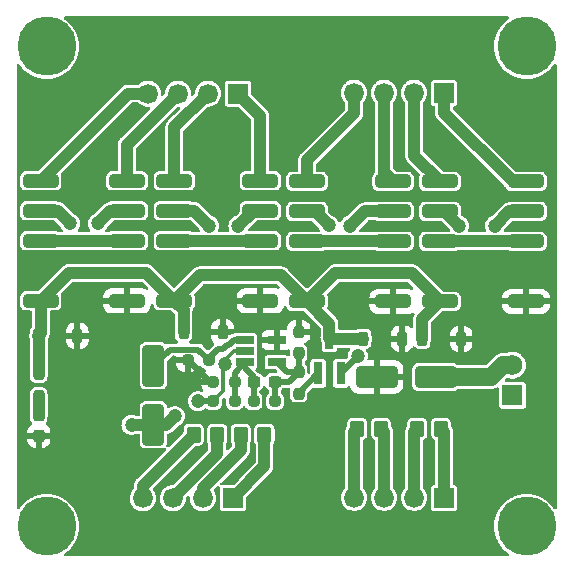
<source format=gtl>
%TF.GenerationSoftware,KiCad,Pcbnew,(7.0.0)*%
%TF.CreationDate,2023-03-20T10:58:12+01:00*%
%TF.ProjectId,Z_Brake,5a5f4272-616b-4652-9e6b-696361645f70,rev?*%
%TF.SameCoordinates,Original*%
%TF.FileFunction,Copper,L1,Top*%
%TF.FilePolarity,Positive*%
%FSLAX46Y46*%
G04 Gerber Fmt 4.6, Leading zero omitted, Abs format (unit mm)*
G04 Created by KiCad (PCBNEW (7.0.0)) date 2023-03-20 10:58:12*
%MOMM*%
%LPD*%
G01*
G04 APERTURE LIST*
G04 Aperture macros list*
%AMRoundRect*
0 Rectangle with rounded corners*
0 $1 Rounding radius*
0 $2 $3 $4 $5 $6 $7 $8 $9 X,Y pos of 4 corners*
0 Add a 4 corners polygon primitive as box body*
4,1,4,$2,$3,$4,$5,$6,$7,$8,$9,$2,$3,0*
0 Add four circle primitives for the rounded corners*
1,1,$1+$1,$2,$3*
1,1,$1+$1,$4,$5*
1,1,$1+$1,$6,$7*
1,1,$1+$1,$8,$9*
0 Add four rect primitives between the rounded corners*
20,1,$1+$1,$2,$3,$4,$5,0*
20,1,$1+$1,$4,$5,$6,$7,0*
20,1,$1+$1,$6,$7,$8,$9,0*
20,1,$1+$1,$8,$9,$2,$3,0*%
G04 Aperture macros list end*
%TA.AperFunction,SMDPad,CuDef*%
%ADD10RoundRect,0.237500X0.300000X0.237500X-0.300000X0.237500X-0.300000X-0.237500X0.300000X-0.237500X0*%
%TD*%
%TA.AperFunction,SMDPad,CuDef*%
%ADD11RoundRect,0.225000X0.225000X0.375000X-0.225000X0.375000X-0.225000X-0.375000X0.225000X-0.375000X0*%
%TD*%
%TA.AperFunction,SMDPad,CuDef*%
%ADD12RoundRect,0.237500X-0.237500X0.287500X-0.237500X-0.287500X0.237500X-0.287500X0.237500X0.287500X0*%
%TD*%
%TA.AperFunction,SMDPad,CuDef*%
%ADD13RoundRect,0.250000X-1.500000X-0.650000X1.500000X-0.650000X1.500000X0.650000X-1.500000X0.650000X0*%
%TD*%
%TA.AperFunction,ComponentPad*%
%ADD14C,5.000000*%
%TD*%
%TA.AperFunction,ComponentPad*%
%ADD15R,1.755000X1.755000*%
%TD*%
%TA.AperFunction,ComponentPad*%
%ADD16C,1.755000*%
%TD*%
%TA.AperFunction,SMDPad,CuDef*%
%ADD17R,0.800000X1.900000*%
%TD*%
%TA.AperFunction,SMDPad,CuDef*%
%ADD18RoundRect,0.237500X0.250000X0.237500X-0.250000X0.237500X-0.250000X-0.237500X0.250000X-0.237500X0*%
%TD*%
%TA.AperFunction,SMDPad,CuDef*%
%ADD19RoundRect,0.237500X-0.250000X-0.237500X0.250000X-0.237500X0.250000X0.237500X-0.250000X0.237500X0*%
%TD*%
%TA.AperFunction,SMDPad,CuDef*%
%ADD20RoundRect,0.237500X-0.237500X0.250000X-0.237500X-0.250000X0.237500X-0.250000X0.237500X0.250000X0*%
%TD*%
%TA.AperFunction,SMDPad,CuDef*%
%ADD21RoundRect,0.237500X0.237500X-0.250000X0.237500X0.250000X-0.237500X0.250000X-0.237500X-0.250000X0*%
%TD*%
%TA.AperFunction,SMDPad,CuDef*%
%ADD22RoundRect,0.250000X0.350000X0.450000X-0.350000X0.450000X-0.350000X-0.450000X0.350000X-0.450000X0*%
%TD*%
%TA.AperFunction,SMDPad,CuDef*%
%ADD23R,1.560000X0.650000*%
%TD*%
%TA.AperFunction,ComponentPad*%
%ADD24R,1.690000X1.690000*%
%TD*%
%TA.AperFunction,ComponentPad*%
%ADD25C,1.690000*%
%TD*%
%TA.AperFunction,SMDPad,CuDef*%
%ADD26RoundRect,0.250000X-0.650000X1.500000X-0.650000X-1.500000X0.650000X-1.500000X0.650000X1.500000X0*%
%TD*%
%TA.AperFunction,SMDPad,CuDef*%
%ADD27RoundRect,0.249750X1.250250X-0.305250X1.250250X0.305250X-1.250250X0.305250X-1.250250X-0.305250X0*%
%TD*%
%TA.AperFunction,ViaPad*%
%ADD28C,1.200000*%
%TD*%
%TA.AperFunction,Conductor*%
%ADD29C,0.500000*%
%TD*%
%TA.AperFunction,Conductor*%
%ADD30C,0.350000*%
%TD*%
%TA.AperFunction,Conductor*%
%ADD31C,1.000000*%
%TD*%
%TA.AperFunction,Conductor*%
%ADD32C,1.500000*%
%TD*%
G04 APERTURE END LIST*
D10*
%TO.P,C1,1*%
%TO.N,Net-(U1-Out)*%
X78350000Y-108400000D03*
%TO.P,C1,2*%
%TO.N,Net-(U1-+)*%
X76625000Y-108400000D03*
%TD*%
D11*
%TO.P,D3,1,K*%
%TO.N,VDD*%
X89150000Y-104750000D03*
%TO.P,D3,2,A*%
%TO.N,Net-(D2-A)*%
X85850000Y-104750000D03*
%TD*%
D12*
%TO.P,D4,1,K*%
%TO.N,Net-(D4-K)*%
X58400000Y-111212500D03*
%TO.P,D4,2,A*%
%TO.N,VDD*%
X58400000Y-112962500D03*
%TD*%
D13*
%TO.P,D5,1,K*%
%TO.N,VDD*%
X87000000Y-108000000D03*
%TO.P,D5,2,A*%
%TO.N,+24V*%
X92000000Y-108000000D03*
%TD*%
D14*
%TO.P,MH1,1,1*%
%TO.N,GND*%
X59055000Y-80010000D03*
%TD*%
%TO.P,MH2,1,1*%
%TO.N,GND*%
X99695000Y-80010000D03*
%TD*%
%TO.P,MH3,1,1*%
%TO.N,GND*%
X59055000Y-120650000D03*
%TD*%
%TO.P,MH4,1,1*%
%TO.N,GND*%
X99695000Y-120650000D03*
%TD*%
D15*
%TO.P,P2,1,Pin_1*%
%TO.N,GND*%
X98499999Y-109539999D03*
D16*
%TO.P,P2,2,Pin_2*%
%TO.N,+24V*%
X98500000Y-107000000D03*
%TD*%
D17*
%TO.P,Q1,1,G*%
%TO.N,Net-(Q1-G)*%
X82049999Y-107699999D03*
%TO.P,Q1,2,S*%
%TO.N,GND*%
X83949999Y-107699999D03*
%TO.P,Q1,3,D*%
%TO.N,Net-(D2-A)*%
X82999999Y-104699999D03*
%TD*%
D18*
%TO.P,R2,1*%
%TO.N,Net-(U1-+)*%
X74978900Y-110057200D03*
%TO.P,R2,2*%
%TO.N,GND*%
X73153900Y-110057200D03*
%TD*%
D19*
%TO.P,R3,1*%
%TO.N,VDD*%
X70994900Y-106600000D03*
%TO.P,R3,2*%
%TO.N,Net-(D1-K)*%
X72819900Y-106600000D03*
%TD*%
D18*
%TO.P,R4,1*%
%TO.N,Net-(U1-Out)*%
X78400000Y-110050000D03*
%TO.P,R4,2*%
%TO.N,Net-(U1-+)*%
X76575000Y-110050000D03*
%TD*%
D20*
%TO.P,R5,1*%
%TO.N,VDD*%
X80400000Y-104175000D03*
%TO.P,R5,2*%
%TO.N,Net-(U1-Out)*%
X80400000Y-106000000D03*
%TD*%
D21*
%TO.P,R6,1*%
%TO.N,Net-(Q1-G)*%
X80400000Y-109400000D03*
%TO.P,R6,2*%
%TO.N,Net-(U1-Out)*%
X80400000Y-107575000D03*
%TD*%
%TO.P,R7,1*%
%TO.N,Net-(D4-K)*%
X58400000Y-109600000D03*
%TO.P,R7,2*%
%TO.N,Net-(D2-A)*%
X58400000Y-107775000D03*
%TD*%
D22*
%TO.P,RV1,1*%
%TO.N,Net-(P3-Pin_1)*%
X92440000Y-112395000D03*
%TO.P,RV1,2*%
%TO.N,Net-(P3-Pin_2)*%
X90440000Y-112395000D03*
%TD*%
%TO.P,RV2,1*%
%TO.N,Net-(P3-Pin_3)*%
X87360000Y-112395000D03*
%TO.P,RV2,2*%
%TO.N,Net-(P3-Pin_4)*%
X85360000Y-112395000D03*
%TD*%
D23*
%TO.P,U1,1,-*%
%TO.N,Net-(D1-K)*%
X75849999Y-104849999D03*
%TO.P,U1,2*%
%TO.N,GND*%
X75849999Y-105799999D03*
%TO.P,U1,3,+*%
%TO.N,Net-(U1-+)*%
X75849999Y-106749999D03*
%TO.P,U1,4,Out*%
%TO.N,Net-(U1-Out)*%
X78549999Y-106749999D03*
%TO.P,U1,5*%
%TO.N,VDD*%
X78549999Y-104849999D03*
%TD*%
D24*
%TO.P,P1,1,Pin_1*%
%TO.N,Net-(P1-Pin_1)*%
X92709999Y-83944999D03*
D25*
%TO.P,P1,2,Pin_2*%
%TO.N,Net-(P1-Pin_2)*%
X90170000Y-83945000D03*
%TO.P,P1,3,Pin_3*%
%TO.N,Net-(P1-Pin_3)*%
X87630000Y-83945000D03*
%TO.P,P1,4,Pin_4*%
%TO.N,Net-(P1-Pin_4)*%
X85090000Y-83945000D03*
%TD*%
D26*
%TO.P,D1,1,K*%
%TO.N,Net-(D1-K)*%
X68100000Y-107050000D03*
%TO.P,D1,2,A*%
%TO.N,GND*%
X68100000Y-112050000D03*
%TD*%
D11*
%TO.P,D2,1,K*%
%TO.N,VDD*%
X94150000Y-104775000D03*
%TO.P,D2,2,A*%
%TO.N,Net-(D2-A)*%
X90850000Y-104775000D03*
%TD*%
D24*
%TO.P,P3,1,Pin_1*%
%TO.N,Net-(P3-Pin_1)*%
X92709999Y-118234999D03*
D25*
%TO.P,P3,2,Pin_2*%
%TO.N,Net-(P3-Pin_2)*%
X90170000Y-118235000D03*
%TO.P,P3,3,Pin_3*%
%TO.N,Net-(P3-Pin_3)*%
X87630000Y-118235000D03*
%TO.P,P3,4,Pin_4*%
%TO.N,Net-(P3-Pin_4)*%
X85090000Y-118235000D03*
%TD*%
D19*
%TO.P,R1,1*%
%TO.N,VDD*%
X73153900Y-108407200D03*
%TO.P,R1,2*%
%TO.N,Net-(U1-+)*%
X74978900Y-108407200D03*
%TD*%
D27*
%TO.P,K1,1*%
%TO.N,VDD*%
X99645000Y-101600000D03*
%TO.P,K1,3*%
%TO.N,Net-(K1-Pad10)*%
X99645000Y-96520000D03*
%TO.P,K1,4*%
%TO.N,Net-(P3-Pin_1)*%
X99645000Y-93980000D03*
%TO.P,K1,5*%
%TO.N,Net-(P1-Pin_1)*%
X99645000Y-91440000D03*
%TO.P,K1,8*%
%TO.N,Net-(P1-Pin_2)*%
X92355000Y-91440000D03*
%TO.P,K1,9*%
%TO.N,Net-(P3-Pin_2)*%
X92355000Y-93980000D03*
%TO.P,K1,10*%
%TO.N,Net-(K1-Pad10)*%
X92355000Y-96520000D03*
%TO.P,K1,12*%
%TO.N,Net-(D2-A)*%
X92355000Y-101600000D03*
%TD*%
%TO.P,K2,1*%
%TO.N,VDD*%
X88395000Y-101600000D03*
%TO.P,K2,3*%
%TO.N,Net-(K2-Pad10)*%
X88395000Y-96520000D03*
%TO.P,K2,4*%
%TO.N,Net-(P3-Pin_3)*%
X88395000Y-93980000D03*
%TO.P,K2,5*%
%TO.N,Net-(P1-Pin_3)*%
X88395000Y-91440000D03*
%TO.P,K2,8*%
%TO.N,Net-(P1-Pin_4)*%
X81105000Y-91440000D03*
%TO.P,K2,9*%
%TO.N,Net-(P3-Pin_4)*%
X81105000Y-93980000D03*
%TO.P,K2,10*%
%TO.N,Net-(K2-Pad10)*%
X81105000Y-96520000D03*
%TO.P,K2,12*%
%TO.N,Net-(D2-A)*%
X81105000Y-101600000D03*
%TD*%
D22*
%TO.P,RV4,1*%
%TO.N,Net-(P5-Pin_3)*%
X73500000Y-112900000D03*
%TO.P,RV4,2*%
%TO.N,Net-(P5-Pin_4)*%
X71500000Y-112900000D03*
%TD*%
D24*
%TO.P,P4,1,Pin_1*%
%TO.N,Net-(P4-Pin_1)*%
X75249999Y-83999999D03*
D25*
%TO.P,P4,2,Pin_2*%
%TO.N,Net-(P4-Pin_2)*%
X72710000Y-84000000D03*
%TO.P,P4,3,Pin_3*%
%TO.N,Net-(P4-Pin_3)*%
X70170000Y-84000000D03*
%TO.P,P4,4,Pin_4*%
%TO.N,Net-(P4-Pin_4)*%
X67630000Y-84000000D03*
%TD*%
D27*
%TO.P,K4,1*%
%TO.N,VDD*%
X65850000Y-101560000D03*
%TO.P,K4,3*%
%TO.N,Net-(K4-Pad10)*%
X65850000Y-96480000D03*
%TO.P,K4,4*%
%TO.N,Net-(P5-Pin_3)*%
X65850000Y-93940000D03*
%TO.P,K4,5*%
%TO.N,Net-(P4-Pin_3)*%
X65850000Y-91400000D03*
%TO.P,K4,8*%
%TO.N,Net-(P4-Pin_4)*%
X58560000Y-91400000D03*
%TO.P,K4,9*%
%TO.N,Net-(P5-Pin_4)*%
X58560000Y-93940000D03*
%TO.P,K4,10*%
%TO.N,Net-(K4-Pad10)*%
X58560000Y-96480000D03*
%TO.P,K4,12*%
%TO.N,Net-(D2-A)*%
X58560000Y-101560000D03*
%TD*%
D11*
%TO.P,D7,1,K*%
%TO.N,VDD*%
X73950000Y-104200000D03*
%TO.P,D7,2,A*%
%TO.N,Net-(D2-A)*%
X70650000Y-104200000D03*
%TD*%
D24*
%TO.P,P5,1,Pin_1*%
%TO.N,Net-(P5-Pin_1)*%
X74809999Y-118259999D03*
D25*
%TO.P,P5,2,Pin_2*%
%TO.N,Net-(P5-Pin_2)*%
X72270000Y-118260000D03*
%TO.P,P5,3,Pin_3*%
%TO.N,Net-(P5-Pin_3)*%
X69730000Y-118260000D03*
%TO.P,P5,4,Pin_4*%
%TO.N,Net-(P5-Pin_4)*%
X67190000Y-118260000D03*
%TD*%
D11*
%TO.P,D6,1,K*%
%TO.N,VDD*%
X61650000Y-104500000D03*
%TO.P,D6,2,A*%
%TO.N,Net-(D2-A)*%
X58350000Y-104500000D03*
%TD*%
D22*
%TO.P,RV3,1*%
%TO.N,Net-(P5-Pin_1)*%
X77500000Y-112900000D03*
%TO.P,RV3,2*%
%TO.N,Net-(P5-Pin_2)*%
X75500000Y-112900000D03*
%TD*%
D27*
%TO.P,K3,1*%
%TO.N,VDD*%
X77150000Y-101560000D03*
%TO.P,K3,3*%
%TO.N,Net-(K3-Pad10)*%
X77150000Y-96480000D03*
%TO.P,K3,4*%
%TO.N,Net-(P5-Pin_1)*%
X77150000Y-93940000D03*
%TO.P,K3,5*%
%TO.N,Net-(P4-Pin_1)*%
X77150000Y-91400000D03*
%TO.P,K3,8*%
%TO.N,Net-(P4-Pin_2)*%
X69860000Y-91400000D03*
%TO.P,K3,9*%
%TO.N,Net-(P5-Pin_2)*%
X69860000Y-93940000D03*
%TO.P,K3,10*%
%TO.N,Net-(K3-Pad10)*%
X69860000Y-96480000D03*
%TO.P,K3,12*%
%TO.N,Net-(D2-A)*%
X69860000Y-101560000D03*
%TD*%
D28*
%TO.N,GND*%
X85400000Y-106200000D03*
X74168000Y-106934000D03*
X69926200Y-111328200D03*
X66250000Y-112050000D03*
X71856600Y-110057200D03*
%TO.N,Net-(P3-Pin_2)*%
X93980000Y-95220000D03*
%TO.N,Net-(P3-Pin_1)*%
X97000000Y-95220500D03*
%TO.N,Net-(P3-Pin_3)*%
X84750000Y-95220500D03*
%TO.N,Net-(P3-Pin_4)*%
X82959003Y-95173725D03*
%TO.N,Net-(P5-Pin_1)*%
X75296400Y-95220500D03*
%TO.N,Net-(P5-Pin_2)*%
X72800000Y-95200000D03*
%TO.N,Net-(P5-Pin_3)*%
X63400000Y-95000000D03*
%TO.N,Net-(P5-Pin_4)*%
X61050000Y-95000000D03*
%TD*%
D29*
%TO.N,Net-(U1-Out)*%
X80400000Y-107575000D02*
X80400000Y-106000000D01*
X79375000Y-107575000D02*
X80400000Y-107575000D01*
X79575000Y-108400000D02*
X80400000Y-107575000D01*
X78400000Y-108400000D02*
X78400000Y-110000000D01*
X78550000Y-106750000D02*
X79375000Y-107575000D01*
X78350000Y-108400000D02*
X79575000Y-108400000D01*
%TO.N,Net-(U1-+)*%
X74978900Y-108407200D02*
X74978900Y-107621100D01*
X76625000Y-108037500D02*
X75850000Y-107262500D01*
X75850000Y-107262500D02*
X75850000Y-106750000D01*
X74978900Y-107621100D02*
X75850000Y-106750000D01*
X76625000Y-108400000D02*
X76625000Y-108037500D01*
X76575000Y-108400000D02*
X76575000Y-110000000D01*
X74978900Y-110057200D02*
X74978900Y-108407200D01*
%TO.N,Net-(D1-K)*%
X71894900Y-105675000D02*
X72819900Y-106600000D01*
X69475000Y-105675000D02*
X71894900Y-105675000D01*
X74330050Y-105275000D02*
X74525000Y-105275000D01*
X74005050Y-105600000D02*
X74330050Y-105275000D01*
X72819900Y-106600000D02*
X72819900Y-106380100D01*
X68100000Y-107050000D02*
X69475000Y-105675000D01*
X72819900Y-106380100D02*
X73600000Y-105600000D01*
X74525000Y-105275000D02*
X74950000Y-104850000D01*
X73600000Y-105600000D02*
X74005050Y-105600000D01*
X74950000Y-104850000D02*
X75850000Y-104850000D01*
D30*
%TO.N,GND*%
X75850000Y-105800000D02*
X74945000Y-105800000D01*
D29*
X83950000Y-107700000D02*
X83950000Y-107650000D01*
X83950000Y-107650000D02*
X85400000Y-106200000D01*
D30*
X74168000Y-106934000D02*
X74016400Y-107085600D01*
D31*
X69204400Y-112050000D02*
X69926200Y-111328200D01*
D29*
X71856600Y-110057200D02*
X73153900Y-110057200D01*
D30*
X74016400Y-106782400D02*
X74168000Y-106934000D01*
X74016400Y-109194700D02*
X73153900Y-110057200D01*
D31*
X68100000Y-112050000D02*
X69204400Y-112050000D01*
D30*
X74016400Y-106728600D02*
X74016400Y-106782400D01*
X74016400Y-107085600D02*
X74016400Y-109194700D01*
X74945000Y-105800000D02*
X74016400Y-106728600D01*
D31*
X68100000Y-112050000D02*
X66250000Y-112050000D01*
D32*
%TO.N,+24V*%
X97672500Y-107000000D02*
X98500000Y-107000000D01*
X92000000Y-108000000D02*
X96672500Y-108000000D01*
X96672500Y-108000000D02*
X97672500Y-107000000D01*
D31*
%TO.N,Net-(D2-A)*%
X83000000Y-104700000D02*
X83000000Y-103495000D01*
X70650000Y-104200000D02*
X70650000Y-102350000D01*
X83505000Y-99200000D02*
X89955000Y-99200000D01*
X83000000Y-103495000D02*
X81105000Y-101600000D01*
X78905000Y-99400000D02*
X81105000Y-101600000D01*
X89955000Y-99200000D02*
X92355000Y-101600000D01*
X58400000Y-107775000D02*
X58400000Y-104550000D01*
X58560000Y-104290000D02*
X58350000Y-104500000D01*
X58400000Y-104550000D02*
X58350000Y-104500000D01*
X58560000Y-101560000D02*
X60920000Y-99200000D01*
X90850000Y-103105000D02*
X92355000Y-101600000D01*
X85850000Y-104750000D02*
X83050000Y-104750000D01*
X69860000Y-101560000D02*
X72020000Y-99400000D01*
X90850000Y-104775000D02*
X90850000Y-103105000D01*
X67500000Y-99200000D02*
X69860000Y-101560000D01*
X58560000Y-101560000D02*
X58560000Y-104290000D01*
X60920000Y-99200000D02*
X67500000Y-99200000D01*
X81105000Y-101600000D02*
X83505000Y-99200000D01*
X70650000Y-102350000D02*
X69860000Y-101560000D01*
X83050000Y-104750000D02*
X83000000Y-104700000D01*
X72020000Y-99400000D02*
X78905000Y-99400000D01*
%TO.N,Net-(K1-Pad10)*%
X92355000Y-96520000D02*
X99645000Y-96520000D01*
%TO.N,Net-(D4-K)*%
X58400000Y-109600000D02*
X58400000Y-111212500D01*
%TO.N,Net-(P3-Pin_2)*%
X90170000Y-118235000D02*
X90170000Y-112665000D01*
X93980000Y-95220000D02*
X92740000Y-93980000D01*
X92740000Y-93980000D02*
X92355000Y-93980000D01*
X90170000Y-112665000D02*
X90440000Y-112395000D01*
%TO.N,Net-(P1-Pin_2)*%
X90170000Y-83945000D02*
X90170000Y-89255000D01*
X90170000Y-89255000D02*
X92355000Y-91440000D01*
%TO.N,Net-(P1-Pin_1)*%
X92710000Y-83945000D02*
X92710000Y-85636000D01*
X98514000Y-91440000D02*
X99645000Y-91440000D01*
X92710000Y-85636000D02*
X98514000Y-91440000D01*
%TO.N,Net-(K2-Pad10)*%
X81105000Y-96520000D02*
X88395000Y-96520000D01*
%TO.N,Net-(P3-Pin_1)*%
X97000000Y-95220500D02*
X98240500Y-93980000D01*
X98240500Y-93980000D02*
X99645000Y-93980000D01*
X92710000Y-112665000D02*
X92440000Y-112395000D01*
X92710000Y-118235000D02*
X92710000Y-112665000D01*
%TO.N,Net-(P3-Pin_3)*%
X87630000Y-112665000D02*
X87360000Y-112395000D01*
X84750000Y-95220500D02*
X85990500Y-93980000D01*
X85990500Y-93980000D02*
X88395000Y-93980000D01*
X87630000Y-118235000D02*
X87630000Y-112665000D01*
%TO.N,Net-(P1-Pin_3)*%
X87630000Y-83945000D02*
X87630000Y-90675000D01*
X87630000Y-90675000D02*
X88395000Y-91440000D01*
%TO.N,Net-(P1-Pin_4)*%
X85090000Y-85674000D02*
X81105000Y-89659000D01*
X85090000Y-83945000D02*
X85090000Y-85674000D01*
X81105000Y-89659000D02*
X81105000Y-91440000D01*
%TO.N,Net-(P3-Pin_4)*%
X85090000Y-118235000D02*
X85090000Y-112665000D01*
X81765278Y-93980000D02*
X81105000Y-93980000D01*
X82959003Y-95173725D02*
X81765278Y-93980000D01*
X85090000Y-112665000D02*
X85360000Y-112395000D01*
D29*
%TO.N,VDD*%
X73000000Y-108287500D02*
X72682400Y-108287500D01*
X72682400Y-108287500D02*
X70994900Y-106600000D01*
D31*
%TO.N,Net-(K3-Pad10)*%
X69855000Y-96520000D02*
X77145000Y-96520000D01*
%TO.N,Net-(P5-Pin_1)*%
X77500000Y-115570000D02*
X77500000Y-112900000D01*
X76576900Y-93940000D02*
X77150000Y-93940000D01*
X75296400Y-95220500D02*
X76576900Y-93940000D01*
X74810000Y-118260000D02*
X77500000Y-115570000D01*
%TO.N,Net-(P4-Pin_1)*%
X77150000Y-85900000D02*
X75250000Y-84000000D01*
X77150000Y-91400000D02*
X77150000Y-85900000D01*
%TO.N,Net-(P4-Pin_2)*%
X69860000Y-91400000D02*
X69860000Y-86850000D01*
X69860000Y-86850000D02*
X72710000Y-84000000D01*
%TO.N,Net-(P5-Pin_2)*%
X72270000Y-117417056D02*
X75500000Y-114187056D01*
X75500000Y-114187056D02*
X75500000Y-112900000D01*
X71540000Y-93940000D02*
X72800000Y-95200000D01*
X69860000Y-93940000D02*
X71540000Y-93940000D01*
X72270000Y-118260000D02*
X72270000Y-117417056D01*
%TO.N,Net-(K4-Pad10)*%
X58605000Y-96500000D02*
X65895000Y-96500000D01*
%TO.N,Net-(P5-Pin_3)*%
X73500000Y-114490000D02*
X73500000Y-112900000D01*
X64460000Y-93940000D02*
X63400000Y-95000000D01*
X69730000Y-118260000D02*
X73500000Y-114490000D01*
X65850000Y-93940000D02*
X64460000Y-93940000D01*
%TO.N,Net-(P4-Pin_3)*%
X65850000Y-88320000D02*
X70170000Y-84000000D01*
X65850000Y-91400000D02*
X65850000Y-88320000D01*
%TO.N,Net-(P4-Pin_4)*%
X58560000Y-91400000D02*
X65960000Y-84000000D01*
X65960000Y-84000000D02*
X67630000Y-84000000D01*
%TO.N,Net-(P5-Pin_4)*%
X58560000Y-93940000D02*
X59990000Y-93940000D01*
X67190000Y-118260000D02*
X67190000Y-117210000D01*
X67190000Y-117210000D02*
X71500000Y-112900000D01*
X59990000Y-93940000D02*
X61050000Y-95000000D01*
D29*
%TO.N,Net-(Q1-G)*%
X80400000Y-109350000D02*
X82050000Y-107700000D01*
X80400000Y-109400000D02*
X80400000Y-109350000D01*
%TD*%
%TA.AperFunction,Conductor*%
%TO.N,VDD*%
G36*
X98182875Y-77486628D02*
G01*
X98228923Y-77532123D01*
X98246306Y-77594478D01*
X98230435Y-77657234D01*
X98185501Y-77703826D01*
X98154399Y-77722628D01*
X98130668Y-77736974D01*
X98130662Y-77736977D01*
X98127405Y-77738947D01*
X98124409Y-77741293D01*
X98124402Y-77741299D01*
X97868092Y-77942105D01*
X97868081Y-77942114D01*
X97865090Y-77944458D01*
X97862395Y-77947152D01*
X97862387Y-77947160D01*
X97632160Y-78177387D01*
X97632152Y-78177395D01*
X97629458Y-78180090D01*
X97627114Y-78183081D01*
X97627105Y-78183092D01*
X97426299Y-78439402D01*
X97426293Y-78439409D01*
X97423947Y-78442405D01*
X97421978Y-78445660D01*
X97421969Y-78445675D01*
X97253524Y-78724319D01*
X97251553Y-78727580D01*
X97249995Y-78731039D01*
X97249990Y-78731051D01*
X97116354Y-79027978D01*
X97116349Y-79027990D01*
X97114790Y-79031455D01*
X97113661Y-79035076D01*
X97113656Y-79035091D01*
X97016784Y-79345967D01*
X97015652Y-79349600D01*
X97014968Y-79353329D01*
X97014965Y-79353344D01*
X96956270Y-79673632D01*
X96956268Y-79673647D01*
X96955585Y-79677375D01*
X96935465Y-80010000D01*
X96955585Y-80342625D01*
X96956268Y-80346354D01*
X96956270Y-80346367D01*
X97014965Y-80666655D01*
X97014967Y-80666666D01*
X97015652Y-80670400D01*
X97016784Y-80674032D01*
X97113656Y-80984908D01*
X97113659Y-80984917D01*
X97114790Y-80988545D01*
X97251553Y-81292420D01*
X97253524Y-81295680D01*
X97421969Y-81574324D01*
X97421973Y-81574331D01*
X97423947Y-81577595D01*
X97629458Y-81839910D01*
X97865090Y-82075542D01*
X98127405Y-82281053D01*
X98412580Y-82453447D01*
X98716455Y-82590210D01*
X99034600Y-82689348D01*
X99362375Y-82749415D01*
X99695000Y-82769535D01*
X100027625Y-82749415D01*
X100355400Y-82689348D01*
X100673545Y-82590210D01*
X100977420Y-82453447D01*
X101262595Y-82281053D01*
X101524910Y-82075542D01*
X101760542Y-81839910D01*
X101966053Y-81577595D01*
X102001173Y-81519498D01*
X102047766Y-81474565D01*
X102110522Y-81458694D01*
X102172877Y-81476077D01*
X102218372Y-81522125D01*
X102235000Y-81584685D01*
X102235000Y-119075315D01*
X102218372Y-119137875D01*
X102172877Y-119183923D01*
X102110522Y-119201306D01*
X102047766Y-119185435D01*
X102001173Y-119140501D01*
X101966053Y-119082405D01*
X101760542Y-118820090D01*
X101524910Y-118584458D01*
X101262595Y-118378947D01*
X101259331Y-118376973D01*
X101259324Y-118376969D01*
X101012110Y-118227524D01*
X100977420Y-118206553D01*
X100973953Y-118204992D01*
X100973948Y-118204990D01*
X100677021Y-118071354D01*
X100677015Y-118071351D01*
X100673545Y-118069790D01*
X100669917Y-118068659D01*
X100669908Y-118068656D01*
X100437094Y-117996109D01*
X100355400Y-117970652D01*
X100351666Y-117969967D01*
X100351655Y-117969965D01*
X100031367Y-117911270D01*
X100031354Y-117911268D01*
X100027625Y-117910585D01*
X100023831Y-117910355D01*
X100023827Y-117910355D01*
X99698802Y-117890695D01*
X99695000Y-117890465D01*
X99691198Y-117890695D01*
X99366172Y-117910355D01*
X99366166Y-117910355D01*
X99362375Y-117910585D01*
X99358647Y-117911268D01*
X99358632Y-117911270D01*
X99038344Y-117969965D01*
X99038329Y-117969968D01*
X99034600Y-117970652D01*
X99030968Y-117971783D01*
X99030967Y-117971784D01*
X98720091Y-118068656D01*
X98720076Y-118068661D01*
X98716455Y-118069790D01*
X98712990Y-118071349D01*
X98712978Y-118071354D01*
X98416051Y-118204990D01*
X98416039Y-118204995D01*
X98412580Y-118206553D01*
X98409323Y-118208521D01*
X98409319Y-118208524D01*
X98130675Y-118376969D01*
X98130660Y-118376978D01*
X98127405Y-118378947D01*
X98124409Y-118381293D01*
X98124402Y-118381299D01*
X97868092Y-118582105D01*
X97868081Y-118582114D01*
X97865090Y-118584458D01*
X97862395Y-118587152D01*
X97862387Y-118587160D01*
X97632160Y-118817387D01*
X97632152Y-118817395D01*
X97629458Y-118820090D01*
X97627114Y-118823081D01*
X97627105Y-118823092D01*
X97426299Y-119079402D01*
X97426293Y-119079409D01*
X97423947Y-119082405D01*
X97421978Y-119085660D01*
X97421969Y-119085675D01*
X97253524Y-119364319D01*
X97251553Y-119367580D01*
X97249995Y-119371039D01*
X97249990Y-119371051D01*
X97116354Y-119667978D01*
X97116349Y-119667990D01*
X97114790Y-119671455D01*
X97113661Y-119675076D01*
X97113656Y-119675091D01*
X97016784Y-119985967D01*
X97015652Y-119989600D01*
X97014968Y-119993329D01*
X97014965Y-119993344D01*
X96956270Y-120313632D01*
X96956268Y-120313647D01*
X96955585Y-120317375D01*
X96935465Y-120650000D01*
X96955585Y-120982625D01*
X96956268Y-120986354D01*
X96956270Y-120986367D01*
X97014965Y-121306655D01*
X97014967Y-121306666D01*
X97015652Y-121310400D01*
X97016784Y-121314032D01*
X97113656Y-121624908D01*
X97113659Y-121624917D01*
X97114790Y-121628545D01*
X97116351Y-121632015D01*
X97116354Y-121632021D01*
X97249990Y-121928948D01*
X97251553Y-121932420D01*
X97253524Y-121935680D01*
X97421969Y-122214324D01*
X97421973Y-122214331D01*
X97423947Y-122217595D01*
X97426299Y-122220597D01*
X97623135Y-122471840D01*
X97629458Y-122479910D01*
X97865090Y-122715542D01*
X97868091Y-122717893D01*
X97868092Y-122717894D01*
X97881807Y-122728639D01*
X98127405Y-122921053D01*
X98185501Y-122956173D01*
X98230435Y-123002766D01*
X98246306Y-123065522D01*
X98228923Y-123127877D01*
X98182875Y-123173372D01*
X98120315Y-123190000D01*
X60629685Y-123190000D01*
X60567125Y-123173372D01*
X60521077Y-123127877D01*
X60503694Y-123065522D01*
X60519565Y-123002766D01*
X60564498Y-122956173D01*
X60622595Y-122921053D01*
X60884910Y-122715542D01*
X61120542Y-122479910D01*
X61326053Y-122217595D01*
X61498447Y-121932420D01*
X61635210Y-121628545D01*
X61734348Y-121310400D01*
X61794415Y-120982625D01*
X61814535Y-120650000D01*
X61794415Y-120317375D01*
X61734348Y-119989600D01*
X61635210Y-119671455D01*
X61498447Y-119367580D01*
X61354865Y-119130066D01*
X61328030Y-119085675D01*
X61328028Y-119085672D01*
X61326053Y-119082405D01*
X61120542Y-118820090D01*
X60884910Y-118584458D01*
X60622595Y-118378947D01*
X60619331Y-118376973D01*
X60619324Y-118376969D01*
X60372110Y-118227524D01*
X60337420Y-118206553D01*
X60333953Y-118204992D01*
X60333948Y-118204990D01*
X60037021Y-118071354D01*
X60037015Y-118071351D01*
X60033545Y-118069790D01*
X60029917Y-118068659D01*
X60029908Y-118068656D01*
X59797094Y-117996109D01*
X59715400Y-117970652D01*
X59711666Y-117969967D01*
X59711655Y-117969965D01*
X59391367Y-117911270D01*
X59391354Y-117911268D01*
X59387625Y-117910585D01*
X59383831Y-117910355D01*
X59383827Y-117910355D01*
X59058802Y-117890695D01*
X59055000Y-117890465D01*
X59051198Y-117890695D01*
X58726172Y-117910355D01*
X58726166Y-117910355D01*
X58722375Y-117910585D01*
X58718647Y-117911268D01*
X58718632Y-117911270D01*
X58398344Y-117969965D01*
X58398329Y-117969968D01*
X58394600Y-117970652D01*
X58390968Y-117971783D01*
X58390967Y-117971784D01*
X58080091Y-118068656D01*
X58080076Y-118068661D01*
X58076455Y-118069790D01*
X58072990Y-118071349D01*
X58072978Y-118071354D01*
X57776051Y-118204990D01*
X57776039Y-118204995D01*
X57772580Y-118206553D01*
X57769323Y-118208521D01*
X57769319Y-118208524D01*
X57490675Y-118376969D01*
X57490660Y-118376978D01*
X57487405Y-118378947D01*
X57484409Y-118381293D01*
X57484402Y-118381299D01*
X57228092Y-118582105D01*
X57228081Y-118582114D01*
X57225090Y-118584458D01*
X57222395Y-118587152D01*
X57222387Y-118587160D01*
X56992160Y-118817387D01*
X56992152Y-118817395D01*
X56989458Y-118820090D01*
X56987114Y-118823081D01*
X56987105Y-118823092D01*
X56786299Y-119079402D01*
X56786293Y-119079409D01*
X56783947Y-119082405D01*
X56781977Y-119085662D01*
X56781974Y-119085668D01*
X56770248Y-119105066D01*
X56748826Y-119140501D01*
X56702234Y-119185435D01*
X56639478Y-119201306D01*
X56577123Y-119183923D01*
X56531628Y-119137875D01*
X56515000Y-119075315D01*
X56515000Y-113296471D01*
X57417000Y-113296471D01*
X57417325Y-113302860D01*
X57426732Y-113394943D01*
X57429592Y-113408301D01*
X57479941Y-113560246D01*
X57486098Y-113573448D01*
X57569883Y-113709285D01*
X57578930Y-113720726D01*
X57691773Y-113833569D01*
X57703214Y-113842616D01*
X57839051Y-113926401D01*
X57852253Y-113932558D01*
X58004198Y-113982907D01*
X58017556Y-113985767D01*
X58109639Y-113995174D01*
X58116029Y-113995500D01*
X58129410Y-113995500D01*
X58142493Y-113991993D01*
X58146000Y-113978910D01*
X58654000Y-113978910D01*
X58657506Y-113991993D01*
X58670590Y-113995500D01*
X58683971Y-113995500D01*
X58690360Y-113995174D01*
X58782443Y-113985767D01*
X58795801Y-113982907D01*
X58947746Y-113932558D01*
X58960948Y-113926401D01*
X59096785Y-113842616D01*
X59108226Y-113833569D01*
X59221069Y-113720726D01*
X59230116Y-113709285D01*
X59313901Y-113573448D01*
X59320058Y-113560246D01*
X59370407Y-113408301D01*
X59373267Y-113394943D01*
X59382674Y-113302860D01*
X59383000Y-113296471D01*
X59383000Y-113233090D01*
X59379493Y-113220006D01*
X59366410Y-113216500D01*
X58670590Y-113216500D01*
X58657506Y-113220006D01*
X58654000Y-113233090D01*
X58654000Y-113978910D01*
X58146000Y-113978910D01*
X58146000Y-113233090D01*
X58142493Y-113220006D01*
X58129410Y-113216500D01*
X57433590Y-113216500D01*
X57420506Y-113220006D01*
X57417000Y-113233090D01*
X57417000Y-113296471D01*
X56515000Y-113296471D01*
X56515000Y-112691910D01*
X57417000Y-112691910D01*
X57420506Y-112704993D01*
X57433590Y-112708500D01*
X59366410Y-112708500D01*
X59379493Y-112704993D01*
X59383000Y-112691910D01*
X59383000Y-112628530D01*
X59382674Y-112622139D01*
X59373267Y-112530056D01*
X59370407Y-112516698D01*
X59320058Y-112364753D01*
X59313901Y-112351551D01*
X59230116Y-112215714D01*
X59221069Y-112204273D01*
X59108226Y-112091430D01*
X59096782Y-112082381D01*
X59044285Y-112050000D01*
X65390793Y-112050000D01*
X65409569Y-112228639D01*
X65465075Y-112399471D01*
X65554887Y-112555029D01*
X65640152Y-112649726D01*
X65667216Y-112679784D01*
X65675078Y-112688515D01*
X65680420Y-112692396D01*
X65680422Y-112692398D01*
X65718365Y-112719965D01*
X65820396Y-112794095D01*
X65984490Y-112867154D01*
X66160188Y-112904500D01*
X66333209Y-112904500D01*
X66339812Y-112904500D01*
X66515510Y-112867154D01*
X66574688Y-112840806D01*
X66631769Y-112815393D01*
X66683017Y-112804500D01*
X66819501Y-112804500D01*
X66882501Y-112821381D01*
X66928620Y-112867500D01*
X66945501Y-112930500D01*
X66945501Y-113598254D01*
X66951960Y-113658342D01*
X67002658Y-113794267D01*
X67008058Y-113801481D01*
X67008060Y-113801484D01*
X67062742Y-113874531D01*
X67089596Y-113910404D01*
X67205733Y-113997342D01*
X67285400Y-114027056D01*
X67334271Y-114045285D01*
X67334272Y-114045285D01*
X67341658Y-114048040D01*
X67401745Y-114054500D01*
X68798254Y-114054499D01*
X68858342Y-114048040D01*
X68994267Y-113997342D01*
X68995088Y-113999544D01*
X69037674Y-113988124D01*
X69095734Y-114000744D01*
X69141556Y-114038568D01*
X69164950Y-114093184D01*
X69160715Y-114152449D01*
X69129791Y-114203183D01*
X66701844Y-116631130D01*
X66687996Y-116643099D01*
X66674593Y-116653077D01*
X66674587Y-116653082D01*
X66668706Y-116657461D01*
X66663990Y-116663080D01*
X66663989Y-116663082D01*
X66636727Y-116695570D01*
X66629326Y-116703648D01*
X66628016Y-116704958D01*
X66628002Y-116704973D01*
X66625417Y-116707559D01*
X66623148Y-116710428D01*
X66623144Y-116710433D01*
X66606114Y-116731970D01*
X66603804Y-116734806D01*
X66560046Y-116786955D01*
X66560042Y-116786960D01*
X66555333Y-116792573D01*
X66552044Y-116799119D01*
X66550247Y-116801853D01*
X66549960Y-116802250D01*
X66549716Y-116802688D01*
X66548006Y-116805459D01*
X66543461Y-116811209D01*
X66540363Y-116817851D01*
X66540362Y-116817854D01*
X66511597Y-116879540D01*
X66510018Y-116882800D01*
X66476176Y-116950189D01*
X66474484Y-116957325D01*
X66473373Y-116960378D01*
X66473178Y-116960848D01*
X66473046Y-116961315D01*
X66472017Y-116964417D01*
X66468921Y-116971060D01*
X66467440Y-116978231D01*
X66467436Y-116978244D01*
X66453671Y-117044903D01*
X66452879Y-117048476D01*
X66437192Y-117114667D01*
X66437190Y-117114678D01*
X66435500Y-117121812D01*
X66435500Y-117129146D01*
X66435124Y-117132364D01*
X66435041Y-117132873D01*
X66435020Y-117133376D01*
X66434736Y-117136613D01*
X66433254Y-117143794D01*
X66433467Y-117151120D01*
X66433467Y-117151123D01*
X66435447Y-117219161D01*
X66435500Y-117222826D01*
X66435500Y-117404380D01*
X66424764Y-117455273D01*
X66394387Y-117497494D01*
X66378285Y-117512172D01*
X66378276Y-117512181D01*
X66373979Y-117516099D01*
X66370474Y-117520739D01*
X66370466Y-117520749D01*
X66254693Y-117674057D01*
X66254687Y-117674066D01*
X66251182Y-117678708D01*
X66248588Y-117683915D01*
X66248585Y-117683922D01*
X66162949Y-117855902D01*
X66162946Y-117855908D01*
X66160355Y-117861113D01*
X66158763Y-117866706D01*
X66158761Y-117866713D01*
X66106184Y-118051502D01*
X66104591Y-118057102D01*
X66104054Y-118062894D01*
X66104054Y-118062896D01*
X66096848Y-118140667D01*
X66085790Y-118260000D01*
X66104591Y-118462898D01*
X66106183Y-118468496D01*
X66106184Y-118468497D01*
X66138508Y-118582105D01*
X66160355Y-118658887D01*
X66162948Y-118664094D01*
X66162949Y-118664097D01*
X66241049Y-118820942D01*
X66251182Y-118841292D01*
X66254690Y-118845938D01*
X66254693Y-118845942D01*
X66370466Y-118999250D01*
X66370470Y-118999254D01*
X66373979Y-119003901D01*
X66524565Y-119141179D01*
X66697811Y-119248448D01*
X66887819Y-119322057D01*
X67088116Y-119359500D01*
X67286059Y-119359500D01*
X67291884Y-119359500D01*
X67492181Y-119322057D01*
X67682189Y-119248448D01*
X67855435Y-119141179D01*
X68006021Y-119003901D01*
X68128818Y-118841292D01*
X68219645Y-118658887D01*
X68275409Y-118462898D01*
X68294210Y-118260000D01*
X68625790Y-118260000D01*
X68644591Y-118462898D01*
X68646183Y-118468496D01*
X68646184Y-118468497D01*
X68678508Y-118582105D01*
X68700355Y-118658887D01*
X68702948Y-118664094D01*
X68702949Y-118664097D01*
X68781049Y-118820942D01*
X68791182Y-118841292D01*
X68794690Y-118845938D01*
X68794693Y-118845942D01*
X68910466Y-118999250D01*
X68910470Y-118999254D01*
X68913979Y-119003901D01*
X69064565Y-119141179D01*
X69237811Y-119248448D01*
X69427819Y-119322057D01*
X69628116Y-119359500D01*
X69826059Y-119359500D01*
X69831884Y-119359500D01*
X70032181Y-119322057D01*
X70222189Y-119248448D01*
X70395435Y-119141179D01*
X70546021Y-119003901D01*
X70668818Y-118841292D01*
X70759645Y-118658887D01*
X70815409Y-118462898D01*
X70833810Y-118264312D01*
X70845215Y-118222396D01*
X70870175Y-118186847D01*
X70956696Y-118100326D01*
X71009074Y-118068891D01*
X71070084Y-118065788D01*
X71125384Y-118091747D01*
X71161973Y-118140667D01*
X71171252Y-118201048D01*
X71166327Y-118254203D01*
X71165790Y-118260000D01*
X71184591Y-118462898D01*
X71186183Y-118468496D01*
X71186184Y-118468497D01*
X71218508Y-118582105D01*
X71240355Y-118658887D01*
X71242948Y-118664094D01*
X71242949Y-118664097D01*
X71321049Y-118820942D01*
X71331182Y-118841292D01*
X71334690Y-118845938D01*
X71334693Y-118845942D01*
X71450466Y-118999250D01*
X71450470Y-118999254D01*
X71453979Y-119003901D01*
X71604565Y-119141179D01*
X71777811Y-119248448D01*
X71967819Y-119322057D01*
X72168116Y-119359500D01*
X72366059Y-119359500D01*
X72371884Y-119359500D01*
X72572181Y-119322057D01*
X72762189Y-119248448D01*
X72935435Y-119141179D01*
X73086021Y-119003901D01*
X73208818Y-118841292D01*
X73299645Y-118658887D01*
X73355409Y-118462898D01*
X73374210Y-118260000D01*
X73355409Y-118057102D01*
X73299645Y-117861113D01*
X73208818Y-117678708D01*
X73208942Y-117678646D01*
X73191795Y-117628758D01*
X73198227Y-117573326D01*
X73227967Y-117526111D01*
X73502795Y-117251283D01*
X73557686Y-117219111D01*
X73621302Y-117217861D01*
X73677416Y-117247855D01*
X73711721Y-117301443D01*
X73715467Y-117364960D01*
X73711707Y-117383862D01*
X73711706Y-117383867D01*
X73710500Y-117389933D01*
X73710500Y-117396118D01*
X73710500Y-117396119D01*
X73710500Y-119123877D01*
X73710500Y-119123887D01*
X73710501Y-119130066D01*
X73711707Y-119136132D01*
X73711708Y-119136137D01*
X73722346Y-119189620D01*
X73725266Y-119204301D01*
X73781516Y-119288484D01*
X73865699Y-119344734D01*
X73939933Y-119359500D01*
X75680066Y-119359499D01*
X75754301Y-119344734D01*
X75838484Y-119288484D01*
X75894734Y-119204301D01*
X75909500Y-119130067D01*
X75909499Y-118279712D01*
X75918393Y-118235000D01*
X83985790Y-118235000D01*
X84004591Y-118437898D01*
X84006183Y-118443496D01*
X84006184Y-118443497D01*
X84045621Y-118582105D01*
X84060355Y-118633887D01*
X84062948Y-118639094D01*
X84062949Y-118639097D01*
X84075398Y-118664097D01*
X84151182Y-118816292D01*
X84154690Y-118820938D01*
X84154693Y-118820942D01*
X84270466Y-118974250D01*
X84270470Y-118974254D01*
X84273979Y-118978901D01*
X84278281Y-118982823D01*
X84278284Y-118982826D01*
X84305708Y-119007826D01*
X84424565Y-119116179D01*
X84597811Y-119223448D01*
X84787819Y-119297057D01*
X84988116Y-119334500D01*
X85186059Y-119334500D01*
X85191884Y-119334500D01*
X85392181Y-119297057D01*
X85582189Y-119223448D01*
X85755435Y-119116179D01*
X85906021Y-118978901D01*
X86028818Y-118816292D01*
X86119645Y-118633887D01*
X86175409Y-118437898D01*
X86194210Y-118235000D01*
X86175409Y-118032102D01*
X86119645Y-117836113D01*
X86028818Y-117653708D01*
X85990281Y-117602677D01*
X85909533Y-117495749D01*
X85909530Y-117495745D01*
X85906021Y-117491099D01*
X85901717Y-117487175D01*
X85901714Y-117487172D01*
X85885613Y-117472494D01*
X85855236Y-117430273D01*
X85844500Y-117379380D01*
X85844500Y-113420767D01*
X85854673Y-113371167D01*
X85883550Y-113329577D01*
X85926467Y-113302712D01*
X85943197Y-113296471D01*
X85954267Y-113292342D01*
X86070404Y-113205404D01*
X86157342Y-113089267D01*
X86208040Y-112953342D01*
X86214500Y-112893255D01*
X86214500Y-112889901D01*
X86505500Y-112889901D01*
X86505501Y-112893254D01*
X86505860Y-112896599D01*
X86505861Y-112896607D01*
X86511117Y-112945500D01*
X86511960Y-112953342D01*
X86562658Y-113089267D01*
X86568058Y-113096481D01*
X86568060Y-113096484D01*
X86644197Y-113198192D01*
X86649596Y-113205404D01*
X86765733Y-113292342D01*
X86774176Y-113295491D01*
X86774178Y-113295492D01*
X86793533Y-113302712D01*
X86836450Y-113329577D01*
X86865327Y-113371167D01*
X86875500Y-113420767D01*
X86875500Y-117379380D01*
X86864764Y-117430273D01*
X86834387Y-117472494D01*
X86818285Y-117487172D01*
X86818276Y-117487181D01*
X86813979Y-117491099D01*
X86810474Y-117495739D01*
X86810466Y-117495749D01*
X86694693Y-117649057D01*
X86694687Y-117649066D01*
X86691182Y-117653708D01*
X86688588Y-117658915D01*
X86688585Y-117658922D01*
X86602949Y-117830902D01*
X86602946Y-117830908D01*
X86600355Y-117836113D01*
X86598763Y-117841706D01*
X86598761Y-117841713D01*
X86562075Y-117970652D01*
X86544591Y-118032102D01*
X86544054Y-118037894D01*
X86544054Y-118037896D01*
X86541204Y-118068656D01*
X86525790Y-118235000D01*
X86544591Y-118437898D01*
X86546183Y-118443496D01*
X86546184Y-118443497D01*
X86585621Y-118582105D01*
X86600355Y-118633887D01*
X86602948Y-118639094D01*
X86602949Y-118639097D01*
X86615398Y-118664097D01*
X86691182Y-118816292D01*
X86694690Y-118820938D01*
X86694693Y-118820942D01*
X86810466Y-118974250D01*
X86810470Y-118974254D01*
X86813979Y-118978901D01*
X86818281Y-118982823D01*
X86818284Y-118982826D01*
X86845708Y-119007826D01*
X86964565Y-119116179D01*
X87137811Y-119223448D01*
X87327819Y-119297057D01*
X87528116Y-119334500D01*
X87726059Y-119334500D01*
X87731884Y-119334500D01*
X87932181Y-119297057D01*
X88122189Y-119223448D01*
X88295435Y-119116179D01*
X88446021Y-118978901D01*
X88568818Y-118816292D01*
X88659645Y-118633887D01*
X88715409Y-118437898D01*
X88734210Y-118235000D01*
X89065790Y-118235000D01*
X89084591Y-118437898D01*
X89086183Y-118443496D01*
X89086184Y-118443497D01*
X89125621Y-118582105D01*
X89140355Y-118633887D01*
X89142948Y-118639094D01*
X89142949Y-118639097D01*
X89155398Y-118664097D01*
X89231182Y-118816292D01*
X89234690Y-118820938D01*
X89234693Y-118820942D01*
X89350466Y-118974250D01*
X89350470Y-118974254D01*
X89353979Y-118978901D01*
X89358281Y-118982823D01*
X89358284Y-118982826D01*
X89385708Y-119007826D01*
X89504565Y-119116179D01*
X89677811Y-119223448D01*
X89867819Y-119297057D01*
X90068116Y-119334500D01*
X90266059Y-119334500D01*
X90271884Y-119334500D01*
X90472181Y-119297057D01*
X90662189Y-119223448D01*
X90835435Y-119116179D01*
X90986021Y-118978901D01*
X91108818Y-118816292D01*
X91199645Y-118633887D01*
X91255409Y-118437898D01*
X91274210Y-118235000D01*
X91255409Y-118032102D01*
X91199645Y-117836113D01*
X91108818Y-117653708D01*
X91070281Y-117602677D01*
X90989533Y-117495749D01*
X90989530Y-117495745D01*
X90986021Y-117491099D01*
X90981717Y-117487175D01*
X90981714Y-117487172D01*
X90965613Y-117472494D01*
X90935236Y-117430273D01*
X90924500Y-117379380D01*
X90924500Y-113420767D01*
X90934673Y-113371167D01*
X90963550Y-113329577D01*
X91006467Y-113302712D01*
X91023197Y-113296471D01*
X91034267Y-113292342D01*
X91150404Y-113205404D01*
X91237342Y-113089267D01*
X91288040Y-112953342D01*
X91294500Y-112893255D01*
X91294500Y-112889901D01*
X91585500Y-112889901D01*
X91585501Y-112893254D01*
X91585860Y-112896599D01*
X91585861Y-112896607D01*
X91591117Y-112945500D01*
X91591960Y-112953342D01*
X91642658Y-113089267D01*
X91648058Y-113096481D01*
X91648060Y-113096484D01*
X91724197Y-113198192D01*
X91729596Y-113205404D01*
X91845733Y-113292342D01*
X91854176Y-113295491D01*
X91854178Y-113295492D01*
X91873533Y-113302712D01*
X91916450Y-113329577D01*
X91945327Y-113371167D01*
X91955500Y-113420767D01*
X91955500Y-117010529D01*
X91940622Y-117069925D01*
X91899501Y-117115295D01*
X91843026Y-117135501D01*
X91839934Y-117135501D01*
X91833867Y-117136707D01*
X91833863Y-117136708D01*
X91777874Y-117147844D01*
X91777871Y-117147844D01*
X91765699Y-117150266D01*
X91755379Y-117157161D01*
X91755378Y-117157162D01*
X91691832Y-117199622D01*
X91691829Y-117199624D01*
X91681516Y-117206516D01*
X91674624Y-117216829D01*
X91674622Y-117216832D01*
X91632161Y-117280379D01*
X91632159Y-117280381D01*
X91625266Y-117290699D01*
X91622845Y-117302867D01*
X91622844Y-117302871D01*
X91611707Y-117358864D01*
X91610500Y-117364933D01*
X91610500Y-117371118D01*
X91610500Y-117371119D01*
X91610500Y-119098877D01*
X91610500Y-119098887D01*
X91610501Y-119105066D01*
X91611707Y-119111132D01*
X91611708Y-119111137D01*
X91622844Y-119167125D01*
X91625266Y-119179301D01*
X91641971Y-119204301D01*
X91672875Y-119250553D01*
X91681516Y-119263484D01*
X91765699Y-119319734D01*
X91839933Y-119334500D01*
X93580066Y-119334499D01*
X93654301Y-119319734D01*
X93738484Y-119263484D01*
X93794734Y-119179301D01*
X93809500Y-119105067D01*
X93809499Y-117364934D01*
X93794734Y-117290699D01*
X93738484Y-117206516D01*
X93654301Y-117150266D01*
X93642131Y-117147845D01*
X93642128Y-117147844D01*
X93586143Y-117136708D01*
X93586137Y-117136707D01*
X93580067Y-117135500D01*
X93576974Y-117135500D01*
X93520500Y-117115295D01*
X93479379Y-117069925D01*
X93464500Y-117010528D01*
X93464500Y-112729147D01*
X93465830Y-112710885D01*
X93466693Y-112704993D01*
X93469315Y-112687094D01*
X93464979Y-112637532D01*
X93464500Y-112626551D01*
X93464500Y-112624729D01*
X93464500Y-112621059D01*
X93460880Y-112590092D01*
X93460519Y-112586559D01*
X93453943Y-112511388D01*
X93451631Y-112504412D01*
X93450980Y-112501260D01*
X93450897Y-112500745D01*
X93450752Y-112500233D01*
X93450012Y-112497110D01*
X93449160Y-112489816D01*
X93423362Y-112418939D01*
X93422175Y-112415523D01*
X93418725Y-112405112D01*
X93398464Y-112343965D01*
X93394612Y-112337720D01*
X93393248Y-112334795D01*
X93393048Y-112334313D01*
X93392801Y-112333870D01*
X93391345Y-112330971D01*
X93388836Y-112324076D01*
X93347380Y-112261046D01*
X93345477Y-112258059D01*
X93313256Y-112205820D01*
X93294499Y-112139677D01*
X93294499Y-111900116D01*
X93294499Y-111900112D01*
X93294499Y-111896746D01*
X93288040Y-111836658D01*
X93237342Y-111700733D01*
X93215373Y-111671386D01*
X93155802Y-111591807D01*
X93150404Y-111584596D01*
X93104731Y-111550406D01*
X93041484Y-111503060D01*
X93041481Y-111503058D01*
X93034267Y-111497658D01*
X93025818Y-111494506D01*
X93025817Y-111494506D01*
X92905728Y-111449714D01*
X92905721Y-111449712D01*
X92898342Y-111446960D01*
X92890508Y-111446117D01*
X92890505Y-111446117D01*
X92846962Y-111441436D01*
X92838255Y-111440500D01*
X92834887Y-111440500D01*
X92045116Y-111440500D01*
X92045097Y-111440500D01*
X92041746Y-111440501D01*
X92038401Y-111440860D01*
X92038392Y-111440861D01*
X91989499Y-111446117D01*
X91989497Y-111446117D01*
X91981658Y-111446960D01*
X91974270Y-111449715D01*
X91974268Y-111449716D01*
X91854182Y-111494506D01*
X91854178Y-111494508D01*
X91845733Y-111497658D01*
X91838521Y-111503056D01*
X91838515Y-111503060D01*
X91736807Y-111579197D01*
X91736803Y-111579200D01*
X91729596Y-111584596D01*
X91724200Y-111591803D01*
X91724197Y-111591807D01*
X91648060Y-111693515D01*
X91648056Y-111693521D01*
X91642658Y-111700733D01*
X91639508Y-111709178D01*
X91639506Y-111709182D01*
X91594714Y-111829271D01*
X91594711Y-111829280D01*
X91591960Y-111836658D01*
X91591118Y-111844489D01*
X91591117Y-111844494D01*
X91588904Y-111865081D01*
X91585500Y-111896745D01*
X91585500Y-111900111D01*
X91585500Y-111900112D01*
X91585500Y-112889883D01*
X91585500Y-112889901D01*
X91294500Y-112889901D01*
X91294499Y-111896746D01*
X91288040Y-111836658D01*
X91237342Y-111700733D01*
X91215373Y-111671386D01*
X91155802Y-111591807D01*
X91150404Y-111584596D01*
X91104731Y-111550406D01*
X91041484Y-111503060D01*
X91041481Y-111503058D01*
X91034267Y-111497658D01*
X91025818Y-111494506D01*
X91025817Y-111494506D01*
X90905728Y-111449714D01*
X90905721Y-111449712D01*
X90898342Y-111446960D01*
X90890508Y-111446117D01*
X90890505Y-111446117D01*
X90846962Y-111441436D01*
X90838255Y-111440500D01*
X90834887Y-111440500D01*
X90045116Y-111440500D01*
X90045097Y-111440500D01*
X90041746Y-111440501D01*
X90038401Y-111440860D01*
X90038392Y-111440861D01*
X89989499Y-111446117D01*
X89989497Y-111446117D01*
X89981658Y-111446960D01*
X89974270Y-111449715D01*
X89974268Y-111449716D01*
X89854182Y-111494506D01*
X89854178Y-111494508D01*
X89845733Y-111497658D01*
X89838521Y-111503056D01*
X89838515Y-111503060D01*
X89736807Y-111579197D01*
X89736803Y-111579200D01*
X89729596Y-111584596D01*
X89724200Y-111591803D01*
X89724197Y-111591807D01*
X89648060Y-111693515D01*
X89648056Y-111693521D01*
X89642658Y-111700733D01*
X89639508Y-111709178D01*
X89639506Y-111709182D01*
X89594714Y-111829271D01*
X89594711Y-111829280D01*
X89591960Y-111836658D01*
X89591118Y-111844489D01*
X89591117Y-111844494D01*
X89588904Y-111865081D01*
X89585500Y-111896745D01*
X89585500Y-111900112D01*
X89585500Y-112141926D01*
X89577901Y-112185021D01*
X89556021Y-112222918D01*
X89540047Y-112241954D01*
X89540043Y-112241958D01*
X89535333Y-112247573D01*
X89532044Y-112254120D01*
X89530247Y-112256853D01*
X89529960Y-112257250D01*
X89529716Y-112257688D01*
X89528006Y-112260459D01*
X89523461Y-112266209D01*
X89496477Y-112324076D01*
X89491597Y-112334540D01*
X89490018Y-112337800D01*
X89456176Y-112405189D01*
X89454484Y-112412325D01*
X89453373Y-112415378D01*
X89453178Y-112415848D01*
X89453046Y-112416315D01*
X89452017Y-112419417D01*
X89448921Y-112426060D01*
X89447440Y-112433231D01*
X89447436Y-112433244D01*
X89433671Y-112499903D01*
X89432879Y-112503476D01*
X89417192Y-112569667D01*
X89417190Y-112569678D01*
X89415500Y-112576812D01*
X89415500Y-112584146D01*
X89415124Y-112587364D01*
X89415041Y-112587873D01*
X89415020Y-112588376D01*
X89414736Y-112591613D01*
X89413254Y-112598794D01*
X89413467Y-112606120D01*
X89413467Y-112606123D01*
X89415447Y-112674161D01*
X89415500Y-112677826D01*
X89415500Y-117379380D01*
X89404764Y-117430273D01*
X89374387Y-117472494D01*
X89358285Y-117487172D01*
X89358276Y-117487181D01*
X89353979Y-117491099D01*
X89350474Y-117495739D01*
X89350466Y-117495749D01*
X89234693Y-117649057D01*
X89234687Y-117649066D01*
X89231182Y-117653708D01*
X89228588Y-117658915D01*
X89228585Y-117658922D01*
X89142949Y-117830902D01*
X89142946Y-117830908D01*
X89140355Y-117836113D01*
X89138763Y-117841706D01*
X89138761Y-117841713D01*
X89102075Y-117970652D01*
X89084591Y-118032102D01*
X89084054Y-118037894D01*
X89084054Y-118037896D01*
X89081204Y-118068656D01*
X89065790Y-118235000D01*
X88734210Y-118235000D01*
X88715409Y-118032102D01*
X88659645Y-117836113D01*
X88568818Y-117653708D01*
X88530281Y-117602677D01*
X88449533Y-117495749D01*
X88449530Y-117495745D01*
X88446021Y-117491099D01*
X88441717Y-117487175D01*
X88441714Y-117487172D01*
X88425613Y-117472494D01*
X88395236Y-117430273D01*
X88384500Y-117379380D01*
X88384500Y-112729147D01*
X88385830Y-112710885D01*
X88386693Y-112704993D01*
X88389315Y-112687094D01*
X88384979Y-112637532D01*
X88384500Y-112626551D01*
X88384500Y-112624729D01*
X88384500Y-112621059D01*
X88380880Y-112590092D01*
X88380519Y-112586559D01*
X88373943Y-112511388D01*
X88371631Y-112504412D01*
X88370980Y-112501260D01*
X88370897Y-112500745D01*
X88370752Y-112500233D01*
X88370012Y-112497110D01*
X88369160Y-112489816D01*
X88343362Y-112418939D01*
X88342175Y-112415523D01*
X88338725Y-112405112D01*
X88318464Y-112343965D01*
X88314612Y-112337720D01*
X88313248Y-112334795D01*
X88313048Y-112334313D01*
X88312801Y-112333870D01*
X88311345Y-112330971D01*
X88308836Y-112324076D01*
X88267380Y-112261046D01*
X88265477Y-112258059D01*
X88233256Y-112205820D01*
X88214499Y-112139677D01*
X88214499Y-111900116D01*
X88214499Y-111900112D01*
X88214499Y-111896746D01*
X88208040Y-111836658D01*
X88157342Y-111700733D01*
X88135373Y-111671386D01*
X88075802Y-111591807D01*
X88070404Y-111584596D01*
X88024731Y-111550406D01*
X87961484Y-111503060D01*
X87961481Y-111503058D01*
X87954267Y-111497658D01*
X87945818Y-111494506D01*
X87945817Y-111494506D01*
X87825728Y-111449714D01*
X87825721Y-111449712D01*
X87818342Y-111446960D01*
X87810508Y-111446117D01*
X87810505Y-111446117D01*
X87766962Y-111441436D01*
X87758255Y-111440500D01*
X87754887Y-111440500D01*
X86965116Y-111440500D01*
X86965097Y-111440500D01*
X86961746Y-111440501D01*
X86958401Y-111440860D01*
X86958392Y-111440861D01*
X86909499Y-111446117D01*
X86909497Y-111446117D01*
X86901658Y-111446960D01*
X86894270Y-111449715D01*
X86894268Y-111449716D01*
X86774182Y-111494506D01*
X86774178Y-111494508D01*
X86765733Y-111497658D01*
X86758521Y-111503056D01*
X86758515Y-111503060D01*
X86656807Y-111579197D01*
X86656803Y-111579200D01*
X86649596Y-111584596D01*
X86644200Y-111591803D01*
X86644197Y-111591807D01*
X86568060Y-111693515D01*
X86568056Y-111693521D01*
X86562658Y-111700733D01*
X86559508Y-111709178D01*
X86559506Y-111709182D01*
X86514714Y-111829271D01*
X86514711Y-111829280D01*
X86511960Y-111836658D01*
X86511118Y-111844489D01*
X86511117Y-111844494D01*
X86508904Y-111865081D01*
X86505500Y-111896745D01*
X86505500Y-111900111D01*
X86505500Y-111900112D01*
X86505500Y-112889883D01*
X86505500Y-112889901D01*
X86214500Y-112889901D01*
X86214499Y-111896746D01*
X86208040Y-111836658D01*
X86157342Y-111700733D01*
X86135373Y-111671386D01*
X86075802Y-111591807D01*
X86070404Y-111584596D01*
X86024731Y-111550406D01*
X85961484Y-111503060D01*
X85961481Y-111503058D01*
X85954267Y-111497658D01*
X85945818Y-111494506D01*
X85945817Y-111494506D01*
X85825728Y-111449714D01*
X85825721Y-111449712D01*
X85818342Y-111446960D01*
X85810508Y-111446117D01*
X85810505Y-111446117D01*
X85766962Y-111441436D01*
X85758255Y-111440500D01*
X85754887Y-111440500D01*
X84965116Y-111440500D01*
X84965097Y-111440500D01*
X84961746Y-111440501D01*
X84958401Y-111440860D01*
X84958392Y-111440861D01*
X84909499Y-111446117D01*
X84909497Y-111446117D01*
X84901658Y-111446960D01*
X84894270Y-111449715D01*
X84894268Y-111449716D01*
X84774182Y-111494506D01*
X84774178Y-111494508D01*
X84765733Y-111497658D01*
X84758521Y-111503056D01*
X84758515Y-111503060D01*
X84656807Y-111579197D01*
X84656803Y-111579200D01*
X84649596Y-111584596D01*
X84644200Y-111591803D01*
X84644197Y-111591807D01*
X84568060Y-111693515D01*
X84568056Y-111693521D01*
X84562658Y-111700733D01*
X84559508Y-111709178D01*
X84559506Y-111709182D01*
X84514714Y-111829271D01*
X84514711Y-111829280D01*
X84511960Y-111836658D01*
X84511118Y-111844489D01*
X84511117Y-111844494D01*
X84508904Y-111865081D01*
X84505500Y-111896745D01*
X84505500Y-111900112D01*
X84505500Y-112141926D01*
X84497901Y-112185021D01*
X84476021Y-112222918D01*
X84460047Y-112241954D01*
X84460043Y-112241958D01*
X84455333Y-112247573D01*
X84452044Y-112254120D01*
X84450247Y-112256853D01*
X84449960Y-112257250D01*
X84449716Y-112257688D01*
X84448006Y-112260459D01*
X84443461Y-112266209D01*
X84416477Y-112324076D01*
X84411597Y-112334540D01*
X84410018Y-112337800D01*
X84376176Y-112405189D01*
X84374484Y-112412325D01*
X84373373Y-112415378D01*
X84373178Y-112415848D01*
X84373046Y-112416315D01*
X84372017Y-112419417D01*
X84368921Y-112426060D01*
X84367440Y-112433231D01*
X84367436Y-112433244D01*
X84353671Y-112499903D01*
X84352879Y-112503476D01*
X84337192Y-112569667D01*
X84337190Y-112569678D01*
X84335500Y-112576812D01*
X84335500Y-112584146D01*
X84335124Y-112587364D01*
X84335041Y-112587873D01*
X84335020Y-112588376D01*
X84334736Y-112591613D01*
X84333254Y-112598794D01*
X84333467Y-112606120D01*
X84333467Y-112606123D01*
X84335447Y-112674161D01*
X84335500Y-112677826D01*
X84335500Y-117379380D01*
X84324764Y-117430273D01*
X84294387Y-117472494D01*
X84278285Y-117487172D01*
X84278276Y-117487181D01*
X84273979Y-117491099D01*
X84270474Y-117495739D01*
X84270466Y-117495749D01*
X84154693Y-117649057D01*
X84154687Y-117649066D01*
X84151182Y-117653708D01*
X84148588Y-117658915D01*
X84148585Y-117658922D01*
X84062949Y-117830902D01*
X84062946Y-117830908D01*
X84060355Y-117836113D01*
X84058763Y-117841706D01*
X84058761Y-117841713D01*
X84022075Y-117970652D01*
X84004591Y-118032102D01*
X84004054Y-118037894D01*
X84004054Y-118037896D01*
X84001204Y-118068656D01*
X83985790Y-118235000D01*
X75918393Y-118235000D01*
X75919090Y-118231495D01*
X75946401Y-118190621D01*
X77988159Y-116148863D01*
X78002002Y-116136899D01*
X78021294Y-116122539D01*
X78053278Y-116084420D01*
X78060692Y-116076330D01*
X78064583Y-116072441D01*
X78083899Y-116048010D01*
X78086190Y-116045198D01*
X78134667Y-115987427D01*
X78137964Y-115980859D01*
X78139721Y-115978189D01*
X78140036Y-115977752D01*
X78140292Y-115977294D01*
X78141981Y-115974554D01*
X78146539Y-115968792D01*
X78178437Y-115900384D01*
X78179945Y-115897267D01*
X78213824Y-115829811D01*
X78215518Y-115822658D01*
X78216615Y-115819647D01*
X78216819Y-115819154D01*
X78216959Y-115818661D01*
X78217973Y-115815597D01*
X78221079Y-115808940D01*
X78236343Y-115735012D01*
X78237093Y-115731629D01*
X78254500Y-115658188D01*
X78254500Y-115650843D01*
X78254876Y-115647627D01*
X78254957Y-115647123D01*
X78254980Y-115646611D01*
X78255261Y-115643391D01*
X78256745Y-115636207D01*
X78254553Y-115560874D01*
X78254500Y-115557209D01*
X78254500Y-113693434D01*
X78260948Y-113653643D01*
X78279632Y-113617925D01*
X78291850Y-113601603D01*
X78297342Y-113594267D01*
X78348040Y-113458342D01*
X78354500Y-113398255D01*
X78354499Y-112401746D01*
X78348040Y-112341658D01*
X78297342Y-112205733D01*
X78288444Y-112193847D01*
X78215802Y-112096807D01*
X78210404Y-112089596D01*
X78190878Y-112074979D01*
X78101484Y-112008060D01*
X78101481Y-112008058D01*
X78094267Y-112002658D01*
X78085818Y-111999506D01*
X78085817Y-111999506D01*
X77965728Y-111954714D01*
X77965721Y-111954712D01*
X77958342Y-111951960D01*
X77950508Y-111951117D01*
X77950505Y-111951117D01*
X77906962Y-111946436D01*
X77898255Y-111945500D01*
X77894887Y-111945500D01*
X77105116Y-111945500D01*
X77105097Y-111945500D01*
X77101746Y-111945501D01*
X77098401Y-111945860D01*
X77098392Y-111945861D01*
X77049499Y-111951117D01*
X77049497Y-111951117D01*
X77041658Y-111951960D01*
X77034270Y-111954715D01*
X77034268Y-111954716D01*
X76914182Y-111999506D01*
X76914178Y-111999508D01*
X76905733Y-112002658D01*
X76898521Y-112008056D01*
X76898515Y-112008060D01*
X76796807Y-112084197D01*
X76796803Y-112084200D01*
X76789596Y-112089596D01*
X76784200Y-112096803D01*
X76784197Y-112096807D01*
X76708060Y-112198515D01*
X76708056Y-112198521D01*
X76702658Y-112205733D01*
X76699508Y-112214178D01*
X76699506Y-112214182D01*
X76654714Y-112334271D01*
X76654711Y-112334280D01*
X76651960Y-112341658D01*
X76651118Y-112349489D01*
X76651117Y-112349494D01*
X76650963Y-112350928D01*
X76645500Y-112401745D01*
X76645500Y-112405111D01*
X76645500Y-112405112D01*
X76645500Y-113394883D01*
X76645500Y-113394901D01*
X76645501Y-113398254D01*
X76651960Y-113458342D01*
X76654715Y-113465728D01*
X76654716Y-113465731D01*
X76689968Y-113560246D01*
X76702658Y-113594267D01*
X76708060Y-113601483D01*
X76708061Y-113601485D01*
X76720368Y-113617925D01*
X76739052Y-113653643D01*
X76745500Y-113693434D01*
X76745500Y-115205286D01*
X76735909Y-115253504D01*
X76708597Y-115294378D01*
X75307405Y-116695570D01*
X74879379Y-117123596D01*
X74838502Y-117150909D01*
X74790284Y-117160500D01*
X73946122Y-117160500D01*
X73946111Y-117160500D01*
X73939934Y-117160501D01*
X73933865Y-117161707D01*
X73933865Y-117161708D01*
X73914955Y-117165469D01*
X73851439Y-117161721D01*
X73797852Y-117127416D01*
X73767860Y-117071301D01*
X73769110Y-117007687D01*
X73801282Y-116952796D01*
X75988159Y-114765919D01*
X76002002Y-114753955D01*
X76021294Y-114739595D01*
X76053278Y-114701476D01*
X76060692Y-114693386D01*
X76064583Y-114689497D01*
X76083925Y-114665033D01*
X76086168Y-114662279D01*
X76134667Y-114604483D01*
X76137966Y-114597911D01*
X76139725Y-114595238D01*
X76140038Y-114594804D01*
X76140292Y-114594349D01*
X76141981Y-114591610D01*
X76146539Y-114585847D01*
X76178445Y-114517421D01*
X76179940Y-114514332D01*
X76213824Y-114446867D01*
X76215518Y-114439714D01*
X76216615Y-114436703D01*
X76216819Y-114436209D01*
X76216959Y-114435718D01*
X76217975Y-114432650D01*
X76221079Y-114425996D01*
X76236329Y-114352137D01*
X76237120Y-114348571D01*
X76254500Y-114275244D01*
X76254500Y-114267900D01*
X76254875Y-114264693D01*
X76254958Y-114264178D01*
X76254980Y-114263680D01*
X76255262Y-114260444D01*
X76256746Y-114253262D01*
X76254553Y-114177895D01*
X76254500Y-114174230D01*
X76254500Y-113693434D01*
X76260948Y-113653643D01*
X76279632Y-113617925D01*
X76291850Y-113601603D01*
X76297342Y-113594267D01*
X76348040Y-113458342D01*
X76354500Y-113398255D01*
X76354499Y-112401746D01*
X76348040Y-112341658D01*
X76297342Y-112205733D01*
X76288444Y-112193847D01*
X76215802Y-112096807D01*
X76210404Y-112089596D01*
X76190878Y-112074979D01*
X76101484Y-112008060D01*
X76101481Y-112008058D01*
X76094267Y-112002658D01*
X76085818Y-111999506D01*
X76085817Y-111999506D01*
X75965728Y-111954714D01*
X75965721Y-111954712D01*
X75958342Y-111951960D01*
X75950508Y-111951117D01*
X75950505Y-111951117D01*
X75906962Y-111946436D01*
X75898255Y-111945500D01*
X75894887Y-111945500D01*
X75105116Y-111945500D01*
X75105097Y-111945500D01*
X75101746Y-111945501D01*
X75098401Y-111945860D01*
X75098392Y-111945861D01*
X75049499Y-111951117D01*
X75049497Y-111951117D01*
X75041658Y-111951960D01*
X75034270Y-111954715D01*
X75034268Y-111954716D01*
X74914182Y-111999506D01*
X74914178Y-111999508D01*
X74905733Y-112002658D01*
X74898521Y-112008056D01*
X74898515Y-112008060D01*
X74796807Y-112084197D01*
X74796803Y-112084200D01*
X74789596Y-112089596D01*
X74784200Y-112096803D01*
X74784197Y-112096807D01*
X74708060Y-112198515D01*
X74708056Y-112198521D01*
X74702658Y-112205733D01*
X74699508Y-112214178D01*
X74699506Y-112214182D01*
X74654714Y-112334271D01*
X74654711Y-112334280D01*
X74651960Y-112341658D01*
X74651118Y-112349489D01*
X74651117Y-112349494D01*
X74650963Y-112350928D01*
X74645500Y-112401745D01*
X74645500Y-112405111D01*
X74645500Y-112405112D01*
X74645500Y-113394883D01*
X74645500Y-113394901D01*
X74645501Y-113398254D01*
X74651960Y-113458342D01*
X74654715Y-113465728D01*
X74654716Y-113465731D01*
X74689968Y-113560246D01*
X74702658Y-113594267D01*
X74708060Y-113601483D01*
X74708061Y-113601485D01*
X74720368Y-113617925D01*
X74739052Y-113653643D01*
X74745500Y-113693434D01*
X74745500Y-113822341D01*
X74735909Y-113870559D01*
X74708595Y-113911436D01*
X74469595Y-114150436D01*
X74419436Y-114181174D01*
X74360789Y-114185790D01*
X74306439Y-114163277D01*
X74268233Y-114118544D01*
X74254500Y-114061341D01*
X74254500Y-113693434D01*
X74260948Y-113653643D01*
X74279632Y-113617925D01*
X74291850Y-113601603D01*
X74297342Y-113594267D01*
X74348040Y-113458342D01*
X74354500Y-113398255D01*
X74354499Y-112401746D01*
X74348040Y-112341658D01*
X74297342Y-112205733D01*
X74288444Y-112193847D01*
X74215802Y-112096807D01*
X74210404Y-112089596D01*
X74190878Y-112074979D01*
X74101484Y-112008060D01*
X74101481Y-112008058D01*
X74094267Y-112002658D01*
X74085818Y-111999506D01*
X74085817Y-111999506D01*
X73965728Y-111954714D01*
X73965721Y-111954712D01*
X73958342Y-111951960D01*
X73950508Y-111951117D01*
X73950505Y-111951117D01*
X73906962Y-111946436D01*
X73898255Y-111945500D01*
X73894887Y-111945500D01*
X73105116Y-111945500D01*
X73105097Y-111945500D01*
X73101746Y-111945501D01*
X73098401Y-111945860D01*
X73098392Y-111945861D01*
X73049499Y-111951117D01*
X73049497Y-111951117D01*
X73041658Y-111951960D01*
X73034270Y-111954715D01*
X73034268Y-111954716D01*
X72914182Y-111999506D01*
X72914178Y-111999508D01*
X72905733Y-112002658D01*
X72898521Y-112008056D01*
X72898515Y-112008060D01*
X72796807Y-112084197D01*
X72796803Y-112084200D01*
X72789596Y-112089596D01*
X72784200Y-112096803D01*
X72784197Y-112096807D01*
X72708060Y-112198515D01*
X72708056Y-112198521D01*
X72702658Y-112205733D01*
X72699508Y-112214178D01*
X72699506Y-112214182D01*
X72654714Y-112334271D01*
X72654711Y-112334280D01*
X72651960Y-112341658D01*
X72651118Y-112349489D01*
X72651117Y-112349494D01*
X72650963Y-112350928D01*
X72645500Y-112401745D01*
X72645500Y-112405111D01*
X72645500Y-112405112D01*
X72645500Y-113394883D01*
X72645500Y-113394901D01*
X72645501Y-113398254D01*
X72651960Y-113458342D01*
X72654715Y-113465728D01*
X72654716Y-113465731D01*
X72689968Y-113560246D01*
X72702658Y-113594267D01*
X72708060Y-113601483D01*
X72708061Y-113601485D01*
X72720368Y-113617925D01*
X72739052Y-113653643D01*
X72745500Y-113693434D01*
X72745500Y-114125286D01*
X72735909Y-114173504D01*
X72708595Y-114214381D01*
X69799381Y-117123595D01*
X69758504Y-117150909D01*
X69710286Y-117160500D01*
X69628116Y-117160500D01*
X69622397Y-117161569D01*
X69622387Y-117161570D01*
X69433544Y-117196872D01*
X69433535Y-117196874D01*
X69427819Y-117197943D01*
X69422398Y-117200042D01*
X69422391Y-117200045D01*
X69243245Y-117269446D01*
X69243237Y-117269449D01*
X69237811Y-117271552D01*
X69232860Y-117274617D01*
X69232851Y-117274622D01*
X69086993Y-117364934D01*
X69064565Y-117378821D01*
X69060266Y-117382739D01*
X69060262Y-117382743D01*
X68918284Y-117512173D01*
X68918276Y-117512181D01*
X68913979Y-117516099D01*
X68910474Y-117520739D01*
X68910466Y-117520749D01*
X68794693Y-117674057D01*
X68794687Y-117674066D01*
X68791182Y-117678708D01*
X68788588Y-117683915D01*
X68788585Y-117683922D01*
X68702949Y-117855902D01*
X68702946Y-117855908D01*
X68700355Y-117861113D01*
X68698763Y-117866706D01*
X68698761Y-117866713D01*
X68646184Y-118051502D01*
X68644591Y-118057102D01*
X68644054Y-118062894D01*
X68644054Y-118062896D01*
X68636848Y-118140667D01*
X68625790Y-118260000D01*
X68294210Y-118260000D01*
X68275409Y-118057102D01*
X68219645Y-117861113D01*
X68128818Y-117678708D01*
X68125306Y-117674057D01*
X68048390Y-117572204D01*
X68024744Y-117517514D01*
X68028869Y-117458075D01*
X68059843Y-117407179D01*
X71575618Y-113891404D01*
X71616496Y-113864090D01*
X71664714Y-113854499D01*
X71894884Y-113854499D01*
X71898254Y-113854499D01*
X71958342Y-113848040D01*
X72094267Y-113797342D01*
X72210404Y-113710404D01*
X72297342Y-113594267D01*
X72348040Y-113458342D01*
X72354500Y-113398255D01*
X72354499Y-112401746D01*
X72348040Y-112341658D01*
X72297342Y-112205733D01*
X72288444Y-112193847D01*
X72215802Y-112096807D01*
X72210404Y-112089596D01*
X72190878Y-112074979D01*
X72101484Y-112008060D01*
X72101481Y-112008058D01*
X72094267Y-112002658D01*
X72085818Y-111999506D01*
X72085817Y-111999506D01*
X71965728Y-111954714D01*
X71965721Y-111954712D01*
X71958342Y-111951960D01*
X71950508Y-111951117D01*
X71950505Y-111951117D01*
X71906962Y-111946436D01*
X71898255Y-111945500D01*
X71894887Y-111945500D01*
X71105116Y-111945500D01*
X71105097Y-111945500D01*
X71101746Y-111945501D01*
X71098401Y-111945860D01*
X71098392Y-111945861D01*
X71049499Y-111951117D01*
X71049497Y-111951117D01*
X71041658Y-111951960D01*
X71034270Y-111954715D01*
X71034268Y-111954716D01*
X70914182Y-111999506D01*
X70914178Y-111999508D01*
X70905733Y-112002658D01*
X70898521Y-112008056D01*
X70898515Y-112008060D01*
X70796807Y-112084197D01*
X70796803Y-112084200D01*
X70789596Y-112089596D01*
X70784200Y-112096803D01*
X70784197Y-112096807D01*
X70708060Y-112198515D01*
X70708056Y-112198521D01*
X70702658Y-112205733D01*
X70699508Y-112214178D01*
X70699506Y-112214182D01*
X70654714Y-112334271D01*
X70654711Y-112334280D01*
X70651960Y-112341658D01*
X70651118Y-112349489D01*
X70651117Y-112349494D01*
X70650963Y-112350928D01*
X70645500Y-112401745D01*
X70645500Y-112405112D01*
X70645500Y-112635285D01*
X70635909Y-112683503D01*
X70608595Y-112724380D01*
X69403183Y-113929791D01*
X69352449Y-113960715D01*
X69293184Y-113964950D01*
X69238568Y-113941556D01*
X69200744Y-113895734D01*
X69188124Y-113837674D01*
X69199544Y-113795088D01*
X69197342Y-113794267D01*
X69245285Y-113665728D01*
X69245284Y-113665728D01*
X69248040Y-113658342D01*
X69254500Y-113598255D01*
X69254499Y-112917086D01*
X69267357Y-112861636D01*
X69303306Y-112817502D01*
X69353633Y-112794326D01*
X69358012Y-112793943D01*
X69364986Y-112791631D01*
X69368139Y-112790980D01*
X69368655Y-112790897D01*
X69369176Y-112790749D01*
X69372283Y-112790012D01*
X69379584Y-112789160D01*
X69450420Y-112763377D01*
X69453859Y-112762182D01*
X69518468Y-112740773D01*
X69518468Y-112740772D01*
X69525436Y-112738464D01*
X69531684Y-112734609D01*
X69534601Y-112733249D01*
X69535091Y-112733045D01*
X69535557Y-112732786D01*
X69538421Y-112731347D01*
X69545324Y-112728836D01*
X69608341Y-112687388D01*
X69611396Y-112685442D01*
X69675554Y-112645870D01*
X69680748Y-112640674D01*
X69683274Y-112638678D01*
X69683697Y-112638372D01*
X69684087Y-112638015D01*
X69686544Y-112635953D01*
X69692685Y-112631915D01*
X69744470Y-112577024D01*
X69746956Y-112574466D01*
X70148226Y-112173196D01*
X70192128Y-112146294D01*
X70191710Y-112145354D01*
X70204461Y-112139677D01*
X70355804Y-112072295D01*
X70501122Y-111966715D01*
X70621313Y-111833229D01*
X70711125Y-111677671D01*
X70766631Y-111506839D01*
X70785407Y-111328200D01*
X70766631Y-111149561D01*
X70711125Y-110978729D01*
X70621313Y-110823171D01*
X70501122Y-110689685D01*
X70495780Y-110685804D01*
X70495777Y-110685801D01*
X70388523Y-110607877D01*
X70355804Y-110584105D01*
X70191710Y-110511046D01*
X70185257Y-110509674D01*
X70185253Y-110509673D01*
X70022468Y-110475072D01*
X70022465Y-110475071D01*
X70016012Y-110473700D01*
X69836388Y-110473700D01*
X69829935Y-110475071D01*
X69829931Y-110475072D01*
X69667146Y-110509673D01*
X69667139Y-110509675D01*
X69660690Y-110511046D01*
X69654660Y-110513730D01*
X69654659Y-110513731D01*
X69502627Y-110581420D01*
X69502624Y-110581421D01*
X69496597Y-110584105D01*
X69491262Y-110587980D01*
X69491255Y-110587985D01*
X69464843Y-110607175D01*
X69454558Y-110614647D01*
X69390385Y-110638323D01*
X69323296Y-110624978D01*
X69273066Y-110578546D01*
X69254499Y-110512711D01*
X69254499Y-110505116D01*
X69254499Y-110505112D01*
X69254499Y-110501746D01*
X69248040Y-110441658D01*
X69197342Y-110305733D01*
X69110404Y-110189596D01*
X69103192Y-110184197D01*
X69001484Y-110108060D01*
X69001481Y-110108058D01*
X68994267Y-110102658D01*
X68985818Y-110099506D01*
X68985817Y-110099506D01*
X68865728Y-110054714D01*
X68865721Y-110054712D01*
X68858342Y-110051960D01*
X68850508Y-110051117D01*
X68850505Y-110051117D01*
X68806962Y-110046436D01*
X68798255Y-110045500D01*
X68794887Y-110045500D01*
X67405116Y-110045500D01*
X67405097Y-110045500D01*
X67401746Y-110045501D01*
X67398401Y-110045860D01*
X67398392Y-110045861D01*
X67349499Y-110051117D01*
X67349497Y-110051117D01*
X67341658Y-110051960D01*
X67334270Y-110054715D01*
X67334268Y-110054716D01*
X67214182Y-110099506D01*
X67214178Y-110099508D01*
X67205733Y-110102658D01*
X67198521Y-110108056D01*
X67198515Y-110108060D01*
X67096807Y-110184197D01*
X67096803Y-110184200D01*
X67089596Y-110189596D01*
X67084200Y-110196803D01*
X67084197Y-110196807D01*
X67008060Y-110298515D01*
X67008056Y-110298521D01*
X67002658Y-110305733D01*
X66999508Y-110314178D01*
X66999506Y-110314182D01*
X66954714Y-110434271D01*
X66954711Y-110434280D01*
X66951960Y-110441658D01*
X66951118Y-110449489D01*
X66951117Y-110449494D01*
X66945860Y-110498392D01*
X66945500Y-110501745D01*
X66945500Y-110505112D01*
X66945500Y-111169500D01*
X66928619Y-111232500D01*
X66882500Y-111278619D01*
X66819500Y-111295500D01*
X66683017Y-111295500D01*
X66631769Y-111284607D01*
X66521544Y-111235532D01*
X66521539Y-111235530D01*
X66515510Y-111232846D01*
X66509057Y-111231474D01*
X66509053Y-111231473D01*
X66346268Y-111196872D01*
X66346265Y-111196871D01*
X66339812Y-111195500D01*
X66160188Y-111195500D01*
X66153735Y-111196871D01*
X66153731Y-111196872D01*
X65990946Y-111231473D01*
X65990939Y-111231475D01*
X65984490Y-111232846D01*
X65978460Y-111235530D01*
X65978459Y-111235531D01*
X65826427Y-111303220D01*
X65826424Y-111303221D01*
X65820397Y-111305905D01*
X65815056Y-111309785D01*
X65815055Y-111309786D01*
X65680422Y-111407602D01*
X65680419Y-111407603D01*
X65675078Y-111411485D01*
X65670661Y-111416390D01*
X65670656Y-111416395D01*
X65589221Y-111506839D01*
X65554887Y-111544971D01*
X65551588Y-111550684D01*
X65551585Y-111550689D01*
X65468379Y-111694806D01*
X65465075Y-111700529D01*
X65463033Y-111706811D01*
X65463033Y-111706813D01*
X65415609Y-111852772D01*
X65409569Y-111871361D01*
X65408879Y-111877924D01*
X65408879Y-111877925D01*
X65401777Y-111945500D01*
X65390793Y-112050000D01*
X59044285Y-112050000D01*
X59021791Y-112036125D01*
X58981667Y-111996577D01*
X58962789Y-111943496D01*
X58968932Y-111887493D01*
X58990708Y-111852772D01*
X58988974Y-111851474D01*
X58994199Y-111844494D01*
X59073758Y-111738215D01*
X59123200Y-111605657D01*
X59129500Y-111547057D01*
X59129499Y-111420896D01*
X59132896Y-111391837D01*
X59133880Y-111387684D01*
X59154500Y-111300688D01*
X59154500Y-109556059D01*
X59139160Y-109424816D01*
X59136651Y-109417923D01*
X59134958Y-109410777D01*
X59135595Y-109410626D01*
X59129499Y-109376054D01*
X59129499Y-109306314D01*
X59129499Y-109306312D01*
X59129499Y-109302944D01*
X59123200Y-109244343D01*
X59073758Y-109111785D01*
X58988974Y-108998526D01*
X58962362Y-108978605D01*
X58930819Y-108954992D01*
X58875715Y-108913742D01*
X58867277Y-108910595D01*
X58867274Y-108910593D01*
X58750536Y-108867052D01*
X58750534Y-108867051D01*
X58743157Y-108864300D01*
X58735329Y-108863458D01*
X58735323Y-108863457D01*
X58687907Y-108858360D01*
X58687904Y-108858359D01*
X58684557Y-108858000D01*
X58681188Y-108858000D01*
X58570725Y-108858000D01*
X58546317Y-108854424D01*
X58546166Y-108855284D01*
X58538939Y-108854009D01*
X58531909Y-108851905D01*
X58524583Y-108851478D01*
X58524582Y-108851478D01*
X58363157Y-108842075D01*
X58363150Y-108842075D01*
X58355831Y-108841649D01*
X58348606Y-108842922D01*
X58348603Y-108842923D01*
X58273951Y-108856086D01*
X58252073Y-108858000D01*
X58118813Y-108858000D01*
X58118794Y-108858000D01*
X58115444Y-108858001D01*
X58112099Y-108858360D01*
X58112090Y-108858361D01*
X58064682Y-108863457D01*
X58064678Y-108863457D01*
X58056843Y-108864300D01*
X58049461Y-108867053D01*
X58049458Y-108867054D01*
X57932725Y-108910593D01*
X57932719Y-108910596D01*
X57924285Y-108913742D01*
X57917072Y-108919141D01*
X57917071Y-108919142D01*
X57818237Y-108993127D01*
X57818233Y-108993130D01*
X57811026Y-108998526D01*
X57805630Y-109005733D01*
X57805627Y-109005737D01*
X57732861Y-109102943D01*
X57726242Y-109111785D01*
X57723096Y-109120219D01*
X57723093Y-109120225D01*
X57679552Y-109236963D01*
X57679550Y-109236967D01*
X57676800Y-109244343D01*
X57675958Y-109252169D01*
X57675957Y-109252176D01*
X57670860Y-109299592D01*
X57670500Y-109302943D01*
X57670500Y-109306312D01*
X57670500Y-109391600D01*
X57667104Y-109420657D01*
X57665784Y-109426229D01*
X57647191Y-109504675D01*
X57647190Y-109504679D01*
X57645500Y-109511812D01*
X57645500Y-111256441D01*
X57645924Y-111260069D01*
X57645925Y-111260085D01*
X57659988Y-111380401D01*
X57659989Y-111380407D01*
X57660840Y-111387684D01*
X57663346Y-111394570D01*
X57665041Y-111401721D01*
X57664405Y-111401871D01*
X57670500Y-111436443D01*
X57670500Y-111543686D01*
X57670500Y-111543704D01*
X57670501Y-111547056D01*
X57670860Y-111550401D01*
X57670861Y-111550409D01*
X57674536Y-111584596D01*
X57676800Y-111605657D01*
X57679553Y-111613040D01*
X57679554Y-111613041D01*
X57723093Y-111729774D01*
X57723095Y-111729777D01*
X57726242Y-111738215D01*
X57731642Y-111745428D01*
X57811026Y-111851474D01*
X57809292Y-111852771D01*
X57831075Y-111887517D01*
X57837208Y-111943512D01*
X57818328Y-111996584D01*
X57778208Y-112036125D01*
X57703217Y-112082381D01*
X57691773Y-112091430D01*
X57578930Y-112204273D01*
X57569883Y-112215714D01*
X57486098Y-112351551D01*
X57479941Y-112364753D01*
X57429592Y-112516698D01*
X57426732Y-112530056D01*
X57417325Y-112622139D01*
X57417000Y-112628530D01*
X57417000Y-112691910D01*
X56515000Y-112691910D01*
X56515000Y-101913478D01*
X56805500Y-101913478D01*
X56805860Y-101916826D01*
X56811114Y-101965702D01*
X56811115Y-101965706D01*
X56811957Y-101973538D01*
X56814709Y-101980917D01*
X56814711Y-101980924D01*
X56846463Y-102066051D01*
X56862630Y-102109396D01*
X56949525Y-102225475D01*
X57065604Y-102312370D01*
X57128304Y-102335756D01*
X57194075Y-102360288D01*
X57194076Y-102360288D01*
X57201462Y-102363043D01*
X57261522Y-102369500D01*
X57679500Y-102369500D01*
X57742500Y-102386381D01*
X57788619Y-102432500D01*
X57805500Y-102495500D01*
X57805500Y-103709736D01*
X57799052Y-103749527D01*
X57780368Y-103785245D01*
X57710079Y-103879140D01*
X57699825Y-103892837D01*
X57696677Y-103901277D01*
X57696676Y-103901279D01*
X57670908Y-103970368D01*
X57651640Y-104022027D01*
X57650797Y-104029858D01*
X57650797Y-104029863D01*
X57645859Y-104075787D01*
X57645857Y-104075806D01*
X57645500Y-104079136D01*
X57645500Y-104082503D01*
X57645500Y-104197572D01*
X57633695Y-104250821D01*
X57632022Y-104254407D01*
X57632018Y-104254416D01*
X57628921Y-104261060D01*
X57627437Y-104268243D01*
X57627435Y-104268251D01*
X57626662Y-104271995D01*
X57620370Y-104293012D01*
X57618959Y-104296564D01*
X57618955Y-104296575D01*
X57616248Y-104303392D01*
X57615185Y-104310646D01*
X57615182Y-104310659D01*
X57607178Y-104365302D01*
X57605906Y-104372519D01*
X57594925Y-104425699D01*
X57593254Y-104433794D01*
X57593467Y-104441115D01*
X57593466Y-104441127D01*
X57593578Y-104444950D01*
X57592302Y-104466863D01*
X57591748Y-104470642D01*
X57591747Y-104470650D01*
X57590685Y-104477906D01*
X57591324Y-104485212D01*
X57591324Y-104485218D01*
X57596137Y-104540237D01*
X57596563Y-104547549D01*
X57598170Y-104602759D01*
X57598384Y-104610096D01*
X57600282Y-104617179D01*
X57600284Y-104617193D01*
X57601271Y-104620875D01*
X57605083Y-104642491D01*
X57605416Y-104646296D01*
X57605417Y-104646303D01*
X57606057Y-104653612D01*
X57608363Y-104660572D01*
X57608365Y-104660580D01*
X57625740Y-104713015D01*
X57627840Y-104720031D01*
X57641206Y-104769911D01*
X57645500Y-104802521D01*
X57645500Y-107818941D01*
X57645924Y-107822569D01*
X57645925Y-107822585D01*
X57659988Y-107942901D01*
X57659989Y-107942907D01*
X57660840Y-107950184D01*
X57663346Y-107957070D01*
X57665041Y-107964221D01*
X57664405Y-107964371D01*
X57670500Y-107998942D01*
X57670500Y-108068685D01*
X57670500Y-108068702D01*
X57670501Y-108072056D01*
X57670860Y-108075401D01*
X57670861Y-108075409D01*
X57675957Y-108122817D01*
X57676800Y-108130657D01*
X57679553Y-108138040D01*
X57679554Y-108138041D01*
X57723093Y-108254774D01*
X57723095Y-108254777D01*
X57726242Y-108263215D01*
X57811026Y-108376474D01*
X57924285Y-108461258D01*
X58056843Y-108510700D01*
X58115443Y-108517000D01*
X58229270Y-108516999D01*
X58253679Y-108520574D01*
X58253831Y-108519715D01*
X58261057Y-108520988D01*
X58268091Y-108523095D01*
X58444169Y-108533351D01*
X58505219Y-108522585D01*
X58526049Y-108518913D01*
X58547929Y-108516999D01*
X58681186Y-108516999D01*
X58684556Y-108516999D01*
X58743157Y-108510700D01*
X58875715Y-108461258D01*
X58988974Y-108376474D01*
X59073758Y-108263215D01*
X59123200Y-108130657D01*
X59129500Y-108072057D01*
X59129499Y-107983395D01*
X59132896Y-107954337D01*
X59134817Y-107946232D01*
X59154500Y-107863188D01*
X59154500Y-104920639D01*
X60692000Y-104920639D01*
X60692325Y-104927028D01*
X60701557Y-105017398D01*
X60704418Y-105030762D01*
X60753845Y-105179920D01*
X60760005Y-105193132D01*
X60842255Y-105326480D01*
X60851302Y-105337921D01*
X60962078Y-105448697D01*
X60973519Y-105457744D01*
X61106867Y-105539994D01*
X61120079Y-105546154D01*
X61269237Y-105595581D01*
X61282601Y-105598442D01*
X61372971Y-105607674D01*
X61379361Y-105608000D01*
X61379410Y-105608000D01*
X61392493Y-105604493D01*
X61396000Y-105591410D01*
X61904000Y-105591410D01*
X61907506Y-105604493D01*
X61920590Y-105608000D01*
X61920639Y-105608000D01*
X61927028Y-105607674D01*
X62017398Y-105598442D01*
X62030762Y-105595581D01*
X62179920Y-105546154D01*
X62193132Y-105539994D01*
X62326480Y-105457744D01*
X62337921Y-105448697D01*
X62448697Y-105337921D01*
X62457744Y-105326480D01*
X62539994Y-105193132D01*
X62546154Y-105179920D01*
X62595581Y-105030762D01*
X62598442Y-105017398D01*
X62607674Y-104927028D01*
X62608000Y-104920639D01*
X62608000Y-104770590D01*
X62604493Y-104757506D01*
X62591410Y-104754000D01*
X61920590Y-104754000D01*
X61907506Y-104757506D01*
X61904000Y-104770590D01*
X61904000Y-105591410D01*
X61396000Y-105591410D01*
X61396000Y-104770590D01*
X61392493Y-104757506D01*
X61379410Y-104754000D01*
X60708590Y-104754000D01*
X60695506Y-104757506D01*
X60692000Y-104770590D01*
X60692000Y-104920639D01*
X59154500Y-104920639D01*
X59154500Y-104801155D01*
X59162099Y-104758059D01*
X59183977Y-104720165D01*
X59194667Y-104707427D01*
X59197965Y-104700857D01*
X59199726Y-104698181D01*
X59200037Y-104697750D01*
X59200292Y-104697293D01*
X59201981Y-104694554D01*
X59206539Y-104688791D01*
X59238445Y-104620365D01*
X59239940Y-104617276D01*
X59273824Y-104549811D01*
X59275518Y-104542658D01*
X59276615Y-104539647D01*
X59276819Y-104539153D01*
X59276959Y-104538662D01*
X59277975Y-104535594D01*
X59281079Y-104528940D01*
X59296329Y-104455081D01*
X59297120Y-104451515D01*
X59297590Y-104449534D01*
X59314500Y-104378188D01*
X59314500Y-104370844D01*
X59314875Y-104367637D01*
X59314958Y-104367122D01*
X59314980Y-104366624D01*
X59315262Y-104363388D01*
X59316746Y-104356206D01*
X59314553Y-104280839D01*
X59314500Y-104277174D01*
X59314500Y-104229410D01*
X60692000Y-104229410D01*
X60695506Y-104242493D01*
X60708590Y-104246000D01*
X61379410Y-104246000D01*
X61392493Y-104242493D01*
X61396000Y-104229410D01*
X61904000Y-104229410D01*
X61907506Y-104242493D01*
X61920590Y-104246000D01*
X62591410Y-104246000D01*
X62604493Y-104242493D01*
X62608000Y-104229410D01*
X62608000Y-104079362D01*
X62607674Y-104072971D01*
X62598442Y-103982601D01*
X62595581Y-103969237D01*
X62546154Y-103820079D01*
X62539994Y-103806867D01*
X62457744Y-103673519D01*
X62448697Y-103662078D01*
X62337921Y-103551302D01*
X62326480Y-103542255D01*
X62193132Y-103460005D01*
X62179920Y-103453845D01*
X62030762Y-103404418D01*
X62017398Y-103401557D01*
X61927028Y-103392325D01*
X61920639Y-103392000D01*
X61920590Y-103392000D01*
X61907506Y-103395506D01*
X61904000Y-103408590D01*
X61904000Y-104229410D01*
X61396000Y-104229410D01*
X61396000Y-103408590D01*
X61392493Y-103395506D01*
X61379410Y-103392000D01*
X61379361Y-103392000D01*
X61372971Y-103392325D01*
X61282601Y-103401557D01*
X61269237Y-103404418D01*
X61120079Y-103453845D01*
X61106867Y-103460005D01*
X60973519Y-103542255D01*
X60962078Y-103551302D01*
X60851302Y-103662078D01*
X60842255Y-103673519D01*
X60760005Y-103806867D01*
X60753845Y-103820079D01*
X60704418Y-103969237D01*
X60701557Y-103982601D01*
X60692325Y-104072971D01*
X60692000Y-104079362D01*
X60692000Y-104229410D01*
X59314500Y-104229410D01*
X59314500Y-102495500D01*
X59331381Y-102432500D01*
X59377500Y-102386381D01*
X59440500Y-102369500D01*
X59855111Y-102369500D01*
X59858478Y-102369500D01*
X59918538Y-102363043D01*
X60054396Y-102312370D01*
X60170475Y-102225475D01*
X60257370Y-102109396D01*
X60308043Y-101973538D01*
X60314500Y-101913478D01*
X60314500Y-101912543D01*
X63842000Y-101912543D01*
X63842325Y-101918932D01*
X63851903Y-102012687D01*
X63854764Y-102026051D01*
X63906011Y-102180701D01*
X63912171Y-102193913D01*
X63997458Y-102332185D01*
X64006505Y-102343626D01*
X64121373Y-102458494D01*
X64132814Y-102467541D01*
X64271086Y-102552828D01*
X64284298Y-102558988D01*
X64438948Y-102610235D01*
X64452312Y-102613096D01*
X64546067Y-102622674D01*
X64552457Y-102623000D01*
X65579410Y-102623000D01*
X65592493Y-102619493D01*
X65596000Y-102606410D01*
X65596000Y-101830590D01*
X65592493Y-101817506D01*
X65579410Y-101814000D01*
X63858590Y-101814000D01*
X63845506Y-101817506D01*
X63842000Y-101830590D01*
X63842000Y-101912543D01*
X60314500Y-101912543D01*
X60314500Y-101289410D01*
X63842000Y-101289410D01*
X63845506Y-101302493D01*
X63858590Y-101306000D01*
X65579410Y-101306000D01*
X65592493Y-101302493D01*
X65596000Y-101289410D01*
X65596000Y-100513590D01*
X65592493Y-100500506D01*
X65579410Y-100497000D01*
X64552457Y-100497000D01*
X64546067Y-100497325D01*
X64452312Y-100506903D01*
X64438948Y-100509764D01*
X64284298Y-100561011D01*
X64271086Y-100567171D01*
X64132814Y-100652458D01*
X64121373Y-100661505D01*
X64006505Y-100776373D01*
X63997458Y-100787814D01*
X63912171Y-100926086D01*
X63906011Y-100939298D01*
X63854764Y-101093948D01*
X63851903Y-101107312D01*
X63842325Y-101201067D01*
X63842000Y-101207458D01*
X63842000Y-101289410D01*
X60314500Y-101289410D01*
X60314500Y-101206522D01*
X60308043Y-101146462D01*
X60263675Y-101027509D01*
X60255768Y-100980482D01*
X60265905Y-100933880D01*
X60292632Y-100894390D01*
X61195621Y-99991402D01*
X61236496Y-99964091D01*
X61284714Y-99954500D01*
X67135286Y-99954500D01*
X67183504Y-99964091D01*
X67224381Y-99991405D01*
X67635450Y-100402474D01*
X67666706Y-100454263D01*
X67670223Y-100514650D01*
X67645192Y-100569718D01*
X67597381Y-100606775D01*
X67537810Y-100617279D01*
X67480209Y-100598810D01*
X67428917Y-100567173D01*
X67415701Y-100561011D01*
X67261051Y-100509764D01*
X67247687Y-100506903D01*
X67153932Y-100497325D01*
X67147543Y-100497000D01*
X66120590Y-100497000D01*
X66107506Y-100500506D01*
X66104000Y-100513590D01*
X66104000Y-102606410D01*
X66107506Y-102619493D01*
X66120590Y-102623000D01*
X67147543Y-102623000D01*
X67153932Y-102622674D01*
X67247687Y-102613096D01*
X67261051Y-102610235D01*
X67415701Y-102558988D01*
X67428913Y-102552828D01*
X67567185Y-102467541D01*
X67578626Y-102458494D01*
X67693494Y-102343626D01*
X67702541Y-102332185D01*
X67787828Y-102193913D01*
X67793988Y-102180701D01*
X67845235Y-102026051D01*
X67848096Y-102012687D01*
X67856561Y-101929833D01*
X67877252Y-101872476D01*
X67922452Y-101831550D01*
X67981576Y-101816639D01*
X68040778Y-101831237D01*
X68086194Y-101871923D01*
X68107187Y-101929170D01*
X68111114Y-101965702D01*
X68111115Y-101965706D01*
X68111957Y-101973538D01*
X68114709Y-101980917D01*
X68114711Y-101980924D01*
X68146463Y-102066051D01*
X68162630Y-102109396D01*
X68249525Y-102225475D01*
X68365604Y-102312370D01*
X68428304Y-102335756D01*
X68494075Y-102360288D01*
X68494076Y-102360288D01*
X68501462Y-102363043D01*
X68561522Y-102369500D01*
X69550286Y-102369500D01*
X69598504Y-102379091D01*
X69639381Y-102406405D01*
X69858595Y-102625619D01*
X69885909Y-102666496D01*
X69895500Y-102714714D01*
X69895500Y-104243941D01*
X69895924Y-104247569D01*
X69895925Y-104247585D01*
X69909958Y-104367637D01*
X69910840Y-104375184D01*
X69913347Y-104382074D01*
X69913349Y-104382079D01*
X69937901Y-104449534D01*
X69945500Y-104492628D01*
X69945500Y-104620864D01*
X69945858Y-104624194D01*
X69945859Y-104624212D01*
X69950797Y-104670136D01*
X69951640Y-104677973D01*
X69954393Y-104685356D01*
X69954394Y-104685357D01*
X69959016Y-104697750D01*
X69999825Y-104807163D01*
X70082456Y-104917544D01*
X70117307Y-104943633D01*
X70156410Y-104992158D01*
X70167475Y-105053489D01*
X70147794Y-105112621D01*
X70102181Y-105155088D01*
X70041796Y-105170500D01*
X69542786Y-105170500D01*
X69529161Y-105169035D01*
X69529152Y-105169169D01*
X69520169Y-105168526D01*
X69511360Y-105166610D01*
X69502369Y-105167253D01*
X69461462Y-105170179D01*
X69452473Y-105170500D01*
X69438917Y-105170500D01*
X69434471Y-105171139D01*
X69434459Y-105171140D01*
X69425484Y-105172430D01*
X69416555Y-105173390D01*
X69375646Y-105176317D01*
X69375645Y-105176317D01*
X69366658Y-105176960D01*
X69358216Y-105180108D01*
X69349410Y-105182024D01*
X69349381Y-105181894D01*
X69348932Y-105182009D01*
X69348970Y-105182137D01*
X69340325Y-105184675D01*
X69331404Y-105185958D01*
X69310205Y-105195639D01*
X69285911Y-105206733D01*
X69277604Y-105210174D01*
X69245361Y-105222200D01*
X69174546Y-105227264D01*
X69113751Y-105194067D01*
X69110404Y-105189596D01*
X69100269Y-105182009D01*
X69001484Y-105108060D01*
X69001481Y-105108058D01*
X68994267Y-105102658D01*
X68985818Y-105099506D01*
X68985817Y-105099506D01*
X68865728Y-105054714D01*
X68865721Y-105054712D01*
X68858342Y-105051960D01*
X68850508Y-105051117D01*
X68850505Y-105051117D01*
X68802766Y-105045985D01*
X68798255Y-105045500D01*
X68794887Y-105045500D01*
X67405116Y-105045500D01*
X67405097Y-105045500D01*
X67401746Y-105045501D01*
X67398401Y-105045860D01*
X67398392Y-105045861D01*
X67349499Y-105051117D01*
X67349497Y-105051117D01*
X67341658Y-105051960D01*
X67334270Y-105054715D01*
X67334268Y-105054716D01*
X67214182Y-105099506D01*
X67214178Y-105099508D01*
X67205733Y-105102658D01*
X67198521Y-105108056D01*
X67198515Y-105108060D01*
X67096807Y-105184197D01*
X67096803Y-105184200D01*
X67089596Y-105189596D01*
X67084200Y-105196803D01*
X67084197Y-105196807D01*
X67008060Y-105298515D01*
X67008056Y-105298521D01*
X67002658Y-105305733D01*
X66999508Y-105314178D01*
X66999506Y-105314182D01*
X66954714Y-105434271D01*
X66954711Y-105434280D01*
X66951960Y-105441658D01*
X66951118Y-105449489D01*
X66951117Y-105449494D01*
X66946489Y-105492544D01*
X66945500Y-105501745D01*
X66945500Y-105505111D01*
X66945500Y-105505112D01*
X66945500Y-108594883D01*
X66945500Y-108594901D01*
X66945501Y-108598254D01*
X66945860Y-108601599D01*
X66945861Y-108601607D01*
X66950378Y-108643622D01*
X66951960Y-108658342D01*
X66954715Y-108665728D01*
X66954716Y-108665731D01*
X66995150Y-108774139D01*
X67002658Y-108794267D01*
X67008058Y-108801481D01*
X67008060Y-108801484D01*
X67083252Y-108901929D01*
X67089596Y-108910404D01*
X67096807Y-108915802D01*
X67194554Y-108988974D01*
X67205733Y-108997342D01*
X67242212Y-109010948D01*
X67334271Y-109045285D01*
X67334272Y-109045285D01*
X67341658Y-109048040D01*
X67401745Y-109054500D01*
X68798254Y-109054499D01*
X68858342Y-109048040D01*
X68994267Y-108997342D01*
X69110404Y-108910404D01*
X69197342Y-108794267D01*
X69248040Y-108658342D01*
X69254500Y-108598255D01*
X69254499Y-106883971D01*
X69999400Y-106883971D01*
X69999725Y-106890360D01*
X70009132Y-106982443D01*
X70011992Y-106995801D01*
X70062341Y-107147746D01*
X70068498Y-107160948D01*
X70152283Y-107296785D01*
X70161330Y-107308226D01*
X70274173Y-107421069D01*
X70285614Y-107430116D01*
X70421451Y-107513901D01*
X70434653Y-107520058D01*
X70586598Y-107570407D01*
X70599956Y-107573267D01*
X70692039Y-107582674D01*
X70698429Y-107583000D01*
X70724310Y-107583000D01*
X70737393Y-107579493D01*
X70740900Y-107566410D01*
X70740900Y-106870590D01*
X70737393Y-106857506D01*
X70724310Y-106854000D01*
X70015990Y-106854000D01*
X70002906Y-106857506D01*
X69999400Y-106870590D01*
X69999400Y-106883971D01*
X69254499Y-106883971D01*
X69254499Y-106661161D01*
X69264090Y-106612944D01*
X69291404Y-106572066D01*
X69647067Y-106216404D01*
X69687944Y-106189091D01*
X69736162Y-106179500D01*
X69873773Y-106179500D01*
X69938615Y-106197465D01*
X69984966Y-106246237D01*
X69999610Y-106311909D01*
X69999400Y-106316032D01*
X69999400Y-106329410D01*
X70002906Y-106342493D01*
X70015990Y-106346000D01*
X71122900Y-106346000D01*
X71185900Y-106362881D01*
X71232019Y-106409000D01*
X71248900Y-106472000D01*
X71248900Y-107566410D01*
X71252406Y-107579493D01*
X71265490Y-107583000D01*
X71291371Y-107583000D01*
X71297760Y-107582674D01*
X71389843Y-107573267D01*
X71403201Y-107570407D01*
X71555146Y-107520058D01*
X71568348Y-107513901D01*
X71704185Y-107430116D01*
X71715626Y-107421069D01*
X71828469Y-107308226D01*
X71837516Y-107296785D01*
X71921301Y-107160948D01*
X71927458Y-107147746D01*
X71931377Y-107135920D01*
X71969226Y-107079675D01*
X72030744Y-107051185D01*
X72098121Y-107058699D01*
X72151851Y-107100040D01*
X72187563Y-107147746D01*
X72218426Y-107188974D01*
X72331685Y-107273758D01*
X72340124Y-107276905D01*
X72340125Y-107276906D01*
X72464243Y-107323200D01*
X72463569Y-107325005D01*
X72505029Y-107345942D01*
X72539783Y-107393430D01*
X72549181Y-107451522D01*
X72531172Y-107507546D01*
X72489686Y-107549282D01*
X72444617Y-107577081D01*
X72433173Y-107586130D01*
X72320330Y-107698973D01*
X72311283Y-107710414D01*
X72227498Y-107846251D01*
X72221341Y-107859453D01*
X72170992Y-108011398D01*
X72168132Y-108024756D01*
X72158725Y-108116839D01*
X72158400Y-108123230D01*
X72158400Y-108136610D01*
X72161906Y-108149693D01*
X72174990Y-108153200D01*
X73281900Y-108153200D01*
X73344900Y-108170081D01*
X73391019Y-108216200D01*
X73407900Y-108279200D01*
X73407900Y-108535200D01*
X73391019Y-108598200D01*
X73344900Y-108644319D01*
X73281900Y-108661200D01*
X72174990Y-108661200D01*
X72161906Y-108664706D01*
X72158400Y-108677790D01*
X72158400Y-108691171D01*
X72158725Y-108697560D01*
X72168132Y-108789643D01*
X72170992Y-108803001D01*
X72221341Y-108954946D01*
X72227498Y-108968149D01*
X72284470Y-109060515D01*
X72303106Y-109121093D01*
X72289893Y-109183079D01*
X72248173Y-109230791D01*
X72188503Y-109252157D01*
X72134915Y-109243253D01*
X72134422Y-109244772D01*
X72128139Y-109242730D01*
X72122110Y-109240046D01*
X72115657Y-109238674D01*
X72115653Y-109238673D01*
X71952868Y-109204072D01*
X71952865Y-109204071D01*
X71946412Y-109202700D01*
X71766788Y-109202700D01*
X71760335Y-109204071D01*
X71760331Y-109204072D01*
X71597546Y-109238673D01*
X71597539Y-109238675D01*
X71591090Y-109240046D01*
X71585060Y-109242730D01*
X71585059Y-109242731D01*
X71433027Y-109310420D01*
X71433024Y-109310421D01*
X71426997Y-109313105D01*
X71421656Y-109316985D01*
X71421655Y-109316986D01*
X71287022Y-109414802D01*
X71287019Y-109414803D01*
X71281678Y-109418685D01*
X71277261Y-109423590D01*
X71277256Y-109423595D01*
X71194546Y-109515455D01*
X71161487Y-109552171D01*
X71158188Y-109557884D01*
X71158185Y-109557889D01*
X71074979Y-109702006D01*
X71071675Y-109707729D01*
X71069633Y-109714011D01*
X71069633Y-109714013D01*
X71042768Y-109796698D01*
X71016169Y-109878561D01*
X70997393Y-110057200D01*
X71016169Y-110235839D01*
X71071675Y-110406671D01*
X71135259Y-110516801D01*
X71140405Y-110525715D01*
X71161487Y-110562229D01*
X71241932Y-110651572D01*
X71276248Y-110689685D01*
X71281678Y-110695715D01*
X71426996Y-110801295D01*
X71591090Y-110874354D01*
X71766788Y-110911700D01*
X71939809Y-110911700D01*
X71946412Y-110911700D01*
X72122110Y-110874354D01*
X72286204Y-110801295D01*
X72431522Y-110695715D01*
X72435943Y-110690803D01*
X72438948Y-110688099D01*
X72489105Y-110660452D01*
X72546319Y-110657862D01*
X72598768Y-110680865D01*
X72665685Y-110730958D01*
X72798243Y-110780400D01*
X72856843Y-110786700D01*
X73450956Y-110786699D01*
X73509557Y-110780400D01*
X73642115Y-110730958D01*
X73755374Y-110646174D01*
X73840158Y-110532915D01*
X73889600Y-110400357D01*
X73895900Y-110341757D01*
X73895899Y-109974793D01*
X73905490Y-109926576D01*
X73932801Y-109885702D01*
X74021807Y-109796696D01*
X74071964Y-109765960D01*
X74130611Y-109761344D01*
X74184961Y-109783857D01*
X74223167Y-109828590D01*
X74236900Y-109885793D01*
X74236900Y-110338385D01*
X74236900Y-110338403D01*
X74236901Y-110341756D01*
X74237260Y-110345100D01*
X74237261Y-110345110D01*
X74241583Y-110385317D01*
X74243200Y-110400357D01*
X74245953Y-110407740D01*
X74245954Y-110407741D01*
X74289493Y-110524474D01*
X74289495Y-110524477D01*
X74292642Y-110532915D01*
X74377426Y-110646174D01*
X74490685Y-110730958D01*
X74623243Y-110780400D01*
X74681843Y-110786700D01*
X75275956Y-110786699D01*
X75334557Y-110780400D01*
X75467115Y-110730958D01*
X75580374Y-110646174D01*
X75665158Y-110532915D01*
X75668307Y-110524470D01*
X75668327Y-110524435D01*
X75714619Y-110476459D01*
X75778911Y-110458819D01*
X75843204Y-110476454D01*
X75887482Y-110522336D01*
X75888742Y-110525715D01*
X75973526Y-110638974D01*
X76086785Y-110723758D01*
X76219343Y-110773200D01*
X76277943Y-110779500D01*
X76872056Y-110779499D01*
X76930657Y-110773200D01*
X77063215Y-110723758D01*
X77176474Y-110638974D01*
X77261258Y-110525715D01*
X77310700Y-110393157D01*
X77317000Y-110334557D01*
X77316999Y-109765444D01*
X77310700Y-109706843D01*
X77261258Y-109574285D01*
X77176474Y-109461026D01*
X77169262Y-109455627D01*
X77169261Y-109455626D01*
X77129991Y-109426229D01*
X77092828Y-109381761D01*
X77079500Y-109325361D01*
X77079500Y-109192466D01*
X77089670Y-109142874D01*
X77118538Y-109101287D01*
X77147806Y-109082958D01*
X77146861Y-109081227D01*
X77154771Y-109076907D01*
X77163215Y-109073758D01*
X77276474Y-108988974D01*
X77361258Y-108875715D01*
X77368579Y-108856086D01*
X77369444Y-108853768D01*
X77403636Y-108803764D01*
X77457212Y-108775495D01*
X77517788Y-108775495D01*
X77571364Y-108803764D01*
X77605556Y-108853768D01*
X77610592Y-108867272D01*
X77610594Y-108867277D01*
X77613742Y-108875715D01*
X77645267Y-108917828D01*
X77684863Y-108970723D01*
X77698526Y-108988974D01*
X77719320Y-109004540D01*
X77777429Y-109048040D01*
X77811785Y-109073758D01*
X77820227Y-109076906D01*
X77828139Y-109081227D01*
X77827193Y-109082958D01*
X77856462Y-109101287D01*
X77885330Y-109142874D01*
X77895500Y-109192466D01*
X77895500Y-109325361D01*
X77882172Y-109381761D01*
X77845009Y-109426229D01*
X77805738Y-109455626D01*
X77805733Y-109455630D01*
X77798526Y-109461026D01*
X77793130Y-109468233D01*
X77793127Y-109468237D01*
X77724639Y-109559728D01*
X77713742Y-109574285D01*
X77710596Y-109582719D01*
X77710593Y-109582725D01*
X77667052Y-109699463D01*
X77667050Y-109699467D01*
X77664300Y-109706843D01*
X77663458Y-109714669D01*
X77663457Y-109714676D01*
X77658360Y-109762092D01*
X77658000Y-109765443D01*
X77658000Y-109768810D01*
X77658000Y-109768811D01*
X77658000Y-110331185D01*
X77658000Y-110331203D01*
X77658001Y-110334556D01*
X77658360Y-110337900D01*
X77658361Y-110337910D01*
X77658775Y-110341757D01*
X77664300Y-110393157D01*
X77667053Y-110400540D01*
X77667054Y-110400541D01*
X77710593Y-110517274D01*
X77710595Y-110517277D01*
X77713742Y-110525715D01*
X77798526Y-110638974D01*
X77911785Y-110723758D01*
X78044343Y-110773200D01*
X78102943Y-110779500D01*
X78697056Y-110779499D01*
X78755657Y-110773200D01*
X78888215Y-110723758D01*
X79001474Y-110638974D01*
X79086258Y-110525715D01*
X79135700Y-110393157D01*
X79142000Y-110334557D01*
X79141999Y-109765444D01*
X79135700Y-109706843D01*
X79086258Y-109574285D01*
X79001474Y-109461026D01*
X78994262Y-109455627D01*
X78994261Y-109455626D01*
X78954991Y-109426229D01*
X78917828Y-109381761D01*
X78904500Y-109325361D01*
X78904500Y-109124639D01*
X78917828Y-109068239D01*
X78954991Y-109023771D01*
X78982481Y-109003192D01*
X79001474Y-108988974D01*
X79026913Y-108954991D01*
X79071381Y-108917828D01*
X79127781Y-108904500D01*
X79507215Y-108904500D01*
X79520836Y-108905964D01*
X79520846Y-108905831D01*
X79529836Y-108906473D01*
X79538640Y-108908389D01*
X79547627Y-108907746D01*
X79556616Y-108908389D01*
X79556482Y-108910249D01*
X79596288Y-108916153D01*
X79641876Y-108946319D01*
X79670398Y-108992954D01*
X79676484Y-109047280D01*
X79672649Y-109082958D01*
X79670500Y-109102943D01*
X79670500Y-109106310D01*
X79670500Y-109106311D01*
X79670500Y-109693685D01*
X79670500Y-109693703D01*
X79670501Y-109697056D01*
X79670860Y-109700400D01*
X79670861Y-109700410D01*
X79675957Y-109747817D01*
X79676800Y-109755657D01*
X79679553Y-109763040D01*
X79679554Y-109763041D01*
X79723093Y-109879774D01*
X79723095Y-109879777D01*
X79726242Y-109888215D01*
X79811026Y-110001474D01*
X79924285Y-110086258D01*
X80056843Y-110135700D01*
X80115443Y-110142000D01*
X80684556Y-110141999D01*
X80743157Y-110135700D01*
X80875715Y-110086258D01*
X80988974Y-110001474D01*
X81073758Y-109888215D01*
X81123200Y-109755657D01*
X81129500Y-109697057D01*
X81129499Y-109386159D01*
X81139090Y-109337942D01*
X81166401Y-109297068D01*
X81523301Y-108940168D01*
X81569946Y-108910630D01*
X81622911Y-108904097D01*
X81624933Y-108904500D01*
X82475066Y-108904499D01*
X82549301Y-108889734D01*
X82633484Y-108833484D01*
X82689734Y-108749301D01*
X82704500Y-108675067D01*
X82704499Y-106724934D01*
X82689734Y-106650699D01*
X82633484Y-106566516D01*
X82619977Y-106557491D01*
X82559620Y-106517161D01*
X82559619Y-106517160D01*
X82549301Y-106510266D01*
X82537131Y-106507845D01*
X82537128Y-106507844D01*
X82481135Y-106496707D01*
X82475067Y-106495500D01*
X82468880Y-106495500D01*
X81631122Y-106495500D01*
X81631111Y-106495500D01*
X81624934Y-106495501D01*
X81618868Y-106496707D01*
X81618862Y-106496708D01*
X81562874Y-106507844D01*
X81562871Y-106507844D01*
X81550699Y-106510266D01*
X81540379Y-106517161D01*
X81540378Y-106517162D01*
X81476832Y-106559622D01*
X81476829Y-106559624D01*
X81466516Y-106566516D01*
X81459624Y-106576829D01*
X81459622Y-106576832D01*
X81417161Y-106640379D01*
X81417159Y-106640381D01*
X81410266Y-106650699D01*
X81407845Y-106662867D01*
X81407844Y-106662871D01*
X81396707Y-106718864D01*
X81395500Y-106724933D01*
X81395500Y-106731119D01*
X81395500Y-106731120D01*
X81395500Y-107588838D01*
X81385908Y-107637058D01*
X81358594Y-107677933D01*
X81344590Y-107691937D01*
X81344591Y-107691937D01*
X81294432Y-107722672D01*
X81235786Y-107727286D01*
X81181437Y-107704773D01*
X81143232Y-107660040D01*
X81129499Y-107602840D01*
X81129499Y-107277944D01*
X81123200Y-107219343D01*
X81073758Y-107086785D01*
X80988974Y-106973526D01*
X80954991Y-106948086D01*
X80917828Y-106903619D01*
X80904500Y-106847219D01*
X80904500Y-106727781D01*
X80917828Y-106671381D01*
X80954991Y-106626913D01*
X80988974Y-106601474D01*
X81073758Y-106488215D01*
X81123200Y-106355657D01*
X81129500Y-106297057D01*
X81129499Y-105702944D01*
X81123200Y-105644343D01*
X81073758Y-105511785D01*
X80988974Y-105398526D01*
X80981762Y-105393127D01*
X80900040Y-105331951D01*
X80858699Y-105278221D01*
X80851185Y-105210844D01*
X80879675Y-105149326D01*
X80935920Y-105111477D01*
X80947746Y-105107558D01*
X80960948Y-105101401D01*
X81096785Y-105017616D01*
X81108226Y-105008569D01*
X81221069Y-104895726D01*
X81230116Y-104884285D01*
X81313901Y-104748448D01*
X81320058Y-104735246D01*
X81370407Y-104583301D01*
X81373267Y-104569943D01*
X81382674Y-104477860D01*
X81383000Y-104471471D01*
X81383000Y-104445590D01*
X81379493Y-104432506D01*
X81366410Y-104429000D01*
X80272000Y-104429000D01*
X80209000Y-104412119D01*
X80162881Y-104366000D01*
X80146000Y-104303000D01*
X80146000Y-103904410D01*
X80654000Y-103904410D01*
X80657506Y-103917493D01*
X80670590Y-103921000D01*
X81366410Y-103921000D01*
X81379493Y-103917493D01*
X81383000Y-103904410D01*
X81383000Y-103878530D01*
X81382674Y-103872139D01*
X81373267Y-103780056D01*
X81370407Y-103766698D01*
X81320058Y-103614753D01*
X81313901Y-103601551D01*
X81230116Y-103465714D01*
X81221069Y-103454273D01*
X81108226Y-103341430D01*
X81096785Y-103332383D01*
X80960948Y-103248598D01*
X80947746Y-103242441D01*
X80795801Y-103192092D01*
X80782443Y-103189232D01*
X80690360Y-103179825D01*
X80683971Y-103179500D01*
X80670590Y-103179500D01*
X80657506Y-103183006D01*
X80654000Y-103196090D01*
X80654000Y-103904410D01*
X80146000Y-103904410D01*
X80146000Y-103196090D01*
X80142493Y-103183006D01*
X80129410Y-103179500D01*
X80116029Y-103179500D01*
X80109639Y-103179825D01*
X80017556Y-103189232D01*
X80004198Y-103192092D01*
X79852253Y-103242441D01*
X79839051Y-103248598D01*
X79703214Y-103332383D01*
X79691773Y-103341430D01*
X79578930Y-103454273D01*
X79569883Y-103465714D01*
X79486098Y-103601551D01*
X79479941Y-103614753D01*
X79429592Y-103766698D01*
X79426732Y-103780056D01*
X79417325Y-103872139D01*
X79417000Y-103878530D01*
X79417000Y-103891000D01*
X79400119Y-103954000D01*
X79354000Y-104000119D01*
X79291000Y-104017000D01*
X78820590Y-104017000D01*
X78807506Y-104020506D01*
X78804000Y-104033590D01*
X78804000Y-105666410D01*
X78807506Y-105679493D01*
X78820590Y-105683000D01*
X79375223Y-105683000D01*
X79381938Y-105682640D01*
X79431257Y-105677337D01*
X79446479Y-105673740D01*
X79500466Y-105653604D01*
X79560202Y-105646641D01*
X79616360Y-105668160D01*
X79656148Y-105713257D01*
X79670500Y-105771659D01*
X79670500Y-106110701D01*
X79652574Y-106175478D01*
X79603896Y-106221823D01*
X79538317Y-106236549D01*
X79474498Y-106215466D01*
X79439620Y-106192161D01*
X79439619Y-106192160D01*
X79429301Y-106185266D01*
X79417131Y-106182845D01*
X79417128Y-106182844D01*
X79361135Y-106171707D01*
X79355067Y-106170500D01*
X79348880Y-106170500D01*
X77751122Y-106170500D01*
X77751111Y-106170500D01*
X77744934Y-106170501D01*
X77738868Y-106171707D01*
X77738862Y-106171708D01*
X77682874Y-106182844D01*
X77682871Y-106182844D01*
X77670699Y-106185266D01*
X77660379Y-106192161D01*
X77660378Y-106192162D01*
X77596832Y-106234622D01*
X77596829Y-106234624D01*
X77586516Y-106241516D01*
X77579624Y-106251829D01*
X77579622Y-106251832D01*
X77537161Y-106315379D01*
X77537159Y-106315381D01*
X77530266Y-106325699D01*
X77527845Y-106337867D01*
X77527844Y-106337871D01*
X77516707Y-106393864D01*
X77515500Y-106399933D01*
X77515500Y-106406118D01*
X77515500Y-106406119D01*
X77515500Y-107093877D01*
X77515500Y-107093887D01*
X77515501Y-107100066D01*
X77516707Y-107106132D01*
X77516708Y-107106137D01*
X77522632Y-107135920D01*
X77530266Y-107174301D01*
X77586516Y-107258484D01*
X77670699Y-107314734D01*
X77744933Y-107329500D01*
X78363838Y-107329499D01*
X78412056Y-107339090D01*
X78452933Y-107366404D01*
X78541934Y-107455405D01*
X78572672Y-107505564D01*
X78577288Y-107564211D01*
X78554775Y-107618561D01*
X78510042Y-107656767D01*
X78452839Y-107670500D01*
X78006314Y-107670500D01*
X78006295Y-107670500D01*
X78002944Y-107670501D01*
X77999600Y-107670860D01*
X77999589Y-107670861D01*
X77952182Y-107675957D01*
X77952178Y-107675957D01*
X77944343Y-107676800D01*
X77936961Y-107679553D01*
X77936958Y-107679554D01*
X77820225Y-107723093D01*
X77820219Y-107723096D01*
X77811785Y-107726242D01*
X77804572Y-107731641D01*
X77804571Y-107731642D01*
X77705737Y-107805627D01*
X77705733Y-107805630D01*
X77698526Y-107811026D01*
X77693130Y-107818233D01*
X77693127Y-107818237D01*
X77619142Y-107917071D01*
X77613742Y-107924285D01*
X77610595Y-107932720D01*
X77610590Y-107932731D01*
X77605555Y-107946232D01*
X77571363Y-107996236D01*
X77517788Y-108024505D01*
X77457212Y-108024505D01*
X77403637Y-107996236D01*
X77369445Y-107946232D01*
X77364409Y-107932731D01*
X77364406Y-107932726D01*
X77361258Y-107924285D01*
X77276474Y-107811026D01*
X77163215Y-107726242D01*
X77154777Y-107723095D01*
X77154774Y-107723093D01*
X77038039Y-107679553D01*
X77038036Y-107679552D01*
X77030657Y-107676800D01*
X77022823Y-107675957D01*
X77022816Y-107675956D01*
X77017850Y-107675422D01*
X76981040Y-107665675D01*
X76959075Y-107651836D01*
X76958775Y-107652304D01*
X76954773Y-107649732D01*
X76951323Y-107646952D01*
X76948822Y-107645376D01*
X76944392Y-107641538D01*
X76944479Y-107641436D01*
X76933800Y-107632830D01*
X76769767Y-107468797D01*
X76740227Y-107422150D01*
X76733469Y-107367351D01*
X76750789Y-107314925D01*
X76788858Y-107274938D01*
X76813484Y-107258484D01*
X76869734Y-107174301D01*
X76884500Y-107100067D01*
X76884499Y-106399934D01*
X76869734Y-106325699D01*
X76865241Y-106318975D01*
X76856494Y-106274998D01*
X76865241Y-106231023D01*
X76869734Y-106224301D01*
X76884500Y-106150067D01*
X76884499Y-105449934D01*
X76869734Y-105375699D01*
X76865241Y-105368975D01*
X76856494Y-105324998D01*
X76865241Y-105281023D01*
X76869734Y-105274301D01*
X76880491Y-105220223D01*
X77262000Y-105220223D01*
X77262359Y-105226938D01*
X77267662Y-105276257D01*
X77271259Y-105291478D01*
X77316405Y-105412519D01*
X77324954Y-105428175D01*
X77401697Y-105530692D01*
X77414307Y-105543302D01*
X77516824Y-105620045D01*
X77532480Y-105628594D01*
X77653521Y-105673740D01*
X77668742Y-105677337D01*
X77718061Y-105682640D01*
X77724777Y-105683000D01*
X78279410Y-105683000D01*
X78292493Y-105679493D01*
X78296000Y-105666410D01*
X78296000Y-105120590D01*
X78292493Y-105107506D01*
X78279410Y-105104000D01*
X77278590Y-105104000D01*
X77265506Y-105107506D01*
X77262000Y-105120590D01*
X77262000Y-105220223D01*
X76880491Y-105220223D01*
X76884500Y-105200067D01*
X76884499Y-104579410D01*
X77262000Y-104579410D01*
X77265506Y-104592493D01*
X77278590Y-104596000D01*
X78279410Y-104596000D01*
X78292493Y-104592493D01*
X78296000Y-104579410D01*
X78296000Y-104033590D01*
X78292493Y-104020506D01*
X78279410Y-104017000D01*
X77724777Y-104017000D01*
X77718061Y-104017359D01*
X77668742Y-104022662D01*
X77653521Y-104026259D01*
X77532480Y-104071405D01*
X77516824Y-104079954D01*
X77414307Y-104156697D01*
X77401697Y-104169307D01*
X77324954Y-104271824D01*
X77316405Y-104287480D01*
X77271259Y-104408521D01*
X77267662Y-104423742D01*
X77262359Y-104473061D01*
X77262000Y-104479777D01*
X77262000Y-104579410D01*
X76884499Y-104579410D01*
X76884499Y-104499934D01*
X76869734Y-104425699D01*
X76813484Y-104341516D01*
X76799995Y-104332503D01*
X76739620Y-104292161D01*
X76739619Y-104292160D01*
X76729301Y-104285266D01*
X76717131Y-104282845D01*
X76717128Y-104282844D01*
X76661135Y-104271707D01*
X76655067Y-104270500D01*
X76648880Y-104270500D01*
X75051122Y-104270500D01*
X75051111Y-104270500D01*
X75044934Y-104270501D01*
X75038868Y-104271707D01*
X75038862Y-104271708D01*
X74982874Y-104282844D01*
X74982871Y-104282844D01*
X74970699Y-104285266D01*
X74960379Y-104292161D01*
X74960378Y-104292162D01*
X74901951Y-104331202D01*
X74858732Y-104349558D01*
X74850646Y-104351316D01*
X74841658Y-104351960D01*
X74833215Y-104355108D01*
X74824411Y-104357024D01*
X74824382Y-104356894D01*
X74823932Y-104357009D01*
X74823970Y-104357137D01*
X74815325Y-104359675D01*
X74806404Y-104360958D01*
X74791209Y-104367897D01*
X74760911Y-104381733D01*
X74752607Y-104385173D01*
X74714174Y-104399508D01*
X74714170Y-104399509D01*
X74705733Y-104402657D01*
X74698520Y-104408055D01*
X74690612Y-104412374D01*
X74690548Y-104412258D01*
X74690143Y-104412498D01*
X74690215Y-104412610D01*
X74682636Y-104417480D01*
X74674442Y-104421223D01*
X74667635Y-104427121D01*
X74660051Y-104431995D01*
X74659305Y-104430835D01*
X74633646Y-104446058D01*
X74589619Y-104454000D01*
X73008590Y-104454000D01*
X72995506Y-104457506D01*
X72992000Y-104470590D01*
X72992000Y-104620639D01*
X72992325Y-104627028D01*
X73001557Y-104717398D01*
X73004418Y-104730762D01*
X73053845Y-104879920D01*
X73060005Y-104893132D01*
X73142255Y-105026480D01*
X73151302Y-105037921D01*
X73209269Y-105095888D01*
X73241070Y-105149483D01*
X73243295Y-105211763D01*
X73216979Y-105264339D01*
X73214804Y-105266225D01*
X73209932Y-105273804D01*
X73204037Y-105280609D01*
X73203935Y-105280521D01*
X73195336Y-105291191D01*
X72799045Y-105687483D01*
X72742560Y-105720095D01*
X72677338Y-105720095D01*
X72620854Y-105687483D01*
X72299569Y-105366198D01*
X72290972Y-105355530D01*
X72290871Y-105355618D01*
X72284966Y-105348804D01*
X72280096Y-105341225D01*
X72263079Y-105326480D01*
X72242288Y-105308464D01*
X72235706Y-105302335D01*
X72229308Y-105295937D01*
X72229307Y-105295936D01*
X72226121Y-105292750D01*
X72222519Y-105290054D01*
X72222515Y-105290050D01*
X72215249Y-105284611D01*
X72208264Y-105278982D01*
X72170458Y-105246223D01*
X72162265Y-105242481D01*
X72154678Y-105237605D01*
X72154749Y-105237493D01*
X72154353Y-105237258D01*
X72154289Y-105237376D01*
X72146384Y-105233060D01*
X72139167Y-105227657D01*
X72092299Y-105210175D01*
X72083995Y-105206736D01*
X72046691Y-105189700D01*
X72046688Y-105189699D01*
X72038496Y-105185958D01*
X72029578Y-105184675D01*
X72020931Y-105182137D01*
X72020968Y-105182008D01*
X72020518Y-105181893D01*
X72020490Y-105182024D01*
X72011681Y-105180107D01*
X72003242Y-105176960D01*
X71994258Y-105176317D01*
X71994257Y-105176317D01*
X71953341Y-105173390D01*
X71944417Y-105172430D01*
X71940739Y-105171902D01*
X71935432Y-105171139D01*
X71935425Y-105171138D01*
X71930983Y-105170500D01*
X71926483Y-105170500D01*
X71917417Y-105170500D01*
X71908429Y-105170179D01*
X71867527Y-105167253D01*
X71867521Y-105167253D01*
X71858540Y-105166611D01*
X71849738Y-105168525D01*
X71840746Y-105169169D01*
X71840736Y-105169035D01*
X71827115Y-105170500D01*
X71258204Y-105170500D01*
X71197819Y-105155088D01*
X71152206Y-105112621D01*
X71132525Y-105053489D01*
X71143590Y-104992158D01*
X71182692Y-104943633D01*
X71217544Y-104917544D01*
X71300175Y-104807163D01*
X71348360Y-104677973D01*
X71354500Y-104620864D01*
X71354500Y-104505155D01*
X71361777Y-104463885D01*
X71363824Y-104459811D01*
X71404500Y-104288188D01*
X71404500Y-103929410D01*
X72992000Y-103929410D01*
X72995506Y-103942493D01*
X73008590Y-103946000D01*
X73679410Y-103946000D01*
X73692493Y-103942493D01*
X73696000Y-103929410D01*
X74204000Y-103929410D01*
X74207506Y-103942493D01*
X74220590Y-103946000D01*
X74891410Y-103946000D01*
X74904493Y-103942493D01*
X74908000Y-103929410D01*
X74908000Y-103779362D01*
X74907674Y-103772971D01*
X74898442Y-103682601D01*
X74895581Y-103669237D01*
X74846154Y-103520079D01*
X74839994Y-103506867D01*
X74757744Y-103373519D01*
X74748697Y-103362078D01*
X74637921Y-103251302D01*
X74626480Y-103242255D01*
X74493132Y-103160005D01*
X74479920Y-103153845D01*
X74330762Y-103104418D01*
X74317398Y-103101557D01*
X74227028Y-103092325D01*
X74220639Y-103092000D01*
X74220590Y-103092000D01*
X74207506Y-103095506D01*
X74204000Y-103108590D01*
X74204000Y-103929410D01*
X73696000Y-103929410D01*
X73696000Y-103108590D01*
X73692493Y-103095506D01*
X73679410Y-103092000D01*
X73679361Y-103092000D01*
X73672971Y-103092325D01*
X73582601Y-103101557D01*
X73569237Y-103104418D01*
X73420079Y-103153845D01*
X73406867Y-103160005D01*
X73273519Y-103242255D01*
X73262078Y-103251302D01*
X73151302Y-103362078D01*
X73142255Y-103373519D01*
X73060005Y-103506867D01*
X73053845Y-103520079D01*
X73004418Y-103669237D01*
X73001557Y-103682601D01*
X72992325Y-103772971D01*
X72992000Y-103779362D01*
X72992000Y-103929410D01*
X71404500Y-103929410D01*
X71404500Y-102414147D01*
X71405830Y-102395885D01*
X71407222Y-102386381D01*
X71409315Y-102372094D01*
X71407865Y-102355520D01*
X71407146Y-102347295D01*
X71417642Y-102284878D01*
X71457160Y-102235441D01*
X71470475Y-102225475D01*
X71557370Y-102109396D01*
X71608043Y-101973538D01*
X71614500Y-101913478D01*
X71614500Y-101912543D01*
X75142000Y-101912543D01*
X75142325Y-101918932D01*
X75151903Y-102012687D01*
X75154764Y-102026051D01*
X75206011Y-102180701D01*
X75212171Y-102193913D01*
X75297458Y-102332185D01*
X75306505Y-102343626D01*
X75421373Y-102458494D01*
X75432814Y-102467541D01*
X75571086Y-102552828D01*
X75584298Y-102558988D01*
X75738948Y-102610235D01*
X75752312Y-102613096D01*
X75846067Y-102622674D01*
X75852457Y-102623000D01*
X76879410Y-102623000D01*
X76892493Y-102619493D01*
X76896000Y-102606410D01*
X76896000Y-101830590D01*
X76892493Y-101817506D01*
X76879410Y-101814000D01*
X75158590Y-101814000D01*
X75145506Y-101817506D01*
X75142000Y-101830590D01*
X75142000Y-101912543D01*
X71614500Y-101912543D01*
X71614500Y-101289410D01*
X75142000Y-101289410D01*
X75145506Y-101302493D01*
X75158590Y-101306000D01*
X76879410Y-101306000D01*
X76892493Y-101302493D01*
X76896000Y-101289410D01*
X76896000Y-100513590D01*
X76892493Y-100500506D01*
X76879410Y-100497000D01*
X75852457Y-100497000D01*
X75846067Y-100497325D01*
X75752312Y-100506903D01*
X75738948Y-100509764D01*
X75584298Y-100561011D01*
X75571086Y-100567171D01*
X75432814Y-100652458D01*
X75421373Y-100661505D01*
X75306505Y-100776373D01*
X75297458Y-100787814D01*
X75212171Y-100926086D01*
X75206011Y-100939298D01*
X75154764Y-101093948D01*
X75151903Y-101107312D01*
X75142325Y-101201067D01*
X75142000Y-101207458D01*
X75142000Y-101289410D01*
X71614500Y-101289410D01*
X71614500Y-101206522D01*
X71608043Y-101146462D01*
X71563676Y-101027513D01*
X71555768Y-100980483D01*
X71565905Y-100933881D01*
X71592634Y-100894388D01*
X72295619Y-100191404D01*
X72336497Y-100164091D01*
X72384715Y-100154500D01*
X78540286Y-100154500D01*
X78588504Y-100164091D01*
X78629381Y-100191405D01*
X78763456Y-100325480D01*
X78796439Y-100383382D01*
X78795276Y-100450010D01*
X78760293Y-100506726D01*
X78701274Y-100537667D01*
X78634728Y-100534179D01*
X78561051Y-100509764D01*
X78547687Y-100506903D01*
X78453932Y-100497325D01*
X78447543Y-100497000D01*
X77420590Y-100497000D01*
X77407506Y-100500506D01*
X77404000Y-100513590D01*
X77404000Y-102606410D01*
X77407506Y-102619493D01*
X77420590Y-102623000D01*
X78447543Y-102623000D01*
X78453932Y-102622674D01*
X78547687Y-102613096D01*
X78561051Y-102610235D01*
X78715701Y-102558988D01*
X78728913Y-102552828D01*
X78867185Y-102467541D01*
X78878626Y-102458494D01*
X78993494Y-102343626D01*
X79002541Y-102332185D01*
X79087828Y-102193913D01*
X79093985Y-102180709D01*
X79134455Y-102058578D01*
X79167448Y-102006699D01*
X79221062Y-101976609D01*
X79282533Y-101975470D01*
X79337225Y-102003556D01*
X79372115Y-102054178D01*
X79378128Y-102070298D01*
X79407630Y-102149396D01*
X79494525Y-102265475D01*
X79610604Y-102352370D01*
X79682245Y-102379091D01*
X79739075Y-102400288D01*
X79739076Y-102400288D01*
X79746462Y-102403043D01*
X79806522Y-102409500D01*
X80795286Y-102409500D01*
X80843504Y-102419091D01*
X80884381Y-102446405D01*
X82208595Y-103770619D01*
X82235909Y-103811496D01*
X82245500Y-103859714D01*
X82245500Y-104635853D01*
X82244170Y-104654115D01*
X82241748Y-104670645D01*
X82241747Y-104670650D01*
X82240685Y-104677906D01*
X82241324Y-104685211D01*
X82241324Y-104685215D01*
X82245021Y-104727468D01*
X82245500Y-104738449D01*
X82245500Y-104743941D01*
X82249116Y-104774892D01*
X82249484Y-104778495D01*
X82251993Y-104807163D01*
X82256057Y-104853612D01*
X82258365Y-104860578D01*
X82259021Y-104863753D01*
X82259101Y-104864251D01*
X82259242Y-104864747D01*
X82259988Y-104867894D01*
X82260840Y-104875184D01*
X82263349Y-104882079D01*
X82263350Y-104882081D01*
X82286624Y-104946027D01*
X82287824Y-104949480D01*
X82311536Y-105021036D01*
X82315386Y-105027278D01*
X82316753Y-105030209D01*
X82316952Y-105030689D01*
X82317197Y-105031128D01*
X82318655Y-105034033D01*
X82321164Y-105040924D01*
X82325194Y-105047052D01*
X82328489Y-105053612D01*
X82328197Y-105053758D01*
X82340206Y-105079505D01*
X82345500Y-105115646D01*
X82345500Y-105668877D01*
X82345500Y-105668887D01*
X82345501Y-105675066D01*
X82346707Y-105681132D01*
X82346708Y-105681137D01*
X82354457Y-105720095D01*
X82360266Y-105749301D01*
X82416516Y-105833484D01*
X82500699Y-105889734D01*
X82574933Y-105904500D01*
X83425066Y-105904499D01*
X83499301Y-105889734D01*
X83583484Y-105833484D01*
X83639734Y-105749301D01*
X83654500Y-105675067D01*
X83654500Y-105630500D01*
X83671381Y-105567500D01*
X83717500Y-105521381D01*
X83780500Y-105504500D01*
X84596837Y-105504500D01*
X84662675Y-105523069D01*
X84709107Y-105573304D01*
X84722448Y-105640397D01*
X84702761Y-105693743D01*
X84704887Y-105694971D01*
X84630873Y-105823167D01*
X84615075Y-105850529D01*
X84613033Y-105856811D01*
X84613033Y-105856813D01*
X84562318Y-106012901D01*
X84559569Y-106021361D01*
X84558879Y-106027924D01*
X84558879Y-106027925D01*
X84543810Y-106171292D01*
X84540793Y-106200000D01*
X84541483Y-106206565D01*
X84541483Y-106206566D01*
X84548371Y-106272107D01*
X84541834Y-106327336D01*
X84512156Y-106374371D01*
X84427932Y-106458595D01*
X84387055Y-106485909D01*
X84338837Y-106495500D01*
X83531122Y-106495500D01*
X83531111Y-106495500D01*
X83524934Y-106495501D01*
X83518868Y-106496707D01*
X83518862Y-106496708D01*
X83462874Y-106507844D01*
X83462871Y-106507844D01*
X83450699Y-106510266D01*
X83440379Y-106517161D01*
X83440378Y-106517162D01*
X83376832Y-106559622D01*
X83376829Y-106559624D01*
X83366516Y-106566516D01*
X83359624Y-106576829D01*
X83359622Y-106576832D01*
X83317161Y-106640379D01*
X83317159Y-106640381D01*
X83310266Y-106650699D01*
X83307845Y-106662867D01*
X83307844Y-106662871D01*
X83296707Y-106718864D01*
X83295500Y-106724933D01*
X83295500Y-106731118D01*
X83295500Y-106731119D01*
X83295500Y-108668877D01*
X83295500Y-108668887D01*
X83295501Y-108675066D01*
X83296707Y-108681132D01*
X83296708Y-108681137D01*
X83305792Y-108726806D01*
X83310266Y-108749301D01*
X83332461Y-108782518D01*
X83351389Y-108810846D01*
X83366516Y-108833484D01*
X83450699Y-108889734D01*
X83524933Y-108904500D01*
X84375066Y-108904499D01*
X84449301Y-108889734D01*
X84533484Y-108833484D01*
X84543161Y-108819000D01*
X84596132Y-108774139D01*
X84664826Y-108764139D01*
X84728390Y-108792038D01*
X84767532Y-108849368D01*
X84806035Y-108965564D01*
X84812192Y-108978767D01*
X84897511Y-109117091D01*
X84906558Y-109128532D01*
X85021467Y-109243441D01*
X85032908Y-109252488D01*
X85171232Y-109337807D01*
X85184435Y-109343964D01*
X85339153Y-109395232D01*
X85352511Y-109398092D01*
X85446307Y-109407674D01*
X85452697Y-109408000D01*
X86729410Y-109408000D01*
X86742493Y-109404493D01*
X86746000Y-109391410D01*
X87254000Y-109391410D01*
X87257506Y-109404493D01*
X87270590Y-109408000D01*
X88547303Y-109408000D01*
X88553692Y-109407674D01*
X88647488Y-109398092D01*
X88660846Y-109395232D01*
X88815564Y-109343964D01*
X88828767Y-109337807D01*
X88967091Y-109252488D01*
X88978532Y-109243441D01*
X89093441Y-109128532D01*
X89102488Y-109117091D01*
X89187807Y-108978767D01*
X89193964Y-108965564D01*
X89245232Y-108810846D01*
X89248092Y-108797488D01*
X89257674Y-108703692D01*
X89258000Y-108697303D01*
X89258000Y-108694901D01*
X89995500Y-108694901D01*
X89995501Y-108698254D01*
X89995860Y-108701599D01*
X89995861Y-108701607D01*
X90000328Y-108743157D01*
X90001960Y-108758342D01*
X90004716Y-108765731D01*
X90048428Y-108882928D01*
X90052658Y-108894267D01*
X90058058Y-108901481D01*
X90058060Y-108901484D01*
X90129818Y-108997342D01*
X90139596Y-109010404D01*
X90154254Y-109021377D01*
X90234205Y-109081227D01*
X90255733Y-109097342D01*
X90317084Y-109120225D01*
X90384271Y-109145285D01*
X90384272Y-109145285D01*
X90391658Y-109148040D01*
X90451745Y-109154500D01*
X93548254Y-109154499D01*
X93608342Y-109148040D01*
X93744267Y-109097342D01*
X93834718Y-109029631D01*
X93870436Y-109010948D01*
X93910227Y-109004500D01*
X96658184Y-109004500D01*
X96661376Y-109004540D01*
X96749168Y-109006765D01*
X96807404Y-108996326D01*
X96816866Y-108994999D01*
X96875747Y-108989012D01*
X96904801Y-108979895D01*
X96920286Y-108976095D01*
X96950259Y-108970723D01*
X97005201Y-108948774D01*
X97014221Y-108945564D01*
X97023543Y-108942639D01*
X97070673Y-108927853D01*
X97086367Y-108919142D01*
X97097293Y-108913078D01*
X97111706Y-108906233D01*
X97119319Y-108903192D01*
X97139978Y-108894940D01*
X97172662Y-108873398D01*
X97236414Y-108852729D01*
X97301747Y-108867671D01*
X97350176Y-108913999D01*
X97368000Y-108978605D01*
X97368000Y-110436377D01*
X97368000Y-110436387D01*
X97368001Y-110442566D01*
X97369207Y-110448632D01*
X97369208Y-110448637D01*
X97380344Y-110504625D01*
X97382766Y-110516801D01*
X97409299Y-110556510D01*
X97427737Y-110584105D01*
X97439016Y-110600984D01*
X97523199Y-110657234D01*
X97597433Y-110672000D01*
X99402566Y-110671999D01*
X99476801Y-110657234D01*
X99560984Y-110600984D01*
X99617234Y-110516801D01*
X99632000Y-110442567D01*
X99631999Y-108637434D01*
X99617234Y-108563199D01*
X99560984Y-108479016D01*
X99476801Y-108422766D01*
X99464631Y-108420345D01*
X99464628Y-108420344D01*
X99408635Y-108409207D01*
X99402567Y-108408000D01*
X99396380Y-108408000D01*
X97989266Y-108408000D01*
X97932063Y-108394267D01*
X97887330Y-108356061D01*
X97864817Y-108301711D01*
X97869433Y-108243064D01*
X97900168Y-108192907D01*
X97994422Y-108098653D01*
X98034399Y-108071719D01*
X98081573Y-108061768D01*
X98129026Y-108070261D01*
X98171083Y-108086554D01*
X98183457Y-108091348D01*
X98183458Y-108091348D01*
X98188886Y-108093451D01*
X98395105Y-108132000D01*
X98599067Y-108132000D01*
X98604895Y-108132000D01*
X98811114Y-108093451D01*
X99006738Y-108017666D01*
X99185105Y-107907226D01*
X99340142Y-107765891D01*
X99466569Y-107598474D01*
X99560081Y-107410678D01*
X99617493Y-107208896D01*
X99636850Y-107000000D01*
X99617493Y-106791104D01*
X99560081Y-106589322D01*
X99466569Y-106401526D01*
X99385134Y-106293688D01*
X99343654Y-106238759D01*
X99343651Y-106238755D01*
X99340142Y-106234109D01*
X99335839Y-106230186D01*
X99335836Y-106230183D01*
X99189407Y-106096696D01*
X99189408Y-106096696D01*
X99185105Y-106092774D01*
X99067736Y-106020102D01*
X99011697Y-105985404D01*
X99011693Y-105985402D01*
X99006738Y-105982334D01*
X98811114Y-105906549D01*
X98805395Y-105905480D01*
X98805392Y-105905479D01*
X98610621Y-105869070D01*
X98610617Y-105869069D01*
X98604895Y-105868000D01*
X98395105Y-105868000D01*
X98389383Y-105869069D01*
X98389378Y-105869070D01*
X98194607Y-105905479D01*
X98194601Y-105905480D01*
X98188886Y-105906549D01*
X98183463Y-105908649D01*
X98183459Y-105908651D01*
X97998693Y-105980229D01*
X97998683Y-105980233D01*
X97993262Y-105982334D01*
X97992581Y-105982755D01*
X97938391Y-105995500D01*
X97686840Y-105995500D01*
X97683647Y-105995460D01*
X97602215Y-105993395D01*
X97602207Y-105993395D01*
X97595832Y-105993234D01*
X97589546Y-105994360D01*
X97589540Y-105994361D01*
X97537577Y-106003673D01*
X97528103Y-106005002D01*
X97475612Y-106010341D01*
X97475609Y-106010341D01*
X97469253Y-106010988D01*
X97463155Y-106012900D01*
X97463155Y-106012901D01*
X97440202Y-106020102D01*
X97424721Y-106023901D01*
X97394742Y-106029276D01*
X97388818Y-106031642D01*
X97388805Y-106031646D01*
X97339783Y-106051228D01*
X97330767Y-106054438D01*
X97280417Y-106070236D01*
X97280415Y-106070236D01*
X97274327Y-106072147D01*
X97268749Y-106075242D01*
X97268744Y-106075245D01*
X97247706Y-106086922D01*
X97233306Y-106093761D01*
X97210955Y-106102689D01*
X97210946Y-106102693D01*
X97205022Y-106105060D01*
X97199694Y-106108570D01*
X97199681Y-106108578D01*
X97155608Y-106137624D01*
X97147424Y-106142582D01*
X97101294Y-106168187D01*
X97101286Y-106168192D01*
X97095702Y-106171292D01*
X97090854Y-106175453D01*
X97090852Y-106175455D01*
X97072599Y-106191124D01*
X97059870Y-106200721D01*
X97039781Y-106213961D01*
X97039777Y-106213963D01*
X97034441Y-106217481D01*
X97029921Y-106222000D01*
X97029922Y-106222000D01*
X96992604Y-106259317D01*
X96985586Y-106265821D01*
X96945541Y-106300199D01*
X96945534Y-106300206D01*
X96940691Y-106304364D01*
X96936782Y-106309413D01*
X96936777Y-106309419D01*
X96922055Y-106328438D01*
X96911517Y-106340403D01*
X96293327Y-106958595D01*
X96252449Y-106985909D01*
X96204231Y-106995500D01*
X93910227Y-106995500D01*
X93870436Y-106989052D01*
X93834718Y-106970368D01*
X93751485Y-106908061D01*
X93751483Y-106908060D01*
X93744267Y-106902658D01*
X93735818Y-106899506D01*
X93735817Y-106899506D01*
X93615728Y-106854714D01*
X93615721Y-106854712D01*
X93608342Y-106851960D01*
X93600508Y-106851117D01*
X93600505Y-106851117D01*
X93556962Y-106846436D01*
X93548255Y-106845500D01*
X93544887Y-106845500D01*
X90455116Y-106845500D01*
X90455097Y-106845500D01*
X90451746Y-106845501D01*
X90448401Y-106845860D01*
X90448392Y-106845861D01*
X90399499Y-106851117D01*
X90399497Y-106851117D01*
X90391658Y-106851960D01*
X90384270Y-106854715D01*
X90384268Y-106854716D01*
X90264182Y-106899506D01*
X90264178Y-106899508D01*
X90255733Y-106902658D01*
X90248521Y-106908056D01*
X90248515Y-106908060D01*
X90146807Y-106984197D01*
X90146803Y-106984200D01*
X90139596Y-106989596D01*
X90134200Y-106996803D01*
X90134197Y-106996807D01*
X90058060Y-107098515D01*
X90058056Y-107098521D01*
X90052658Y-107105733D01*
X90049508Y-107114178D01*
X90049506Y-107114182D01*
X90004714Y-107234271D01*
X90004711Y-107234280D01*
X90001960Y-107241658D01*
X90001118Y-107249489D01*
X90001117Y-107249494D01*
X89996085Y-107296307D01*
X89995500Y-107301745D01*
X89995500Y-107305111D01*
X89995500Y-107305112D01*
X89995500Y-108694883D01*
X89995500Y-108694901D01*
X89258000Y-108694901D01*
X89258000Y-108270590D01*
X89254493Y-108257506D01*
X89241410Y-108254000D01*
X87270590Y-108254000D01*
X87257506Y-108257506D01*
X87254000Y-108270590D01*
X87254000Y-109391410D01*
X86746000Y-109391410D01*
X86746000Y-107729410D01*
X87254000Y-107729410D01*
X87257506Y-107742493D01*
X87270590Y-107746000D01*
X89241410Y-107746000D01*
X89254493Y-107742493D01*
X89258000Y-107729410D01*
X89258000Y-107302698D01*
X89257674Y-107296307D01*
X89248092Y-107202511D01*
X89245232Y-107189153D01*
X89193964Y-107034435D01*
X89187807Y-107021232D01*
X89102488Y-106882908D01*
X89093441Y-106871467D01*
X88978532Y-106756558D01*
X88967091Y-106747511D01*
X88828767Y-106662192D01*
X88815564Y-106656035D01*
X88660846Y-106604767D01*
X88647488Y-106601907D01*
X88553692Y-106592325D01*
X88547303Y-106592000D01*
X87270590Y-106592000D01*
X87257506Y-106595506D01*
X87254000Y-106608590D01*
X87254000Y-107729410D01*
X86746000Y-107729410D01*
X86746000Y-106608590D01*
X86742493Y-106595506D01*
X86729410Y-106592000D01*
X86344530Y-106592000D01*
X86287327Y-106578267D01*
X86242594Y-106540061D01*
X86220081Y-106485711D01*
X86224697Y-106427064D01*
X86231502Y-106406119D01*
X86240431Y-106378639D01*
X86259207Y-106200000D01*
X86240431Y-106021361D01*
X86184925Y-105850529D01*
X86138378Y-105769907D01*
X86121998Y-105718137D01*
X86128926Y-105664282D01*
X86157874Y-105618342D01*
X86203463Y-105588852D01*
X86307163Y-105550175D01*
X86417544Y-105467544D01*
X86500175Y-105357163D01*
X86548360Y-105227973D01*
X86554500Y-105170864D01*
X86554500Y-105170639D01*
X88192000Y-105170639D01*
X88192325Y-105177028D01*
X88201557Y-105267398D01*
X88204418Y-105280762D01*
X88253845Y-105429920D01*
X88260005Y-105443132D01*
X88342255Y-105576480D01*
X88351302Y-105587921D01*
X88462078Y-105698697D01*
X88473519Y-105707744D01*
X88606867Y-105789994D01*
X88620079Y-105796154D01*
X88769237Y-105845581D01*
X88782601Y-105848442D01*
X88872971Y-105857674D01*
X88879361Y-105858000D01*
X88879410Y-105858000D01*
X88892493Y-105854493D01*
X88896000Y-105841410D01*
X88896000Y-105020590D01*
X88892493Y-105007506D01*
X88879410Y-105004000D01*
X88208590Y-105004000D01*
X88195506Y-105007506D01*
X88192000Y-105020590D01*
X88192000Y-105170639D01*
X86554500Y-105170639D01*
X86554500Y-105045985D01*
X86559793Y-105009848D01*
X86578387Y-104947739D01*
X86598095Y-104881909D01*
X86608351Y-104705831D01*
X86577723Y-104532134D01*
X86564804Y-104502186D01*
X86560101Y-104479410D01*
X88192000Y-104479410D01*
X88195506Y-104492493D01*
X88208590Y-104496000D01*
X88879410Y-104496000D01*
X88892493Y-104492493D01*
X88896000Y-104479410D01*
X88896000Y-103658590D01*
X88892493Y-103645506D01*
X88879410Y-103642000D01*
X88879361Y-103642000D01*
X88872971Y-103642325D01*
X88782601Y-103651557D01*
X88769237Y-103654418D01*
X88620079Y-103703845D01*
X88606867Y-103710005D01*
X88473519Y-103792255D01*
X88462078Y-103801302D01*
X88351302Y-103912078D01*
X88342255Y-103923519D01*
X88260005Y-104056867D01*
X88253845Y-104070079D01*
X88204418Y-104219237D01*
X88201557Y-104232601D01*
X88192325Y-104322971D01*
X88192000Y-104329362D01*
X88192000Y-104479410D01*
X86560101Y-104479410D01*
X86554500Y-104452281D01*
X86554500Y-104332503D01*
X86554500Y-104329136D01*
X86548360Y-104272027D01*
X86500175Y-104142837D01*
X86417544Y-104032456D01*
X86307163Y-103949825D01*
X86177973Y-103901640D01*
X86170139Y-103900797D01*
X86170136Y-103900797D01*
X86124212Y-103895859D01*
X86124194Y-103895858D01*
X86120864Y-103895500D01*
X85579136Y-103895500D01*
X85575806Y-103895857D01*
X85575787Y-103895859D01*
X85529863Y-103900797D01*
X85529858Y-103900797D01*
X85522027Y-103901640D01*
X85514645Y-103904393D01*
X85514642Y-103904394D01*
X85401280Y-103946675D01*
X85401274Y-103946677D01*
X85392837Y-103949825D01*
X85385625Y-103955223D01*
X85385619Y-103955227D01*
X85365394Y-103970368D01*
X85329676Y-103989052D01*
X85289885Y-103995500D01*
X83880500Y-103995500D01*
X83817500Y-103978619D01*
X83771381Y-103932500D01*
X83754500Y-103869500D01*
X83754500Y-103559147D01*
X83755830Y-103540885D01*
X83759315Y-103517094D01*
X83754979Y-103467532D01*
X83754500Y-103456551D01*
X83754500Y-103454729D01*
X83754500Y-103451059D01*
X83750880Y-103420092D01*
X83750519Y-103416559D01*
X83743943Y-103341388D01*
X83741631Y-103334412D01*
X83740980Y-103331260D01*
X83740897Y-103330745D01*
X83740752Y-103330233D01*
X83740012Y-103327110D01*
X83739160Y-103319816D01*
X83713362Y-103248939D01*
X83712175Y-103245523D01*
X83711092Y-103242255D01*
X83688464Y-103173965D01*
X83684612Y-103167720D01*
X83683248Y-103164795D01*
X83683048Y-103164313D01*
X83682801Y-103163870D01*
X83681345Y-103160971D01*
X83678836Y-103154076D01*
X83637386Y-103091055D01*
X83635483Y-103088068D01*
X83595871Y-103023846D01*
X83590679Y-103018654D01*
X83588673Y-103016117D01*
X83588372Y-103015701D01*
X83588027Y-103015324D01*
X83585945Y-103012843D01*
X83581915Y-103006715D01*
X83527113Y-102955012D01*
X83524484Y-102952459D01*
X83182260Y-102610235D01*
X82837636Y-102265612D01*
X82810905Y-102226117D01*
X82800768Y-102179515D01*
X82808675Y-102132489D01*
X82853043Y-102013538D01*
X82859500Y-101953478D01*
X82859500Y-101952543D01*
X86387000Y-101952543D01*
X86387325Y-101958932D01*
X86396903Y-102052687D01*
X86399764Y-102066051D01*
X86451011Y-102220701D01*
X86457171Y-102233913D01*
X86542458Y-102372185D01*
X86551505Y-102383626D01*
X86666373Y-102498494D01*
X86677814Y-102507541D01*
X86816086Y-102592828D01*
X86829298Y-102598988D01*
X86983948Y-102650235D01*
X86997312Y-102653096D01*
X87091067Y-102662674D01*
X87097457Y-102663000D01*
X88124410Y-102663000D01*
X88137493Y-102659493D01*
X88141000Y-102646410D01*
X88141000Y-101870590D01*
X88137493Y-101857506D01*
X88124410Y-101854000D01*
X86403590Y-101854000D01*
X86390506Y-101857506D01*
X86387000Y-101870590D01*
X86387000Y-101952543D01*
X82859500Y-101952543D01*
X82859500Y-101329410D01*
X86387000Y-101329410D01*
X86390506Y-101342493D01*
X86403590Y-101346000D01*
X88124410Y-101346000D01*
X88137493Y-101342493D01*
X88141000Y-101329410D01*
X88141000Y-100553590D01*
X88137493Y-100540506D01*
X88124410Y-100537000D01*
X87097457Y-100537000D01*
X87091067Y-100537325D01*
X86997312Y-100546903D01*
X86983948Y-100549764D01*
X86829298Y-100601011D01*
X86816086Y-100607171D01*
X86677814Y-100692458D01*
X86666373Y-100701505D01*
X86551505Y-100816373D01*
X86542458Y-100827814D01*
X86457171Y-100966086D01*
X86451011Y-100979298D01*
X86399764Y-101133948D01*
X86396903Y-101147312D01*
X86387325Y-101241067D01*
X86387000Y-101247458D01*
X86387000Y-101329410D01*
X82859500Y-101329410D01*
X82859500Y-101246522D01*
X82853043Y-101186462D01*
X82808675Y-101067509D01*
X82800768Y-101020482D01*
X82810905Y-100973880D01*
X82837632Y-100934390D01*
X83780621Y-99991402D01*
X83821496Y-99964091D01*
X83869714Y-99954500D01*
X89590286Y-99954500D01*
X89638504Y-99964091D01*
X89679381Y-99991405D01*
X90075757Y-100387781D01*
X90108740Y-100445683D01*
X90107577Y-100512310D01*
X90072594Y-100569027D01*
X90013575Y-100599968D01*
X89947029Y-100596481D01*
X89806042Y-100549763D01*
X89792687Y-100546903D01*
X89698932Y-100537325D01*
X89692543Y-100537000D01*
X88665590Y-100537000D01*
X88652506Y-100540506D01*
X88649000Y-100553590D01*
X88649000Y-102646410D01*
X88652506Y-102659493D01*
X88665590Y-102663000D01*
X89692543Y-102663000D01*
X89698932Y-102662674D01*
X89792687Y-102653096D01*
X89806051Y-102650235D01*
X89960701Y-102598988D01*
X89973911Y-102592829D01*
X90012146Y-102569245D01*
X90073164Y-102550590D01*
X90135497Y-102564218D01*
X90183161Y-102606635D01*
X90203935Y-102666964D01*
X90192490Y-102729735D01*
X90171598Y-102774538D01*
X90170018Y-102777800D01*
X90136176Y-102845189D01*
X90134484Y-102852325D01*
X90133373Y-102855378D01*
X90133178Y-102855848D01*
X90133046Y-102856315D01*
X90132017Y-102859417D01*
X90128921Y-102866060D01*
X90127440Y-102873231D01*
X90127436Y-102873244D01*
X90113671Y-102939903D01*
X90112879Y-102943476D01*
X90097192Y-103009667D01*
X90097190Y-103009678D01*
X90095500Y-103016812D01*
X90095500Y-103024146D01*
X90095124Y-103027364D01*
X90095041Y-103027873D01*
X90095020Y-103028376D01*
X90094736Y-103031613D01*
X90093254Y-103038794D01*
X90093467Y-103046120D01*
X90093467Y-103046123D01*
X90095447Y-103114161D01*
X90095500Y-103117826D01*
X90095500Y-103754691D01*
X90081767Y-103811894D01*
X90043561Y-103856627D01*
X89989211Y-103879140D01*
X89930564Y-103874524D01*
X89880405Y-103843786D01*
X89837921Y-103801302D01*
X89826480Y-103792255D01*
X89693132Y-103710005D01*
X89679920Y-103703845D01*
X89530762Y-103654418D01*
X89517398Y-103651557D01*
X89427028Y-103642325D01*
X89420639Y-103642000D01*
X89420590Y-103642000D01*
X89407506Y-103645506D01*
X89404000Y-103658590D01*
X89404000Y-105841410D01*
X89407506Y-105854493D01*
X89420590Y-105858000D01*
X89420639Y-105858000D01*
X89427028Y-105857674D01*
X89517398Y-105848442D01*
X89530762Y-105845581D01*
X89679920Y-105796154D01*
X89693132Y-105789994D01*
X89826480Y-105707744D01*
X89837921Y-105698697D01*
X89948697Y-105587921D01*
X89957747Y-105576477D01*
X90035637Y-105450197D01*
X90079014Y-105407727D01*
X90137215Y-105390470D01*
X90196731Y-105402431D01*
X90243745Y-105440833D01*
X90282456Y-105492544D01*
X90392837Y-105575175D01*
X90522027Y-105623360D01*
X90570403Y-105628561D01*
X90575787Y-105629140D01*
X90575788Y-105629140D01*
X90579136Y-105629500D01*
X91117497Y-105629500D01*
X91120864Y-105629500D01*
X91177973Y-105623360D01*
X91307163Y-105575175D01*
X91417544Y-105492544D01*
X91500175Y-105382163D01*
X91548360Y-105252973D01*
X91554500Y-105195864D01*
X91554500Y-105195639D01*
X93192000Y-105195639D01*
X93192325Y-105202028D01*
X93201557Y-105292398D01*
X93204418Y-105305762D01*
X93253845Y-105454920D01*
X93260005Y-105468132D01*
X93342255Y-105601480D01*
X93351302Y-105612921D01*
X93462078Y-105723697D01*
X93473519Y-105732744D01*
X93606867Y-105814994D01*
X93620079Y-105821154D01*
X93769237Y-105870581D01*
X93782601Y-105873442D01*
X93872971Y-105882674D01*
X93879361Y-105883000D01*
X93879410Y-105883000D01*
X93892493Y-105879493D01*
X93896000Y-105866410D01*
X94404000Y-105866410D01*
X94407506Y-105879493D01*
X94420590Y-105883000D01*
X94420639Y-105883000D01*
X94427028Y-105882674D01*
X94517398Y-105873442D01*
X94530762Y-105870581D01*
X94679920Y-105821154D01*
X94693132Y-105814994D01*
X94826480Y-105732744D01*
X94837921Y-105723697D01*
X94948697Y-105612921D01*
X94957744Y-105601480D01*
X95039994Y-105468132D01*
X95046154Y-105454920D01*
X95095581Y-105305762D01*
X95098442Y-105292398D01*
X95107674Y-105202028D01*
X95108000Y-105195639D01*
X95108000Y-105045590D01*
X95104493Y-105032506D01*
X95091410Y-105029000D01*
X94420590Y-105029000D01*
X94407506Y-105032506D01*
X94404000Y-105045590D01*
X94404000Y-105866410D01*
X93896000Y-105866410D01*
X93896000Y-105045590D01*
X93892493Y-105032506D01*
X93879410Y-105029000D01*
X93208590Y-105029000D01*
X93195506Y-105032506D01*
X93192000Y-105045590D01*
X93192000Y-105195639D01*
X91554500Y-105195639D01*
X91554500Y-105080155D01*
X91561777Y-105038885D01*
X91563824Y-105034811D01*
X91604500Y-104863188D01*
X91604500Y-104504410D01*
X93192000Y-104504410D01*
X93195506Y-104517493D01*
X93208590Y-104521000D01*
X93879410Y-104521000D01*
X93892493Y-104517493D01*
X93896000Y-104504410D01*
X94404000Y-104504410D01*
X94407506Y-104517493D01*
X94420590Y-104521000D01*
X95091410Y-104521000D01*
X95104493Y-104517493D01*
X95108000Y-104504410D01*
X95108000Y-104354362D01*
X95107674Y-104347971D01*
X95098442Y-104257601D01*
X95095581Y-104244237D01*
X95046154Y-104095079D01*
X95039994Y-104081867D01*
X94957744Y-103948519D01*
X94948697Y-103937078D01*
X94837921Y-103826302D01*
X94826480Y-103817255D01*
X94693132Y-103735005D01*
X94679920Y-103728845D01*
X94530762Y-103679418D01*
X94517398Y-103676557D01*
X94427028Y-103667325D01*
X94420639Y-103667000D01*
X94420590Y-103667000D01*
X94407506Y-103670506D01*
X94404000Y-103683590D01*
X94404000Y-104504410D01*
X93896000Y-104504410D01*
X93896000Y-103683590D01*
X93892493Y-103670506D01*
X93879410Y-103667000D01*
X93879361Y-103667000D01*
X93872971Y-103667325D01*
X93782601Y-103676557D01*
X93769237Y-103679418D01*
X93620079Y-103728845D01*
X93606867Y-103735005D01*
X93473519Y-103817255D01*
X93462078Y-103826302D01*
X93351302Y-103937078D01*
X93342255Y-103948519D01*
X93260005Y-104081867D01*
X93253845Y-104095079D01*
X93204418Y-104244237D01*
X93201557Y-104257601D01*
X93192325Y-104347971D01*
X93192000Y-104354362D01*
X93192000Y-104504410D01*
X91604500Y-104504410D01*
X91604500Y-103469714D01*
X91614091Y-103421496D01*
X91641405Y-103380619D01*
X92575619Y-102446405D01*
X92616496Y-102419091D01*
X92664714Y-102409500D01*
X93650111Y-102409500D01*
X93653478Y-102409500D01*
X93713538Y-102403043D01*
X93849396Y-102352370D01*
X93965475Y-102265475D01*
X94052370Y-102149396D01*
X94103043Y-102013538D01*
X94109500Y-101953478D01*
X94109500Y-101952543D01*
X97637000Y-101952543D01*
X97637325Y-101958932D01*
X97646903Y-102052687D01*
X97649764Y-102066051D01*
X97701011Y-102220701D01*
X97707171Y-102233913D01*
X97792458Y-102372185D01*
X97801505Y-102383626D01*
X97916373Y-102498494D01*
X97927814Y-102507541D01*
X98066086Y-102592828D01*
X98079298Y-102598988D01*
X98233948Y-102650235D01*
X98247312Y-102653096D01*
X98341067Y-102662674D01*
X98347457Y-102663000D01*
X99374410Y-102663000D01*
X99387493Y-102659493D01*
X99391000Y-102646410D01*
X99899000Y-102646410D01*
X99902506Y-102659493D01*
X99915590Y-102663000D01*
X100942543Y-102663000D01*
X100948932Y-102662674D01*
X101042687Y-102653096D01*
X101056051Y-102650235D01*
X101210701Y-102598988D01*
X101223913Y-102592828D01*
X101362185Y-102507541D01*
X101373626Y-102498494D01*
X101488494Y-102383626D01*
X101497541Y-102372185D01*
X101582828Y-102233913D01*
X101588988Y-102220701D01*
X101640235Y-102066051D01*
X101643096Y-102052687D01*
X101652674Y-101958932D01*
X101653000Y-101952543D01*
X101653000Y-101870590D01*
X101649493Y-101857506D01*
X101636410Y-101854000D01*
X99915590Y-101854000D01*
X99902506Y-101857506D01*
X99899000Y-101870590D01*
X99899000Y-102646410D01*
X99391000Y-102646410D01*
X99391000Y-101870590D01*
X99387493Y-101857506D01*
X99374410Y-101854000D01*
X97653590Y-101854000D01*
X97640506Y-101857506D01*
X97637000Y-101870590D01*
X97637000Y-101952543D01*
X94109500Y-101952543D01*
X94109500Y-101329410D01*
X97637000Y-101329410D01*
X97640506Y-101342493D01*
X97653590Y-101346000D01*
X99374410Y-101346000D01*
X99387493Y-101342493D01*
X99391000Y-101329410D01*
X99899000Y-101329410D01*
X99902506Y-101342493D01*
X99915590Y-101346000D01*
X101636410Y-101346000D01*
X101649493Y-101342493D01*
X101653000Y-101329410D01*
X101653000Y-101247458D01*
X101652674Y-101241067D01*
X101643096Y-101147312D01*
X101640235Y-101133948D01*
X101588988Y-100979298D01*
X101582828Y-100966086D01*
X101497541Y-100827814D01*
X101488494Y-100816373D01*
X101373626Y-100701505D01*
X101362185Y-100692458D01*
X101223913Y-100607171D01*
X101210701Y-100601011D01*
X101056051Y-100549764D01*
X101042687Y-100546903D01*
X100948932Y-100537325D01*
X100942543Y-100537000D01*
X99915590Y-100537000D01*
X99902506Y-100540506D01*
X99899000Y-100553590D01*
X99899000Y-101329410D01*
X99391000Y-101329410D01*
X99391000Y-100553590D01*
X99387493Y-100540506D01*
X99374410Y-100537000D01*
X98347457Y-100537000D01*
X98341067Y-100537325D01*
X98247312Y-100546903D01*
X98233948Y-100549764D01*
X98079298Y-100601011D01*
X98066086Y-100607171D01*
X97927814Y-100692458D01*
X97916373Y-100701505D01*
X97801505Y-100816373D01*
X97792458Y-100827814D01*
X97707171Y-100966086D01*
X97701011Y-100979298D01*
X97649764Y-101133948D01*
X97646903Y-101147312D01*
X97637325Y-101241067D01*
X97637000Y-101247458D01*
X97637000Y-101329410D01*
X94109500Y-101329410D01*
X94109500Y-101246522D01*
X94103043Y-101186462D01*
X94052370Y-101050604D01*
X93965475Y-100934525D01*
X93954653Y-100926424D01*
X93885679Y-100874791D01*
X93849396Y-100847630D01*
X93840948Y-100844479D01*
X93720924Y-100799711D01*
X93720917Y-100799709D01*
X93713538Y-100796957D01*
X93705706Y-100796115D01*
X93705702Y-100796114D01*
X93661522Y-100791364D01*
X93653478Y-100790500D01*
X93650111Y-100790500D01*
X92664714Y-100790500D01*
X92616496Y-100780909D01*
X92575619Y-100753595D01*
X90533868Y-98711844D01*
X90521903Y-98698000D01*
X90507539Y-98678706D01*
X90486247Y-98660840D01*
X90469426Y-98646725D01*
X90461323Y-98639299D01*
X90460040Y-98638016D01*
X90460039Y-98638015D01*
X90457441Y-98635417D01*
X90432999Y-98616091D01*
X90430199Y-98613810D01*
X90408833Y-98595882D01*
X90378048Y-98570049D01*
X90378044Y-98570046D01*
X90372427Y-98565333D01*
X90365868Y-98562039D01*
X90363160Y-98560258D01*
X90362750Y-98559962D01*
X90362301Y-98559711D01*
X90359546Y-98558012D01*
X90353791Y-98553461D01*
X90347142Y-98550360D01*
X90347138Y-98550358D01*
X90285459Y-98521597D01*
X90282161Y-98520000D01*
X90221366Y-98489468D01*
X90214811Y-98486176D01*
X90207677Y-98484485D01*
X90204617Y-98483371D01*
X90204157Y-98483181D01*
X90203672Y-98483043D01*
X90200590Y-98482021D01*
X90193940Y-98478921D01*
X90173626Y-98474726D01*
X90120103Y-98463674D01*
X90116527Y-98462881D01*
X90050326Y-98447191D01*
X90050320Y-98447190D01*
X90043188Y-98445500D01*
X90035854Y-98445500D01*
X90032636Y-98445124D01*
X90032126Y-98445041D01*
X90031624Y-98445020D01*
X90028386Y-98444736D01*
X90021206Y-98443254D01*
X90013878Y-98443467D01*
X90013876Y-98443467D01*
X89945839Y-98445447D01*
X89942174Y-98445500D01*
X83569147Y-98445500D01*
X83550885Y-98444170D01*
X83534354Y-98441748D01*
X83534350Y-98441747D01*
X83527094Y-98440685D01*
X83519788Y-98441324D01*
X83519784Y-98441324D01*
X83477532Y-98445021D01*
X83466551Y-98445500D01*
X83461059Y-98445500D01*
X83457424Y-98445924D01*
X83457419Y-98445925D01*
X83443378Y-98447566D01*
X83430120Y-98449115D01*
X83426504Y-98449484D01*
X83358698Y-98455417D01*
X83358694Y-98455417D01*
X83351388Y-98456057D01*
X83344423Y-98458364D01*
X83341245Y-98459021D01*
X83340746Y-98459101D01*
X83340261Y-98459239D01*
X83337097Y-98459988D01*
X83329816Y-98460840D01*
X83280138Y-98478921D01*
X83258985Y-98486620D01*
X83255527Y-98487822D01*
X83190921Y-98509230D01*
X83190913Y-98509233D01*
X83183965Y-98511536D01*
X83177730Y-98515380D01*
X83174773Y-98516760D01*
X83174318Y-98516948D01*
X83173884Y-98517191D01*
X83170969Y-98518654D01*
X83164076Y-98521164D01*
X83157950Y-98525192D01*
X83157944Y-98525196D01*
X83101070Y-98562602D01*
X83097983Y-98564569D01*
X83040085Y-98600281D01*
X83040083Y-98600282D01*
X83033847Y-98604129D01*
X83028665Y-98609309D01*
X83026094Y-98611343D01*
X83025705Y-98611624D01*
X83025333Y-98611965D01*
X83022845Y-98614052D01*
X83016715Y-98618085D01*
X82987442Y-98649112D01*
X82964979Y-98672921D01*
X82962426Y-98675548D01*
X81194094Y-100443880D01*
X81137610Y-100476492D01*
X81072388Y-100476492D01*
X81015906Y-100443881D01*
X79483867Y-98911843D01*
X79471903Y-98898000D01*
X79457539Y-98878706D01*
X79419426Y-98846725D01*
X79411323Y-98839299D01*
X79410040Y-98838016D01*
X79410039Y-98838015D01*
X79407441Y-98835417D01*
X79382999Y-98816091D01*
X79380199Y-98813810D01*
X79358833Y-98795882D01*
X79328048Y-98770049D01*
X79328044Y-98770046D01*
X79322427Y-98765333D01*
X79315868Y-98762039D01*
X79313160Y-98760258D01*
X79312750Y-98759962D01*
X79312301Y-98759711D01*
X79309546Y-98758012D01*
X79303791Y-98753461D01*
X79297142Y-98750360D01*
X79297138Y-98750358D01*
X79235459Y-98721597D01*
X79232161Y-98720000D01*
X79171366Y-98689468D01*
X79164811Y-98686176D01*
X79157677Y-98684485D01*
X79154617Y-98683371D01*
X79154157Y-98683181D01*
X79153672Y-98683043D01*
X79150590Y-98682021D01*
X79143940Y-98678921D01*
X79114883Y-98672921D01*
X79070103Y-98663674D01*
X79066527Y-98662881D01*
X79000326Y-98647191D01*
X79000320Y-98647190D01*
X78993188Y-98645500D01*
X78985854Y-98645500D01*
X78982636Y-98645124D01*
X78982126Y-98645041D01*
X78981624Y-98645020D01*
X78978386Y-98644736D01*
X78971206Y-98643254D01*
X78963878Y-98643467D01*
X78963876Y-98643467D01*
X78895839Y-98645447D01*
X78892174Y-98645500D01*
X72084140Y-98645500D01*
X72065879Y-98644170D01*
X72049353Y-98641749D01*
X72049349Y-98641748D01*
X72042093Y-98640686D01*
X72034786Y-98641325D01*
X72034782Y-98641325D01*
X71992539Y-98645021D01*
X71981558Y-98645500D01*
X71976059Y-98645500D01*
X71945136Y-98649113D01*
X71941512Y-98649483D01*
X71873707Y-98655415D01*
X71873692Y-98655417D01*
X71866388Y-98656057D01*
X71859420Y-98658365D01*
X71856247Y-98659021D01*
X71855749Y-98659101D01*
X71855257Y-98659241D01*
X71852105Y-98659987D01*
X71844816Y-98660840D01*
X71837920Y-98663349D01*
X71837915Y-98663351D01*
X71773980Y-98686620D01*
X71770524Y-98687822D01*
X71705919Y-98709231D01*
X71705917Y-98709231D01*
X71698964Y-98711536D01*
X71692726Y-98715383D01*
X71689778Y-98716758D01*
X71689311Y-98716951D01*
X71688876Y-98717194D01*
X71685961Y-98718657D01*
X71679076Y-98721164D01*
X71672953Y-98725190D01*
X71672951Y-98725192D01*
X71616086Y-98762592D01*
X71613009Y-98764552D01*
X71548846Y-98804130D01*
X71543661Y-98809314D01*
X71541099Y-98811340D01*
X71540703Y-98811625D01*
X71540333Y-98811965D01*
X71537845Y-98814052D01*
X71531715Y-98818085D01*
X71508025Y-98843195D01*
X71479979Y-98872921D01*
X71477426Y-98875548D01*
X69949094Y-100403880D01*
X69892610Y-100436492D01*
X69827388Y-100436492D01*
X69770904Y-100403880D01*
X68078868Y-98711844D01*
X68066903Y-98698000D01*
X68052539Y-98678706D01*
X68031247Y-98660840D01*
X68014426Y-98646725D01*
X68006323Y-98639299D01*
X68005040Y-98638016D01*
X68005039Y-98638015D01*
X68002441Y-98635417D01*
X67977999Y-98616091D01*
X67975199Y-98613810D01*
X67953833Y-98595882D01*
X67923048Y-98570049D01*
X67923044Y-98570046D01*
X67917427Y-98565333D01*
X67910868Y-98562039D01*
X67908160Y-98560258D01*
X67907750Y-98559962D01*
X67907301Y-98559711D01*
X67904546Y-98558012D01*
X67898791Y-98553461D01*
X67892142Y-98550360D01*
X67892138Y-98550358D01*
X67830459Y-98521597D01*
X67827161Y-98520000D01*
X67766366Y-98489468D01*
X67759811Y-98486176D01*
X67752677Y-98484485D01*
X67749617Y-98483371D01*
X67749157Y-98483181D01*
X67748672Y-98483043D01*
X67745590Y-98482021D01*
X67738940Y-98478921D01*
X67718626Y-98474726D01*
X67665103Y-98463674D01*
X67661527Y-98462881D01*
X67595326Y-98447191D01*
X67595320Y-98447190D01*
X67588188Y-98445500D01*
X67580854Y-98445500D01*
X67577636Y-98445124D01*
X67577126Y-98445041D01*
X67576624Y-98445020D01*
X67573386Y-98444736D01*
X67566206Y-98443254D01*
X67558878Y-98443467D01*
X67558876Y-98443467D01*
X67490839Y-98445447D01*
X67487174Y-98445500D01*
X60984147Y-98445500D01*
X60965885Y-98444170D01*
X60949354Y-98441748D01*
X60949350Y-98441747D01*
X60942094Y-98440685D01*
X60934788Y-98441324D01*
X60934784Y-98441324D01*
X60892532Y-98445021D01*
X60881551Y-98445500D01*
X60876059Y-98445500D01*
X60872424Y-98445924D01*
X60872419Y-98445925D01*
X60858378Y-98447566D01*
X60845120Y-98449115D01*
X60841504Y-98449484D01*
X60773698Y-98455417D01*
X60773694Y-98455417D01*
X60766388Y-98456057D01*
X60759423Y-98458364D01*
X60756245Y-98459021D01*
X60755752Y-98459100D01*
X60755257Y-98459241D01*
X60752105Y-98459987D01*
X60744816Y-98460840D01*
X60737920Y-98463349D01*
X60737915Y-98463351D01*
X60673980Y-98486620D01*
X60670524Y-98487822D01*
X60605919Y-98509231D01*
X60605917Y-98509231D01*
X60598964Y-98511536D01*
X60592726Y-98515383D01*
X60589778Y-98516758D01*
X60589311Y-98516951D01*
X60588876Y-98517194D01*
X60585961Y-98518657D01*
X60579076Y-98521164D01*
X60572953Y-98525190D01*
X60572951Y-98525192D01*
X60516086Y-98562592D01*
X60513009Y-98564552D01*
X60448846Y-98604130D01*
X60443661Y-98609314D01*
X60441099Y-98611340D01*
X60440703Y-98611625D01*
X60440333Y-98611965D01*
X60437845Y-98614052D01*
X60431715Y-98618085D01*
X60402442Y-98649112D01*
X60379979Y-98672921D01*
X60377426Y-98675548D01*
X58339381Y-100713595D01*
X58298504Y-100740909D01*
X58250286Y-100750500D01*
X57261522Y-100750500D01*
X57258173Y-100750859D01*
X57258173Y-100750860D01*
X57209297Y-100756114D01*
X57209291Y-100756115D01*
X57201462Y-100756957D01*
X57194084Y-100759708D01*
X57194075Y-100759711D01*
X57074051Y-100804479D01*
X57074048Y-100804480D01*
X57065604Y-100807630D01*
X57058389Y-100813030D01*
X57058387Y-100813032D01*
X56956736Y-100889126D01*
X56956732Y-100889129D01*
X56949525Y-100894525D01*
X56944129Y-100901732D01*
X56944126Y-100901736D01*
X56868032Y-101003387D01*
X56868030Y-101003389D01*
X56862630Y-101010604D01*
X56859480Y-101019048D01*
X56859479Y-101019051D01*
X56814711Y-101139075D01*
X56814710Y-101139080D01*
X56811957Y-101146462D01*
X56811115Y-101154291D01*
X56811114Y-101154297D01*
X56807258Y-101190166D01*
X56805500Y-101206522D01*
X56805500Y-101913478D01*
X56515000Y-101913478D01*
X56515000Y-96833478D01*
X56805500Y-96833478D01*
X56805860Y-96836826D01*
X56811114Y-96885702D01*
X56811115Y-96885706D01*
X56811957Y-96893538D01*
X56814709Y-96900917D01*
X56814711Y-96900924D01*
X56826876Y-96933538D01*
X56862630Y-97029396D01*
X56949525Y-97145475D01*
X57065604Y-97232370D01*
X57146235Y-97262444D01*
X57194075Y-97280288D01*
X57194076Y-97280288D01*
X57201462Y-97283043D01*
X57261522Y-97289500D01*
X59855111Y-97289500D01*
X59858478Y-97289500D01*
X59918538Y-97283043D01*
X59973765Y-97262444D01*
X60017799Y-97254500D01*
X64392201Y-97254500D01*
X64436234Y-97262444D01*
X64491462Y-97283043D01*
X64551522Y-97289500D01*
X67145111Y-97289500D01*
X67148478Y-97289500D01*
X67208538Y-97283043D01*
X67344396Y-97232370D01*
X67460475Y-97145475D01*
X67547370Y-97029396D01*
X67598043Y-96893538D01*
X67604500Y-96833478D01*
X68105500Y-96833478D01*
X68105860Y-96836826D01*
X68111114Y-96885702D01*
X68111115Y-96885706D01*
X68111957Y-96893538D01*
X68114709Y-96900917D01*
X68114711Y-96900924D01*
X68126876Y-96933538D01*
X68162630Y-97029396D01*
X68249525Y-97145475D01*
X68365604Y-97232370D01*
X68446235Y-97262444D01*
X68494075Y-97280288D01*
X68494076Y-97280288D01*
X68501462Y-97283043D01*
X68561522Y-97289500D01*
X71155111Y-97289500D01*
X71158478Y-97289500D01*
X71218538Y-97283043D01*
X71225928Y-97280286D01*
X71233594Y-97278475D01*
X71233943Y-97279955D01*
X71264175Y-97274500D01*
X75745825Y-97274500D01*
X75776056Y-97279955D01*
X75776406Y-97278475D01*
X75784072Y-97280286D01*
X75791462Y-97283043D01*
X75851522Y-97289500D01*
X78445111Y-97289500D01*
X78448478Y-97289500D01*
X78508538Y-97283043D01*
X78644396Y-97232370D01*
X78760475Y-97145475D01*
X78847370Y-97029396D01*
X78898043Y-96893538D01*
X78900200Y-96873478D01*
X79350500Y-96873478D01*
X79350860Y-96876826D01*
X79356114Y-96925702D01*
X79356115Y-96925706D01*
X79356957Y-96933538D01*
X79359709Y-96940917D01*
X79359711Y-96940924D01*
X79395402Y-97036612D01*
X79407630Y-97069396D01*
X79494525Y-97185475D01*
X79610604Y-97272370D01*
X79704925Y-97307550D01*
X79739075Y-97320288D01*
X79739076Y-97320288D01*
X79746462Y-97323043D01*
X79806522Y-97329500D01*
X82400111Y-97329500D01*
X82403478Y-97329500D01*
X82463538Y-97323043D01*
X82572383Y-97282445D01*
X82616417Y-97274500D01*
X86883583Y-97274500D01*
X86927616Y-97282445D01*
X87036462Y-97323043D01*
X87096522Y-97329500D01*
X89690111Y-97329500D01*
X89693478Y-97329500D01*
X89753538Y-97323043D01*
X89889396Y-97272370D01*
X90005475Y-97185475D01*
X90092370Y-97069396D01*
X90143043Y-96933538D01*
X90149500Y-96873478D01*
X90600500Y-96873478D01*
X90600860Y-96876826D01*
X90606114Y-96925702D01*
X90606115Y-96925706D01*
X90606957Y-96933538D01*
X90609709Y-96940917D01*
X90609711Y-96940924D01*
X90645402Y-97036612D01*
X90657630Y-97069396D01*
X90744525Y-97185475D01*
X90860604Y-97272370D01*
X90954925Y-97307550D01*
X90989075Y-97320288D01*
X90989076Y-97320288D01*
X90996462Y-97323043D01*
X91056522Y-97329500D01*
X93650111Y-97329500D01*
X93653478Y-97329500D01*
X93713538Y-97323043D01*
X93822383Y-97282445D01*
X93866417Y-97274500D01*
X98133583Y-97274500D01*
X98177616Y-97282445D01*
X98286462Y-97323043D01*
X98346522Y-97329500D01*
X100940111Y-97329500D01*
X100943478Y-97329500D01*
X101003538Y-97323043D01*
X101139396Y-97272370D01*
X101255475Y-97185475D01*
X101342370Y-97069396D01*
X101393043Y-96933538D01*
X101399500Y-96873478D01*
X101399500Y-96166522D01*
X101393043Y-96106462D01*
X101342370Y-95970604D01*
X101255475Y-95854525D01*
X101139396Y-95767630D01*
X101116398Y-95759052D01*
X101010924Y-95719711D01*
X101010917Y-95719709D01*
X101003538Y-95716957D01*
X100995706Y-95716115D01*
X100995702Y-95716114D01*
X100951522Y-95711364D01*
X100943478Y-95710500D01*
X98346522Y-95710500D01*
X98343173Y-95710859D01*
X98343173Y-95710860D01*
X98294297Y-95716114D01*
X98294291Y-95716115D01*
X98286462Y-95716957D01*
X98279082Y-95719709D01*
X98279076Y-95719711D01*
X98177616Y-95757555D01*
X98133583Y-95765500D01*
X97890274Y-95765500D01*
X97827272Y-95748618D01*
X97781153Y-95702497D01*
X97764274Y-95639495D01*
X97779670Y-95582045D01*
X97778938Y-95581720D01*
X97780996Y-95577097D01*
X97781157Y-95576496D01*
X97784925Y-95569971D01*
X97808002Y-95498941D01*
X97838739Y-95448783D01*
X98461119Y-94826404D01*
X98501997Y-94799091D01*
X98550215Y-94789500D01*
X100940111Y-94789500D01*
X100943478Y-94789500D01*
X101003538Y-94783043D01*
X101139396Y-94732370D01*
X101255475Y-94645475D01*
X101342370Y-94529396D01*
X101393043Y-94393538D01*
X101399500Y-94333478D01*
X101399500Y-93626522D01*
X101393043Y-93566462D01*
X101342370Y-93430604D01*
X101255475Y-93314525D01*
X101243007Y-93305192D01*
X101193087Y-93267822D01*
X101139396Y-93227630D01*
X101130948Y-93224479D01*
X101010924Y-93179711D01*
X101010917Y-93179709D01*
X101003538Y-93176957D01*
X100995706Y-93176115D01*
X100995702Y-93176114D01*
X100951522Y-93171364D01*
X100943478Y-93170500D01*
X98346522Y-93170500D01*
X98343173Y-93170859D01*
X98343173Y-93170860D01*
X98294297Y-93176114D01*
X98294291Y-93176115D01*
X98286462Y-93176957D01*
X98156631Y-93225381D01*
X98123585Y-93232845D01*
X98094206Y-93235415D01*
X98094191Y-93235418D01*
X98086888Y-93236057D01*
X98079921Y-93238365D01*
X98076747Y-93239021D01*
X98076249Y-93239101D01*
X98075757Y-93239241D01*
X98072605Y-93239987D01*
X98065316Y-93240840D01*
X98058420Y-93243349D01*
X98058415Y-93243351D01*
X97994480Y-93266620D01*
X97991024Y-93267822D01*
X97926419Y-93289231D01*
X97926417Y-93289231D01*
X97919464Y-93291536D01*
X97913226Y-93295383D01*
X97910278Y-93296758D01*
X97909811Y-93296951D01*
X97909376Y-93297194D01*
X97906461Y-93298657D01*
X97899576Y-93301164D01*
X97893453Y-93305190D01*
X97893451Y-93305192D01*
X97836586Y-93342592D01*
X97833509Y-93344552D01*
X97769346Y-93384130D01*
X97764161Y-93389314D01*
X97761599Y-93391340D01*
X97761203Y-93391625D01*
X97760833Y-93391965D01*
X97758345Y-93394052D01*
X97752215Y-93398085D01*
X97714566Y-93437990D01*
X97700479Y-93452921D01*
X97697926Y-93455548D01*
X96777972Y-94375502D01*
X96734072Y-94402407D01*
X96734490Y-94403346D01*
X96576427Y-94473720D01*
X96576424Y-94473721D01*
X96570397Y-94476405D01*
X96565056Y-94480285D01*
X96565055Y-94480286D01*
X96430422Y-94578102D01*
X96430419Y-94578103D01*
X96425078Y-94581985D01*
X96420661Y-94586890D01*
X96420656Y-94586895D01*
X96309756Y-94710063D01*
X96304887Y-94715471D01*
X96301588Y-94721184D01*
X96301585Y-94721189D01*
X96218668Y-94864806D01*
X96215075Y-94871029D01*
X96213033Y-94877311D01*
X96213033Y-94877313D01*
X96161772Y-95035081D01*
X96159569Y-95041861D01*
X96140793Y-95220500D01*
X96159569Y-95399139D01*
X96215075Y-95569971D01*
X96218842Y-95576496D01*
X96219003Y-95577095D01*
X96221063Y-95581722D01*
X96220330Y-95582048D01*
X96235726Y-95639495D01*
X96218847Y-95702497D01*
X96172728Y-95748618D01*
X96109726Y-95765500D01*
X94869986Y-95765500D01*
X94806987Y-95748620D01*
X94760867Y-95702501D01*
X94743986Y-95639502D01*
X94759529Y-95581485D01*
X94758937Y-95581222D01*
X94760602Y-95577480D01*
X94760864Y-95576504D01*
X94764925Y-95569471D01*
X94820431Y-95398639D01*
X94839207Y-95220000D01*
X94820431Y-95041361D01*
X94764925Y-94870529D01*
X94675113Y-94714971D01*
X94554922Y-94581485D01*
X94549580Y-94577604D01*
X94549577Y-94577601D01*
X94443716Y-94500689D01*
X94409604Y-94475905D01*
X94245510Y-94402846D01*
X94245510Y-94402845D01*
X94245928Y-94401906D01*
X94202027Y-94375002D01*
X94146405Y-94319380D01*
X94119091Y-94278503D01*
X94109500Y-94230285D01*
X94109500Y-93629889D01*
X94109500Y-93626522D01*
X94103043Y-93566462D01*
X94052370Y-93430604D01*
X93965475Y-93314525D01*
X93953007Y-93305192D01*
X93903087Y-93267822D01*
X93849396Y-93227630D01*
X93840948Y-93224479D01*
X93720924Y-93179711D01*
X93720917Y-93179709D01*
X93713538Y-93176957D01*
X93705706Y-93176115D01*
X93705702Y-93176114D01*
X93661522Y-93171364D01*
X93653478Y-93170500D01*
X91056522Y-93170500D01*
X91053173Y-93170859D01*
X91053173Y-93170860D01*
X91004297Y-93176114D01*
X91004291Y-93176115D01*
X90996462Y-93176957D01*
X90989084Y-93179708D01*
X90989075Y-93179711D01*
X90869051Y-93224479D01*
X90869048Y-93224480D01*
X90860604Y-93227630D01*
X90853389Y-93233030D01*
X90853387Y-93233032D01*
X90751736Y-93309126D01*
X90751732Y-93309129D01*
X90744525Y-93314525D01*
X90739129Y-93321732D01*
X90739126Y-93321736D01*
X90663032Y-93423387D01*
X90663030Y-93423389D01*
X90657630Y-93430604D01*
X90654480Y-93439048D01*
X90654479Y-93439051D01*
X90609711Y-93559075D01*
X90609708Y-93559084D01*
X90606957Y-93566462D01*
X90606115Y-93574291D01*
X90606114Y-93574297D01*
X90605160Y-93583173D01*
X90600500Y-93626522D01*
X90600500Y-94333478D01*
X90600860Y-94336826D01*
X90606114Y-94385702D01*
X90606115Y-94385706D01*
X90606957Y-94393538D01*
X90609709Y-94400917D01*
X90609711Y-94400924D01*
X90642959Y-94490063D01*
X90657630Y-94529396D01*
X90744525Y-94645475D01*
X90860604Y-94732370D01*
X90932245Y-94759091D01*
X90989075Y-94780288D01*
X90989076Y-94780288D01*
X90996462Y-94783043D01*
X91056522Y-94789500D01*
X92430286Y-94789500D01*
X92478504Y-94799091D01*
X92519381Y-94826405D01*
X93141258Y-95448282D01*
X93171996Y-95498441D01*
X93187307Y-95545564D01*
X93191923Y-95604211D01*
X93169410Y-95658561D01*
X93124677Y-95696767D01*
X93067474Y-95710500D01*
X91056522Y-95710500D01*
X91053173Y-95710859D01*
X91053173Y-95710860D01*
X91004297Y-95716114D01*
X91004291Y-95716115D01*
X90996462Y-95716957D01*
X90989084Y-95719708D01*
X90989075Y-95719711D01*
X90869051Y-95764479D01*
X90869048Y-95764480D01*
X90860604Y-95767630D01*
X90853389Y-95773030D01*
X90853387Y-95773032D01*
X90751736Y-95849126D01*
X90751732Y-95849129D01*
X90744525Y-95854525D01*
X90739129Y-95861732D01*
X90739126Y-95861736D01*
X90663032Y-95963387D01*
X90663030Y-95963389D01*
X90657630Y-95970604D01*
X90654480Y-95979048D01*
X90654479Y-95979051D01*
X90609711Y-96099075D01*
X90609708Y-96099084D01*
X90606957Y-96106462D01*
X90606115Y-96114291D01*
X90606114Y-96114297D01*
X90605160Y-96123173D01*
X90600500Y-96166522D01*
X90600500Y-96873478D01*
X90149500Y-96873478D01*
X90149500Y-96166522D01*
X90143043Y-96106462D01*
X90092370Y-95970604D01*
X90005475Y-95854525D01*
X89889396Y-95767630D01*
X89866398Y-95759052D01*
X89760924Y-95719711D01*
X89760917Y-95719709D01*
X89753538Y-95716957D01*
X89745706Y-95716115D01*
X89745702Y-95716114D01*
X89701522Y-95711364D01*
X89693478Y-95710500D01*
X87096522Y-95710500D01*
X87093173Y-95710859D01*
X87093173Y-95710860D01*
X87044297Y-95716114D01*
X87044291Y-95716115D01*
X87036462Y-95716957D01*
X87029082Y-95719709D01*
X87029076Y-95719711D01*
X86927616Y-95757555D01*
X86883583Y-95765500D01*
X85640274Y-95765500D01*
X85577272Y-95748618D01*
X85531153Y-95702497D01*
X85514274Y-95639495D01*
X85529670Y-95582045D01*
X85528938Y-95581720D01*
X85530996Y-95577097D01*
X85531157Y-95576496D01*
X85534925Y-95569971D01*
X85558002Y-95498941D01*
X85588739Y-95448783D01*
X86266119Y-94771404D01*
X86306997Y-94744091D01*
X86355215Y-94734500D01*
X86883583Y-94734500D01*
X86927616Y-94742445D01*
X87036462Y-94783043D01*
X87096522Y-94789500D01*
X89690111Y-94789500D01*
X89693478Y-94789500D01*
X89753538Y-94783043D01*
X89889396Y-94732370D01*
X90005475Y-94645475D01*
X90092370Y-94529396D01*
X90143043Y-94393538D01*
X90149500Y-94333478D01*
X90149500Y-93626522D01*
X90143043Y-93566462D01*
X90092370Y-93430604D01*
X90005475Y-93314525D01*
X89993007Y-93305192D01*
X89943087Y-93267822D01*
X89889396Y-93227630D01*
X89880948Y-93224479D01*
X89760924Y-93179711D01*
X89760917Y-93179709D01*
X89753538Y-93176957D01*
X89745706Y-93176115D01*
X89745702Y-93176114D01*
X89701522Y-93171364D01*
X89693478Y-93170500D01*
X87096522Y-93170500D01*
X87093173Y-93170859D01*
X87093173Y-93170860D01*
X87044297Y-93176114D01*
X87044291Y-93176115D01*
X87036462Y-93176957D01*
X87029082Y-93179709D01*
X87029076Y-93179711D01*
X86927616Y-93217555D01*
X86883583Y-93225500D01*
X86054647Y-93225500D01*
X86036385Y-93224170D01*
X86019854Y-93221748D01*
X86019850Y-93221747D01*
X86012594Y-93220685D01*
X86005288Y-93221324D01*
X86005284Y-93221324D01*
X85963032Y-93225021D01*
X85952051Y-93225500D01*
X85946559Y-93225500D01*
X85942924Y-93225924D01*
X85942919Y-93225925D01*
X85931608Y-93227247D01*
X85915620Y-93229115D01*
X85912004Y-93229484D01*
X85844198Y-93235417D01*
X85844194Y-93235417D01*
X85836888Y-93236057D01*
X85829923Y-93238364D01*
X85826745Y-93239021D01*
X85826252Y-93239100D01*
X85825757Y-93239241D01*
X85822605Y-93239987D01*
X85815316Y-93240840D01*
X85808420Y-93243349D01*
X85808415Y-93243351D01*
X85744480Y-93266620D01*
X85741024Y-93267822D01*
X85676419Y-93289231D01*
X85676417Y-93289231D01*
X85669464Y-93291536D01*
X85663226Y-93295383D01*
X85660278Y-93296758D01*
X85659811Y-93296951D01*
X85659376Y-93297194D01*
X85656461Y-93298657D01*
X85649576Y-93301164D01*
X85643453Y-93305190D01*
X85643451Y-93305192D01*
X85586586Y-93342592D01*
X85583509Y-93344552D01*
X85519346Y-93384130D01*
X85514161Y-93389314D01*
X85511599Y-93391340D01*
X85511203Y-93391625D01*
X85510833Y-93391965D01*
X85508345Y-93394052D01*
X85502215Y-93398085D01*
X85464566Y-93437990D01*
X85450479Y-93452921D01*
X85447926Y-93455548D01*
X84527972Y-94375502D01*
X84484072Y-94402407D01*
X84484490Y-94403346D01*
X84326427Y-94473720D01*
X84326424Y-94473721D01*
X84320397Y-94476405D01*
X84315056Y-94480285D01*
X84315055Y-94480286D01*
X84180422Y-94578102D01*
X84180419Y-94578103D01*
X84175078Y-94581985D01*
X84170661Y-94586890D01*
X84170656Y-94586895D01*
X84059756Y-94710063D01*
X84054887Y-94715471D01*
X84051588Y-94721184D01*
X84051585Y-94721189D01*
X83974791Y-94854200D01*
X83935398Y-94896149D01*
X83881462Y-94916207D01*
X83824233Y-94910191D01*
X83775646Y-94879356D01*
X83749504Y-94836188D01*
X83748654Y-94836567D01*
X83745970Y-94830540D01*
X83743928Y-94824254D01*
X83654116Y-94668696D01*
X83533925Y-94535210D01*
X83528583Y-94531329D01*
X83528580Y-94531326D01*
X83452299Y-94475905D01*
X83388607Y-94429630D01*
X83224513Y-94356571D01*
X83224931Y-94355631D01*
X83181029Y-94328727D01*
X82896405Y-94044103D01*
X82869091Y-94003226D01*
X82859500Y-93955008D01*
X82859500Y-93629889D01*
X82859500Y-93626522D01*
X82853043Y-93566462D01*
X82802370Y-93430604D01*
X82715475Y-93314525D01*
X82703007Y-93305192D01*
X82653087Y-93267822D01*
X82599396Y-93227630D01*
X82590948Y-93224479D01*
X82470924Y-93179711D01*
X82470917Y-93179709D01*
X82463538Y-93176957D01*
X82455706Y-93176115D01*
X82455702Y-93176114D01*
X82411522Y-93171364D01*
X82403478Y-93170500D01*
X79806522Y-93170500D01*
X79803173Y-93170859D01*
X79803173Y-93170860D01*
X79754297Y-93176114D01*
X79754291Y-93176115D01*
X79746462Y-93176957D01*
X79739084Y-93179708D01*
X79739075Y-93179711D01*
X79619051Y-93224479D01*
X79619048Y-93224480D01*
X79610604Y-93227630D01*
X79603389Y-93233030D01*
X79603387Y-93233032D01*
X79501736Y-93309126D01*
X79501732Y-93309129D01*
X79494525Y-93314525D01*
X79489129Y-93321732D01*
X79489126Y-93321736D01*
X79413032Y-93423387D01*
X79413030Y-93423389D01*
X79407630Y-93430604D01*
X79404480Y-93439048D01*
X79404479Y-93439051D01*
X79359711Y-93559075D01*
X79359708Y-93559084D01*
X79356957Y-93566462D01*
X79356115Y-93574291D01*
X79356114Y-93574297D01*
X79355160Y-93583173D01*
X79350500Y-93626522D01*
X79350500Y-94333478D01*
X79350860Y-94336826D01*
X79356114Y-94385702D01*
X79356115Y-94385706D01*
X79356957Y-94393538D01*
X79359709Y-94400917D01*
X79359711Y-94400924D01*
X79392959Y-94490063D01*
X79407630Y-94529396D01*
X79494525Y-94645475D01*
X79610604Y-94732370D01*
X79682245Y-94759091D01*
X79739075Y-94780288D01*
X79739076Y-94780288D01*
X79746462Y-94783043D01*
X79806522Y-94789500D01*
X81455564Y-94789500D01*
X81503782Y-94799091D01*
X81544659Y-94826405D01*
X82120261Y-95402007D01*
X82150999Y-95452166D01*
X82172038Y-95516919D01*
X82172039Y-95516923D01*
X82174078Y-95523196D01*
X82177377Y-95528910D01*
X82179310Y-95533251D01*
X82189816Y-95594385D01*
X82169877Y-95653124D01*
X82124326Y-95695231D01*
X82064204Y-95710500D01*
X79806522Y-95710500D01*
X79803173Y-95710859D01*
X79803173Y-95710860D01*
X79754297Y-95716114D01*
X79754291Y-95716115D01*
X79746462Y-95716957D01*
X79739084Y-95719708D01*
X79739075Y-95719711D01*
X79619051Y-95764479D01*
X79619048Y-95764480D01*
X79610604Y-95767630D01*
X79603389Y-95773030D01*
X79603387Y-95773032D01*
X79501736Y-95849126D01*
X79501732Y-95849129D01*
X79494525Y-95854525D01*
X79489129Y-95861732D01*
X79489126Y-95861736D01*
X79413032Y-95963387D01*
X79413030Y-95963389D01*
X79407630Y-95970604D01*
X79404480Y-95979048D01*
X79404479Y-95979051D01*
X79359711Y-96099075D01*
X79359708Y-96099084D01*
X79356957Y-96106462D01*
X79356115Y-96114291D01*
X79356114Y-96114297D01*
X79355160Y-96123173D01*
X79350500Y-96166522D01*
X79350500Y-96873478D01*
X78900200Y-96873478D01*
X78904500Y-96833478D01*
X78904500Y-96126522D01*
X78898043Y-96066462D01*
X78847370Y-95930604D01*
X78760475Y-95814525D01*
X78644396Y-95727630D01*
X78613521Y-95716114D01*
X78515924Y-95679711D01*
X78515917Y-95679709D01*
X78508538Y-95676957D01*
X78500706Y-95676115D01*
X78500702Y-95676114D01*
X78456522Y-95671364D01*
X78448478Y-95670500D01*
X78445111Y-95670500D01*
X76222085Y-95670500D01*
X76164886Y-95656769D01*
X76120154Y-95618568D01*
X76097638Y-95564223D01*
X76102247Y-95505579D01*
X76104398Y-95498956D01*
X76135139Y-95448783D01*
X76797519Y-94786404D01*
X76838397Y-94759091D01*
X76886615Y-94749500D01*
X78445111Y-94749500D01*
X78448478Y-94749500D01*
X78508538Y-94743043D01*
X78644396Y-94692370D01*
X78760475Y-94605475D01*
X78847370Y-94489396D01*
X78898043Y-94353538D01*
X78904500Y-94293478D01*
X78904500Y-93586522D01*
X78898043Y-93526462D01*
X78847370Y-93390604D01*
X78760475Y-93274525D01*
X78748007Y-93265192D01*
X78697830Y-93227630D01*
X78644396Y-93187630D01*
X78623162Y-93179710D01*
X78515924Y-93139711D01*
X78515917Y-93139709D01*
X78508538Y-93136957D01*
X78500706Y-93136115D01*
X78500702Y-93136114D01*
X78456522Y-93131364D01*
X78448478Y-93130500D01*
X75851522Y-93130500D01*
X75848173Y-93130859D01*
X75848173Y-93130860D01*
X75799297Y-93136114D01*
X75799291Y-93136115D01*
X75791462Y-93136957D01*
X75784084Y-93139708D01*
X75784075Y-93139711D01*
X75664051Y-93184479D01*
X75664048Y-93184480D01*
X75655604Y-93187630D01*
X75648389Y-93193030D01*
X75648387Y-93193032D01*
X75546736Y-93269126D01*
X75546732Y-93269129D01*
X75539525Y-93274525D01*
X75534129Y-93281732D01*
X75534126Y-93281736D01*
X75458032Y-93383387D01*
X75458030Y-93383389D01*
X75452630Y-93390604D01*
X75449480Y-93399048D01*
X75449479Y-93399051D01*
X75404711Y-93519075D01*
X75404708Y-93519084D01*
X75401957Y-93526462D01*
X75401115Y-93534291D01*
X75401114Y-93534297D01*
X75396814Y-93574297D01*
X75395500Y-93586522D01*
X75395500Y-93589889D01*
X75395500Y-94002185D01*
X75385909Y-94050403D01*
X75358595Y-94091281D01*
X75074370Y-94375504D01*
X75030471Y-94402406D01*
X75030890Y-94403346D01*
X74872827Y-94473720D01*
X74872824Y-94473721D01*
X74866797Y-94476405D01*
X74861456Y-94480285D01*
X74861455Y-94480286D01*
X74726822Y-94578102D01*
X74726819Y-94578103D01*
X74721478Y-94581985D01*
X74717061Y-94586890D01*
X74717056Y-94586895D01*
X74606156Y-94710063D01*
X74601287Y-94715471D01*
X74597988Y-94721184D01*
X74597985Y-94721189D01*
X74515068Y-94864806D01*
X74511475Y-94871029D01*
X74509433Y-94877311D01*
X74509433Y-94877313D01*
X74458172Y-95035081D01*
X74455969Y-95041861D01*
X74437193Y-95220500D01*
X74455969Y-95399139D01*
X74511475Y-95569971D01*
X74515242Y-95576496D01*
X74515403Y-95577095D01*
X74517463Y-95581722D01*
X74516730Y-95582048D01*
X74532126Y-95639495D01*
X74515247Y-95702497D01*
X74469128Y-95748618D01*
X74406126Y-95765500D01*
X73678439Y-95765500D01*
X73615439Y-95748619D01*
X73569320Y-95702500D01*
X73552439Y-95639501D01*
X73569319Y-95576501D01*
X73573089Y-95569971D01*
X73584925Y-95549471D01*
X73640431Y-95378639D01*
X73659207Y-95200000D01*
X73640431Y-95021361D01*
X73584925Y-94850529D01*
X73495113Y-94694971D01*
X73374922Y-94561485D01*
X73369580Y-94557604D01*
X73369577Y-94557601D01*
X73285632Y-94496612D01*
X73229604Y-94455905D01*
X73065510Y-94382846D01*
X73065928Y-94381906D01*
X73022026Y-94355002D01*
X72118868Y-93451844D01*
X72106903Y-93438000D01*
X72092539Y-93418706D01*
X72060265Y-93391625D01*
X72054426Y-93386725D01*
X72046323Y-93379299D01*
X72045040Y-93378016D01*
X72042441Y-93375417D01*
X72017999Y-93356091D01*
X72015199Y-93353810D01*
X71993833Y-93335882D01*
X71963048Y-93310049D01*
X71963044Y-93310046D01*
X71957427Y-93305333D01*
X71950868Y-93302039D01*
X71948160Y-93300258D01*
X71947750Y-93299962D01*
X71947301Y-93299711D01*
X71944546Y-93298012D01*
X71938791Y-93293461D01*
X71932142Y-93290360D01*
X71932138Y-93290358D01*
X71870459Y-93261597D01*
X71867161Y-93260000D01*
X71806366Y-93229468D01*
X71799811Y-93226176D01*
X71792677Y-93224485D01*
X71789617Y-93223371D01*
X71789157Y-93223181D01*
X71788672Y-93223043D01*
X71785590Y-93222021D01*
X71778940Y-93218921D01*
X71758626Y-93214726D01*
X71705103Y-93203674D01*
X71701527Y-93202881D01*
X71635326Y-93187191D01*
X71635320Y-93187190D01*
X71628188Y-93185500D01*
X71620854Y-93185500D01*
X71617636Y-93185124D01*
X71617126Y-93185041D01*
X71616624Y-93185020D01*
X71613386Y-93184736D01*
X71606206Y-93183254D01*
X71598878Y-93183467D01*
X71598876Y-93183467D01*
X71530839Y-93185447D01*
X71527174Y-93185500D01*
X71371417Y-93185500D01*
X71327384Y-93177555D01*
X71225923Y-93139711D01*
X71225919Y-93139710D01*
X71218538Y-93136957D01*
X71210706Y-93136115D01*
X71210702Y-93136114D01*
X71166522Y-93131364D01*
X71158478Y-93130500D01*
X68561522Y-93130500D01*
X68558173Y-93130859D01*
X68558173Y-93130860D01*
X68509297Y-93136114D01*
X68509291Y-93136115D01*
X68501462Y-93136957D01*
X68494084Y-93139708D01*
X68494075Y-93139711D01*
X68374051Y-93184479D01*
X68374048Y-93184480D01*
X68365604Y-93187630D01*
X68358389Y-93193030D01*
X68358387Y-93193032D01*
X68256736Y-93269126D01*
X68256732Y-93269129D01*
X68249525Y-93274525D01*
X68244129Y-93281732D01*
X68244126Y-93281736D01*
X68168032Y-93383387D01*
X68168030Y-93383389D01*
X68162630Y-93390604D01*
X68159480Y-93399048D01*
X68159479Y-93399051D01*
X68114711Y-93519075D01*
X68114708Y-93519084D01*
X68111957Y-93526462D01*
X68111115Y-93534291D01*
X68111114Y-93534297D01*
X68106814Y-93574297D01*
X68105500Y-93586522D01*
X68105500Y-94293478D01*
X68105860Y-94296826D01*
X68111114Y-94345702D01*
X68111115Y-94345706D01*
X68111957Y-94353538D01*
X68114709Y-94360917D01*
X68114711Y-94360924D01*
X68159046Y-94479786D01*
X68162630Y-94489396D01*
X68249525Y-94605475D01*
X68365604Y-94692370D01*
X68442870Y-94721189D01*
X68494075Y-94740288D01*
X68494076Y-94740288D01*
X68501462Y-94743043D01*
X68561522Y-94749500D01*
X71155111Y-94749500D01*
X71158478Y-94749500D01*
X71210504Y-94743906D01*
X71265887Y-94750361D01*
X71313065Y-94780089D01*
X71961258Y-95428282D01*
X71991996Y-95478441D01*
X72013032Y-95543186D01*
X72013035Y-95543193D01*
X72015075Y-95549471D01*
X72022993Y-95563186D01*
X72030681Y-95576501D01*
X72047561Y-95639501D01*
X72030680Y-95702500D01*
X71984561Y-95748619D01*
X71921561Y-95765500D01*
X71446922Y-95765500D01*
X71407132Y-95759052D01*
X71371415Y-95740370D01*
X71361613Y-95733032D01*
X71361610Y-95733030D01*
X71354396Y-95727630D01*
X71345947Y-95724478D01*
X71345946Y-95724478D01*
X71225924Y-95679711D01*
X71225917Y-95679709D01*
X71218538Y-95676957D01*
X71210706Y-95676115D01*
X71210702Y-95676114D01*
X71166522Y-95671364D01*
X71158478Y-95670500D01*
X68561522Y-95670500D01*
X68558173Y-95670859D01*
X68558173Y-95670860D01*
X68509297Y-95676114D01*
X68509291Y-95676115D01*
X68501462Y-95676957D01*
X68494084Y-95679708D01*
X68494075Y-95679711D01*
X68374051Y-95724479D01*
X68374048Y-95724480D01*
X68365604Y-95727630D01*
X68358389Y-95733030D01*
X68358387Y-95733032D01*
X68256736Y-95809126D01*
X68256732Y-95809129D01*
X68249525Y-95814525D01*
X68244129Y-95821732D01*
X68244126Y-95821736D01*
X68168032Y-95923387D01*
X68168030Y-95923389D01*
X68162630Y-95930604D01*
X68159480Y-95939048D01*
X68159479Y-95939051D01*
X68114711Y-96059075D01*
X68114708Y-96059084D01*
X68111957Y-96066462D01*
X68111115Y-96074291D01*
X68111114Y-96074297D01*
X68106814Y-96114297D01*
X68105500Y-96126522D01*
X68105500Y-96833478D01*
X67604500Y-96833478D01*
X67604500Y-96126522D01*
X67598043Y-96066462D01*
X67547370Y-95930604D01*
X67460475Y-95814525D01*
X67344396Y-95727630D01*
X67313521Y-95716114D01*
X67215924Y-95679711D01*
X67215917Y-95679709D01*
X67208538Y-95676957D01*
X67200706Y-95676115D01*
X67200702Y-95676114D01*
X67156522Y-95671364D01*
X67148478Y-95670500D01*
X64551522Y-95670500D01*
X64548173Y-95670859D01*
X64548173Y-95670860D01*
X64499297Y-95676114D01*
X64499291Y-95676115D01*
X64491462Y-95676957D01*
X64484084Y-95679708D01*
X64484075Y-95679711D01*
X64364052Y-95724478D01*
X64364046Y-95724481D01*
X64355604Y-95727630D01*
X64351564Y-95730653D01*
X64293394Y-95745500D01*
X64161592Y-95745500D01*
X64105568Y-95732360D01*
X64061229Y-95695680D01*
X64037824Y-95643110D01*
X64040233Y-95585616D01*
X64067956Y-95535190D01*
X64078755Y-95523196D01*
X64095113Y-95505029D01*
X64184925Y-95349471D01*
X64208002Y-95278441D01*
X64238739Y-95228283D01*
X64680619Y-94786404D01*
X64721497Y-94759091D01*
X64769715Y-94749500D01*
X67145111Y-94749500D01*
X67148478Y-94749500D01*
X67208538Y-94743043D01*
X67344396Y-94692370D01*
X67460475Y-94605475D01*
X67547370Y-94489396D01*
X67598043Y-94353538D01*
X67604500Y-94293478D01*
X67604500Y-93586522D01*
X67598043Y-93526462D01*
X67547370Y-93390604D01*
X67460475Y-93274525D01*
X67448007Y-93265192D01*
X67397830Y-93227630D01*
X67344396Y-93187630D01*
X67323162Y-93179710D01*
X67215924Y-93139711D01*
X67215917Y-93139709D01*
X67208538Y-93136957D01*
X67200706Y-93136115D01*
X67200702Y-93136114D01*
X67156522Y-93131364D01*
X67148478Y-93130500D01*
X64551522Y-93130500D01*
X64548173Y-93130859D01*
X64548173Y-93130860D01*
X64499297Y-93136114D01*
X64499291Y-93136115D01*
X64491462Y-93136957D01*
X64484082Y-93139709D01*
X64484080Y-93139710D01*
X64357188Y-93187039D01*
X64324144Y-93194503D01*
X64313696Y-93195417D01*
X64313691Y-93195417D01*
X64306388Y-93196057D01*
X64299425Y-93198364D01*
X64296244Y-93199021D01*
X64295753Y-93199100D01*
X64295257Y-93199241D01*
X64292105Y-93199987D01*
X64284816Y-93200840D01*
X64277920Y-93203349D01*
X64277915Y-93203351D01*
X64213980Y-93226620D01*
X64210524Y-93227822D01*
X64145919Y-93249231D01*
X64145917Y-93249231D01*
X64138964Y-93251536D01*
X64132726Y-93255383D01*
X64129778Y-93256758D01*
X64129311Y-93256951D01*
X64128876Y-93257194D01*
X64125961Y-93258657D01*
X64119076Y-93261164D01*
X64112953Y-93265190D01*
X64112951Y-93265192D01*
X64056086Y-93302592D01*
X64053009Y-93304552D01*
X63988846Y-93344130D01*
X63983661Y-93349314D01*
X63981099Y-93351340D01*
X63980703Y-93351625D01*
X63980333Y-93351965D01*
X63977845Y-93354052D01*
X63971715Y-93358085D01*
X63940340Y-93391340D01*
X63919979Y-93412921D01*
X63917426Y-93415548D01*
X63177972Y-94155002D01*
X63134072Y-94181907D01*
X63134490Y-94182846D01*
X62976427Y-94253220D01*
X62976424Y-94253221D01*
X62970397Y-94255905D01*
X62965056Y-94259785D01*
X62965055Y-94259786D01*
X62830422Y-94357602D01*
X62830419Y-94357603D01*
X62825078Y-94361485D01*
X62820661Y-94366390D01*
X62820656Y-94366395D01*
X62718109Y-94480286D01*
X62704887Y-94494971D01*
X62701588Y-94500684D01*
X62701585Y-94500689D01*
X62622157Y-94638263D01*
X62615075Y-94650529D01*
X62613033Y-94656811D01*
X62613033Y-94656813D01*
X62566805Y-94799091D01*
X62559569Y-94821361D01*
X62540793Y-95000000D01*
X62559569Y-95178639D01*
X62561608Y-95184916D01*
X62561609Y-95184918D01*
X62570875Y-95213435D01*
X62615075Y-95349471D01*
X62704887Y-95505029D01*
X62715593Y-95516919D01*
X62732044Y-95535190D01*
X62759767Y-95585616D01*
X62762176Y-95643110D01*
X62738771Y-95695680D01*
X62694432Y-95732360D01*
X62638408Y-95745500D01*
X61811592Y-95745500D01*
X61755568Y-95732360D01*
X61711229Y-95695680D01*
X61687824Y-95643110D01*
X61690233Y-95585616D01*
X61717956Y-95535190D01*
X61728755Y-95523196D01*
X61745113Y-95505029D01*
X61834925Y-95349471D01*
X61890431Y-95178639D01*
X61909207Y-95000000D01*
X61890431Y-94821361D01*
X61834925Y-94650529D01*
X61745113Y-94494971D01*
X61624922Y-94361485D01*
X61619578Y-94357602D01*
X61619577Y-94357601D01*
X61535927Y-94296826D01*
X61479604Y-94255905D01*
X61315510Y-94182846D01*
X61315928Y-94181906D01*
X61272026Y-94155002D01*
X60568868Y-93451844D01*
X60556903Y-93438000D01*
X60542539Y-93418706D01*
X60510265Y-93391625D01*
X60504426Y-93386725D01*
X60496323Y-93379299D01*
X60495040Y-93378016D01*
X60492441Y-93375417D01*
X60467999Y-93356091D01*
X60465199Y-93353810D01*
X60443833Y-93335882D01*
X60413048Y-93310049D01*
X60413044Y-93310046D01*
X60407427Y-93305333D01*
X60400868Y-93302039D01*
X60398160Y-93300258D01*
X60397750Y-93299962D01*
X60397301Y-93299711D01*
X60394546Y-93298012D01*
X60388791Y-93293461D01*
X60382142Y-93290360D01*
X60382138Y-93290358D01*
X60320459Y-93261597D01*
X60317161Y-93260000D01*
X60256366Y-93229468D01*
X60249811Y-93226176D01*
X60242677Y-93224485D01*
X60239617Y-93223371D01*
X60239157Y-93223181D01*
X60238672Y-93223043D01*
X60235590Y-93222021D01*
X60228940Y-93218921D01*
X60208626Y-93214726D01*
X60155103Y-93203674D01*
X60151527Y-93202881D01*
X60085326Y-93187191D01*
X60085320Y-93187190D01*
X60078188Y-93185500D01*
X60070854Y-93185500D01*
X60067636Y-93185124D01*
X60067122Y-93185041D01*
X60066613Y-93185019D01*
X60063383Y-93184736D01*
X60056206Y-93183254D01*
X60054119Y-93183314D01*
X60025492Y-93176848D01*
X59925922Y-93139710D01*
X59925913Y-93139708D01*
X59918538Y-93136957D01*
X59910708Y-93136115D01*
X59910703Y-93136114D01*
X59865826Y-93131289D01*
X59858478Y-93130500D01*
X57261522Y-93130500D01*
X57258173Y-93130859D01*
X57258173Y-93130860D01*
X57209297Y-93136114D01*
X57209291Y-93136115D01*
X57201462Y-93136957D01*
X57194084Y-93139708D01*
X57194075Y-93139711D01*
X57074051Y-93184479D01*
X57074048Y-93184480D01*
X57065604Y-93187630D01*
X57058389Y-93193030D01*
X57058387Y-93193032D01*
X56956736Y-93269126D01*
X56956732Y-93269129D01*
X56949525Y-93274525D01*
X56944129Y-93281732D01*
X56944126Y-93281736D01*
X56868032Y-93383387D01*
X56868030Y-93383389D01*
X56862630Y-93390604D01*
X56859480Y-93399048D01*
X56859479Y-93399051D01*
X56814711Y-93519075D01*
X56814708Y-93519084D01*
X56811957Y-93526462D01*
X56811115Y-93534291D01*
X56811114Y-93534297D01*
X56806814Y-93574297D01*
X56805500Y-93586522D01*
X56805500Y-94293478D01*
X56805860Y-94296826D01*
X56811114Y-94345702D01*
X56811115Y-94345706D01*
X56811957Y-94353538D01*
X56814709Y-94360917D01*
X56814711Y-94360924D01*
X56859046Y-94479786D01*
X56862630Y-94489396D01*
X56949525Y-94605475D01*
X57065604Y-94692370D01*
X57142870Y-94721189D01*
X57194075Y-94740288D01*
X57194076Y-94740288D01*
X57201462Y-94743043D01*
X57261522Y-94749500D01*
X59680286Y-94749500D01*
X59728504Y-94759091D01*
X59769381Y-94786405D01*
X60211258Y-95228282D01*
X60241996Y-95278441D01*
X60263032Y-95343186D01*
X60263035Y-95343193D01*
X60265075Y-95349471D01*
X60354887Y-95505029D01*
X60365593Y-95516919D01*
X60382044Y-95535190D01*
X60409767Y-95585616D01*
X60412176Y-95643110D01*
X60388771Y-95695680D01*
X60344432Y-95732360D01*
X60288408Y-95745500D01*
X60116606Y-95745500D01*
X60058435Y-95730653D01*
X60054396Y-95727630D01*
X60045950Y-95724480D01*
X60045947Y-95724478D01*
X59925924Y-95679711D01*
X59925917Y-95679709D01*
X59918538Y-95676957D01*
X59910706Y-95676115D01*
X59910702Y-95676114D01*
X59866522Y-95671364D01*
X59858478Y-95670500D01*
X57261522Y-95670500D01*
X57258173Y-95670859D01*
X57258173Y-95670860D01*
X57209297Y-95676114D01*
X57209291Y-95676115D01*
X57201462Y-95676957D01*
X57194084Y-95679708D01*
X57194075Y-95679711D01*
X57074051Y-95724479D01*
X57074048Y-95724480D01*
X57065604Y-95727630D01*
X57058389Y-95733030D01*
X57058387Y-95733032D01*
X56956736Y-95809126D01*
X56956732Y-95809129D01*
X56949525Y-95814525D01*
X56944129Y-95821732D01*
X56944126Y-95821736D01*
X56868032Y-95923387D01*
X56868030Y-95923389D01*
X56862630Y-95930604D01*
X56859480Y-95939048D01*
X56859479Y-95939051D01*
X56814711Y-96059075D01*
X56814708Y-96059084D01*
X56811957Y-96066462D01*
X56811115Y-96074291D01*
X56811114Y-96074297D01*
X56806814Y-96114297D01*
X56805500Y-96126522D01*
X56805500Y-96833478D01*
X56515000Y-96833478D01*
X56515000Y-91753478D01*
X56805500Y-91753478D01*
X56805860Y-91756826D01*
X56811114Y-91805702D01*
X56811115Y-91805706D01*
X56811957Y-91813538D01*
X56814709Y-91820917D01*
X56814711Y-91820924D01*
X56859479Y-91940948D01*
X56862630Y-91949396D01*
X56949525Y-92065475D01*
X57065604Y-92152370D01*
X57158361Y-92186967D01*
X57194075Y-92200288D01*
X57194076Y-92200288D01*
X57201462Y-92203043D01*
X57261522Y-92209500D01*
X59855111Y-92209500D01*
X59858478Y-92209500D01*
X59918538Y-92203043D01*
X60054396Y-92152370D01*
X60170475Y-92065475D01*
X60257370Y-91949396D01*
X60308043Y-91813538D01*
X60314500Y-91753478D01*
X60314500Y-91046522D01*
X60308043Y-90986462D01*
X60263675Y-90867509D01*
X60255768Y-90820482D01*
X60265905Y-90773880D01*
X60292634Y-90734388D01*
X66235618Y-84791405D01*
X66276496Y-84764091D01*
X66324714Y-84754500D01*
X66776792Y-84754500D01*
X66822308Y-84763009D01*
X66861678Y-84787385D01*
X66964565Y-84881179D01*
X67137811Y-84988448D01*
X67327819Y-85062057D01*
X67528116Y-85099500D01*
X67533941Y-85099500D01*
X67699285Y-85099500D01*
X67756488Y-85113233D01*
X67801221Y-85151439D01*
X67823734Y-85205789D01*
X67819118Y-85264436D01*
X67788380Y-85314595D01*
X65361844Y-87741130D01*
X65347996Y-87753099D01*
X65334593Y-87763077D01*
X65334587Y-87763082D01*
X65328706Y-87767461D01*
X65323990Y-87773080D01*
X65323989Y-87773082D01*
X65296727Y-87805570D01*
X65289326Y-87813648D01*
X65288016Y-87814958D01*
X65288002Y-87814973D01*
X65285417Y-87817559D01*
X65283148Y-87820428D01*
X65283144Y-87820433D01*
X65266114Y-87841970D01*
X65263804Y-87844806D01*
X65220046Y-87896955D01*
X65220042Y-87896960D01*
X65215333Y-87902573D01*
X65212044Y-87909119D01*
X65210247Y-87911853D01*
X65209960Y-87912250D01*
X65209716Y-87912688D01*
X65208006Y-87915459D01*
X65203461Y-87921209D01*
X65200363Y-87927851D01*
X65200362Y-87927854D01*
X65171597Y-87989540D01*
X65170018Y-87992800D01*
X65136176Y-88060189D01*
X65134484Y-88067325D01*
X65133373Y-88070378D01*
X65133178Y-88070848D01*
X65133046Y-88071315D01*
X65132017Y-88074417D01*
X65128921Y-88081060D01*
X65127440Y-88088231D01*
X65127436Y-88088244D01*
X65113671Y-88154903D01*
X65112879Y-88158476D01*
X65097192Y-88224667D01*
X65097190Y-88224678D01*
X65095500Y-88231812D01*
X65095500Y-88239146D01*
X65095124Y-88242364D01*
X65095041Y-88242873D01*
X65095020Y-88243376D01*
X65094736Y-88246613D01*
X65093254Y-88253794D01*
X65093467Y-88261120D01*
X65093467Y-88261123D01*
X65095447Y-88329161D01*
X65095500Y-88332826D01*
X65095500Y-90464500D01*
X65078619Y-90527500D01*
X65032500Y-90573619D01*
X64969500Y-90590500D01*
X64551522Y-90590500D01*
X64548173Y-90590859D01*
X64548173Y-90590860D01*
X64499297Y-90596114D01*
X64499291Y-90596115D01*
X64491462Y-90596957D01*
X64484084Y-90599708D01*
X64484075Y-90599711D01*
X64364051Y-90644479D01*
X64364048Y-90644480D01*
X64355604Y-90647630D01*
X64348389Y-90653030D01*
X64348387Y-90653032D01*
X64246736Y-90729126D01*
X64246732Y-90729129D01*
X64239525Y-90734525D01*
X64234129Y-90741732D01*
X64234126Y-90741736D01*
X64158032Y-90843387D01*
X64158030Y-90843389D01*
X64152630Y-90850604D01*
X64149480Y-90859048D01*
X64149479Y-90859051D01*
X64104711Y-90979075D01*
X64104709Y-90979083D01*
X64101957Y-90986462D01*
X64101115Y-90994291D01*
X64101114Y-90994297D01*
X64096814Y-91034297D01*
X64095500Y-91046522D01*
X64095500Y-91753478D01*
X64095860Y-91756826D01*
X64101114Y-91805702D01*
X64101115Y-91805706D01*
X64101957Y-91813538D01*
X64104709Y-91820917D01*
X64104711Y-91820924D01*
X64149479Y-91940948D01*
X64152630Y-91949396D01*
X64239525Y-92065475D01*
X64355604Y-92152370D01*
X64448361Y-92186967D01*
X64484075Y-92200288D01*
X64484076Y-92200288D01*
X64491462Y-92203043D01*
X64551522Y-92209500D01*
X67145111Y-92209500D01*
X67148478Y-92209500D01*
X67208538Y-92203043D01*
X67344396Y-92152370D01*
X67460475Y-92065475D01*
X67547370Y-91949396D01*
X67598043Y-91813538D01*
X67604500Y-91753478D01*
X67604500Y-91046522D01*
X67598043Y-90986462D01*
X67547370Y-90850604D01*
X67460475Y-90734525D01*
X67344396Y-90647630D01*
X67313521Y-90636114D01*
X67215924Y-90599711D01*
X67215917Y-90599709D01*
X67208538Y-90596957D01*
X67200706Y-90596115D01*
X67200702Y-90596114D01*
X67156522Y-90591364D01*
X67148478Y-90590500D01*
X67145111Y-90590500D01*
X66730500Y-90590500D01*
X66667500Y-90573619D01*
X66621381Y-90527500D01*
X66604500Y-90464500D01*
X66604500Y-88684714D01*
X66614091Y-88636496D01*
X66641405Y-88595619D01*
X70100619Y-85136405D01*
X70141496Y-85109091D01*
X70189714Y-85099500D01*
X70239285Y-85099500D01*
X70296488Y-85113233D01*
X70341221Y-85151439D01*
X70363734Y-85205789D01*
X70359118Y-85264436D01*
X70328381Y-85314593D01*
X69843222Y-85799753D01*
X69371844Y-86271131D01*
X69357996Y-86283099D01*
X69344593Y-86293077D01*
X69344587Y-86293082D01*
X69338706Y-86297461D01*
X69333990Y-86303080D01*
X69333989Y-86303082D01*
X69306727Y-86335570D01*
X69299326Y-86343648D01*
X69298016Y-86344958D01*
X69298002Y-86344973D01*
X69295417Y-86347559D01*
X69293148Y-86350428D01*
X69293144Y-86350433D01*
X69276114Y-86371970D01*
X69273804Y-86374806D01*
X69230046Y-86426955D01*
X69230042Y-86426960D01*
X69225333Y-86432573D01*
X69222044Y-86439119D01*
X69220247Y-86441853D01*
X69219960Y-86442250D01*
X69219716Y-86442688D01*
X69218006Y-86445459D01*
X69213461Y-86451209D01*
X69210363Y-86457851D01*
X69210362Y-86457854D01*
X69181597Y-86519540D01*
X69180018Y-86522800D01*
X69146176Y-86590189D01*
X69144484Y-86597325D01*
X69143373Y-86600378D01*
X69143178Y-86600848D01*
X69143046Y-86601315D01*
X69142017Y-86604417D01*
X69138921Y-86611060D01*
X69137440Y-86618231D01*
X69137436Y-86618244D01*
X69123671Y-86684903D01*
X69122879Y-86688476D01*
X69107192Y-86754667D01*
X69107190Y-86754678D01*
X69105500Y-86761812D01*
X69105500Y-86769146D01*
X69105124Y-86772364D01*
X69105041Y-86772873D01*
X69105020Y-86773376D01*
X69104736Y-86776613D01*
X69103254Y-86783794D01*
X69103467Y-86791120D01*
X69103467Y-86791123D01*
X69105447Y-86859161D01*
X69105500Y-86862826D01*
X69105500Y-90464500D01*
X69088619Y-90527500D01*
X69042500Y-90573619D01*
X68979500Y-90590500D01*
X68561522Y-90590500D01*
X68558173Y-90590859D01*
X68558173Y-90590860D01*
X68509297Y-90596114D01*
X68509291Y-90596115D01*
X68501462Y-90596957D01*
X68494084Y-90599708D01*
X68494075Y-90599711D01*
X68374051Y-90644479D01*
X68374048Y-90644480D01*
X68365604Y-90647630D01*
X68358389Y-90653030D01*
X68358387Y-90653032D01*
X68256736Y-90729126D01*
X68256732Y-90729129D01*
X68249525Y-90734525D01*
X68244129Y-90741732D01*
X68244126Y-90741736D01*
X68168032Y-90843387D01*
X68168030Y-90843389D01*
X68162630Y-90850604D01*
X68159480Y-90859048D01*
X68159479Y-90859051D01*
X68114711Y-90979075D01*
X68114709Y-90979083D01*
X68111957Y-90986462D01*
X68111115Y-90994291D01*
X68111114Y-90994297D01*
X68106814Y-91034297D01*
X68105500Y-91046522D01*
X68105500Y-91753478D01*
X68105860Y-91756826D01*
X68111114Y-91805702D01*
X68111115Y-91805706D01*
X68111957Y-91813538D01*
X68114709Y-91820917D01*
X68114711Y-91820924D01*
X68159479Y-91940948D01*
X68162630Y-91949396D01*
X68249525Y-92065475D01*
X68365604Y-92152370D01*
X68458361Y-92186967D01*
X68494075Y-92200288D01*
X68494076Y-92200288D01*
X68501462Y-92203043D01*
X68561522Y-92209500D01*
X71155111Y-92209500D01*
X71158478Y-92209500D01*
X71218538Y-92203043D01*
X71354396Y-92152370D01*
X71470475Y-92065475D01*
X71557370Y-91949396D01*
X71608043Y-91813538D01*
X71614500Y-91753478D01*
X71614500Y-91046522D01*
X71608043Y-90986462D01*
X71557370Y-90850604D01*
X71470475Y-90734525D01*
X71354396Y-90647630D01*
X71323521Y-90636114D01*
X71225924Y-90599711D01*
X71225917Y-90599709D01*
X71218538Y-90596957D01*
X71210706Y-90596115D01*
X71210702Y-90596114D01*
X71166522Y-90591364D01*
X71158478Y-90590500D01*
X71155111Y-90590500D01*
X70740500Y-90590500D01*
X70677500Y-90573619D01*
X70631381Y-90527500D01*
X70614500Y-90464500D01*
X70614500Y-87214714D01*
X70624091Y-87166496D01*
X70651405Y-87125619D01*
X72640619Y-85136405D01*
X72681496Y-85109091D01*
X72729714Y-85099500D01*
X72806059Y-85099500D01*
X72811884Y-85099500D01*
X73012181Y-85062057D01*
X73202189Y-84988448D01*
X73375435Y-84881179D01*
X73394403Y-84863887D01*
X74150500Y-84863887D01*
X74150501Y-84870066D01*
X74151707Y-84876132D01*
X74151708Y-84876137D01*
X74156379Y-84899620D01*
X74165266Y-84944301D01*
X74221516Y-85028484D01*
X74305699Y-85084734D01*
X74379933Y-85099500D01*
X75230285Y-85099499D01*
X75278503Y-85109090D01*
X75319380Y-85136404D01*
X76358595Y-86175619D01*
X76385909Y-86216496D01*
X76395500Y-86264714D01*
X76395500Y-90464500D01*
X76378619Y-90527500D01*
X76332500Y-90573619D01*
X76269500Y-90590500D01*
X75851522Y-90590500D01*
X75848173Y-90590859D01*
X75848173Y-90590860D01*
X75799297Y-90596114D01*
X75799291Y-90596115D01*
X75791462Y-90596957D01*
X75784084Y-90599708D01*
X75784075Y-90599711D01*
X75664051Y-90644479D01*
X75664048Y-90644480D01*
X75655604Y-90647630D01*
X75648389Y-90653030D01*
X75648387Y-90653032D01*
X75546736Y-90729126D01*
X75546732Y-90729129D01*
X75539525Y-90734525D01*
X75534129Y-90741732D01*
X75534126Y-90741736D01*
X75458032Y-90843387D01*
X75458030Y-90843389D01*
X75452630Y-90850604D01*
X75449480Y-90859048D01*
X75449479Y-90859051D01*
X75404711Y-90979075D01*
X75404709Y-90979083D01*
X75401957Y-90986462D01*
X75401115Y-90994291D01*
X75401114Y-90994297D01*
X75396814Y-91034297D01*
X75395500Y-91046522D01*
X75395500Y-91753478D01*
X75395860Y-91756826D01*
X75401114Y-91805702D01*
X75401115Y-91805706D01*
X75401957Y-91813538D01*
X75404709Y-91820917D01*
X75404711Y-91820924D01*
X75449479Y-91940948D01*
X75452630Y-91949396D01*
X75539525Y-92065475D01*
X75655604Y-92152370D01*
X75748361Y-92186967D01*
X75784075Y-92200288D01*
X75784076Y-92200288D01*
X75791462Y-92203043D01*
X75851522Y-92209500D01*
X78445111Y-92209500D01*
X78448478Y-92209500D01*
X78508538Y-92203043D01*
X78644396Y-92152370D01*
X78760475Y-92065475D01*
X78847370Y-91949396D01*
X78898043Y-91813538D01*
X78900200Y-91793478D01*
X79350500Y-91793478D01*
X79350860Y-91796826D01*
X79356114Y-91845702D01*
X79356115Y-91845706D01*
X79356957Y-91853538D01*
X79359709Y-91860917D01*
X79359711Y-91860924D01*
X79395402Y-91956612D01*
X79407630Y-91989396D01*
X79494525Y-92105475D01*
X79610604Y-92192370D01*
X79704925Y-92227550D01*
X79739075Y-92240288D01*
X79739076Y-92240288D01*
X79746462Y-92243043D01*
X79806522Y-92249500D01*
X82400111Y-92249500D01*
X82403478Y-92249500D01*
X82463538Y-92243043D01*
X82599396Y-92192370D01*
X82715475Y-92105475D01*
X82802370Y-91989396D01*
X82853043Y-91853538D01*
X82859500Y-91793478D01*
X82859500Y-91086522D01*
X82853043Y-91026462D01*
X82802370Y-90890604D01*
X82715475Y-90774525D01*
X82599396Y-90687630D01*
X82590948Y-90684479D01*
X82470924Y-90639711D01*
X82470917Y-90639709D01*
X82463538Y-90636957D01*
X82455706Y-90636115D01*
X82455702Y-90636114D01*
X82411522Y-90631364D01*
X82403478Y-90630500D01*
X82400111Y-90630500D01*
X81985500Y-90630500D01*
X81922500Y-90613619D01*
X81876381Y-90567500D01*
X81859500Y-90504500D01*
X81859500Y-90023714D01*
X81869091Y-89975496D01*
X81896405Y-89934619D01*
X82750894Y-89080130D01*
X85578159Y-86252863D01*
X85592002Y-86240899D01*
X85611294Y-86226539D01*
X85643278Y-86188420D01*
X85650692Y-86180330D01*
X85654583Y-86176441D01*
X85673925Y-86151977D01*
X85676168Y-86149223D01*
X85724667Y-86091427D01*
X85727966Y-86084855D01*
X85729725Y-86082182D01*
X85730038Y-86081748D01*
X85730292Y-86081293D01*
X85731981Y-86078554D01*
X85736539Y-86072791D01*
X85768445Y-86004365D01*
X85769940Y-86001276D01*
X85803824Y-85933811D01*
X85805518Y-85926658D01*
X85806615Y-85923647D01*
X85806819Y-85923153D01*
X85806959Y-85922662D01*
X85807975Y-85919594D01*
X85811079Y-85912940D01*
X85826329Y-85839081D01*
X85827120Y-85835515D01*
X85844500Y-85762188D01*
X85844500Y-85754844D01*
X85844875Y-85751637D01*
X85844958Y-85751122D01*
X85844980Y-85750624D01*
X85845262Y-85747388D01*
X85846746Y-85740206D01*
X85844553Y-85664839D01*
X85844500Y-85661174D01*
X85844500Y-84800620D01*
X85855236Y-84749727D01*
X85885613Y-84707506D01*
X85901714Y-84692827D01*
X85906021Y-84688901D01*
X86028818Y-84526292D01*
X86119645Y-84343887D01*
X86175409Y-84147898D01*
X86194210Y-83945000D01*
X86525790Y-83945000D01*
X86544591Y-84147898D01*
X86600355Y-84343887D01*
X86691182Y-84526292D01*
X86694690Y-84530938D01*
X86694693Y-84530942D01*
X86810466Y-84684250D01*
X86810470Y-84684254D01*
X86813979Y-84688901D01*
X86818282Y-84692823D01*
X86818285Y-84692827D01*
X86834387Y-84707506D01*
X86864764Y-84749727D01*
X86875500Y-84800620D01*
X86875500Y-90610853D01*
X86874170Y-90629114D01*
X86870685Y-90652906D01*
X86870724Y-90653352D01*
X86857518Y-90704244D01*
X86821189Y-90747078D01*
X86791735Y-90769127D01*
X86791732Y-90769129D01*
X86784525Y-90774525D01*
X86779129Y-90781732D01*
X86779126Y-90781736D01*
X86703032Y-90883387D01*
X86703030Y-90883389D01*
X86697630Y-90890604D01*
X86694480Y-90899048D01*
X86694479Y-90899051D01*
X86649711Y-91019075D01*
X86649710Y-91019080D01*
X86646957Y-91026462D01*
X86646115Y-91034291D01*
X86646114Y-91034297D01*
X86645160Y-91043173D01*
X86640500Y-91086522D01*
X86640500Y-91793478D01*
X86640860Y-91796826D01*
X86646114Y-91845702D01*
X86646115Y-91845706D01*
X86646957Y-91853538D01*
X86649709Y-91860917D01*
X86649711Y-91860924D01*
X86685402Y-91956612D01*
X86697630Y-91989396D01*
X86784525Y-92105475D01*
X86900604Y-92192370D01*
X86994925Y-92227550D01*
X87029075Y-92240288D01*
X87029076Y-92240288D01*
X87036462Y-92243043D01*
X87096522Y-92249500D01*
X89690111Y-92249500D01*
X89693478Y-92249500D01*
X89753538Y-92243043D01*
X89889396Y-92192370D01*
X90005475Y-92105475D01*
X90092370Y-91989396D01*
X90143043Y-91853538D01*
X90149500Y-91793478D01*
X90149500Y-91086522D01*
X90143043Y-91026462D01*
X90092370Y-90890604D01*
X90005475Y-90774525D01*
X89889396Y-90687630D01*
X89880948Y-90684479D01*
X89760924Y-90639711D01*
X89760917Y-90639709D01*
X89753538Y-90636957D01*
X89745706Y-90636115D01*
X89745702Y-90636114D01*
X89701522Y-90631364D01*
X89693478Y-90630500D01*
X89690111Y-90630500D01*
X88704714Y-90630500D01*
X88656496Y-90620909D01*
X88615619Y-90593595D01*
X88421405Y-90399381D01*
X88394091Y-90358504D01*
X88384500Y-90310286D01*
X88384500Y-84800620D01*
X88395236Y-84749727D01*
X88425613Y-84707506D01*
X88441714Y-84692827D01*
X88446021Y-84688901D01*
X88568818Y-84526292D01*
X88659645Y-84343887D01*
X88715409Y-84147898D01*
X88734210Y-83945000D01*
X89065790Y-83945000D01*
X89084591Y-84147898D01*
X89140355Y-84343887D01*
X89231182Y-84526292D01*
X89234690Y-84530938D01*
X89234693Y-84530942D01*
X89350466Y-84684250D01*
X89350470Y-84684254D01*
X89353979Y-84688901D01*
X89358282Y-84692823D01*
X89358285Y-84692827D01*
X89374387Y-84707506D01*
X89404764Y-84749727D01*
X89415500Y-84800620D01*
X89415500Y-89190853D01*
X89414170Y-89209115D01*
X89411748Y-89225645D01*
X89411747Y-89225650D01*
X89410685Y-89232906D01*
X89411324Y-89240211D01*
X89411324Y-89240215D01*
X89415021Y-89282468D01*
X89415500Y-89293449D01*
X89415500Y-89298941D01*
X89419116Y-89329892D01*
X89419484Y-89333495D01*
X89426057Y-89408612D01*
X89428365Y-89415578D01*
X89429021Y-89418753D01*
X89429101Y-89419251D01*
X89429242Y-89419747D01*
X89429988Y-89422894D01*
X89430840Y-89430184D01*
X89455331Y-89497476D01*
X89456624Y-89501027D01*
X89457824Y-89504480D01*
X89481536Y-89576036D01*
X89485386Y-89582278D01*
X89486753Y-89585209D01*
X89486952Y-89585691D01*
X89487196Y-89586127D01*
X89488657Y-89589036D01*
X89491164Y-89595924D01*
X89495192Y-89602048D01*
X89532601Y-89658926D01*
X89534546Y-89661979D01*
X89574130Y-89726154D01*
X89579324Y-89731348D01*
X89581320Y-89733872D01*
X89581627Y-89734297D01*
X89581963Y-89734664D01*
X89584052Y-89737154D01*
X89588085Y-89743285D01*
X89593423Y-89748321D01*
X89642920Y-89795019D01*
X89645549Y-89797573D01*
X90622362Y-90774386D01*
X90656387Y-90836698D01*
X90651323Y-90907513D01*
X90624629Y-90979083D01*
X90606957Y-91026462D01*
X90606115Y-91034291D01*
X90606114Y-91034297D01*
X90605160Y-91043173D01*
X90600500Y-91086522D01*
X90600500Y-91793478D01*
X90600860Y-91796826D01*
X90606114Y-91845702D01*
X90606115Y-91845706D01*
X90606957Y-91853538D01*
X90609709Y-91860917D01*
X90609711Y-91860924D01*
X90645402Y-91956612D01*
X90657630Y-91989396D01*
X90744525Y-92105475D01*
X90860604Y-92192370D01*
X90954925Y-92227550D01*
X90989075Y-92240288D01*
X90989076Y-92240288D01*
X90996462Y-92243043D01*
X91056522Y-92249500D01*
X93650111Y-92249500D01*
X93653478Y-92249500D01*
X93713538Y-92243043D01*
X93849396Y-92192370D01*
X93965475Y-92105475D01*
X94052370Y-91989396D01*
X94103043Y-91853538D01*
X94109500Y-91793478D01*
X94109500Y-91086522D01*
X94103043Y-91026462D01*
X94052370Y-90890604D01*
X93965475Y-90774525D01*
X93849396Y-90687630D01*
X93840948Y-90684479D01*
X93720924Y-90639711D01*
X93720917Y-90639709D01*
X93713538Y-90636957D01*
X93705706Y-90636115D01*
X93705702Y-90636114D01*
X93661522Y-90631364D01*
X93653478Y-90630500D01*
X93650111Y-90630500D01*
X92664714Y-90630500D01*
X92616496Y-90620909D01*
X92575619Y-90593595D01*
X90961405Y-88979381D01*
X90934091Y-88938504D01*
X90924500Y-88890286D01*
X90924500Y-84808887D01*
X91610500Y-84808887D01*
X91610501Y-84815066D01*
X91611707Y-84821132D01*
X91611708Y-84821137D01*
X91622844Y-84877125D01*
X91625266Y-84889301D01*
X91681516Y-84973484D01*
X91765699Y-85029734D01*
X91839933Y-85044500D01*
X91843026Y-85044500D01*
X91899500Y-85064705D01*
X91940621Y-85110075D01*
X91955500Y-85169472D01*
X91955500Y-85571853D01*
X91954170Y-85590115D01*
X91951748Y-85606645D01*
X91951747Y-85606650D01*
X91950685Y-85613906D01*
X91951324Y-85621211D01*
X91951324Y-85621215D01*
X91955021Y-85663468D01*
X91955500Y-85674449D01*
X91955500Y-85679941D01*
X91959116Y-85710892D01*
X91959484Y-85714495D01*
X91962686Y-85751083D01*
X91966057Y-85789612D01*
X91968365Y-85796578D01*
X91969021Y-85799753D01*
X91969101Y-85800251D01*
X91969242Y-85800747D01*
X91969988Y-85803894D01*
X91970840Y-85811184D01*
X91973349Y-85818079D01*
X91973350Y-85818081D01*
X91996624Y-85882027D01*
X91997824Y-85885480D01*
X92021536Y-85957036D01*
X92025386Y-85963278D01*
X92026753Y-85966209D01*
X92026952Y-85966691D01*
X92027196Y-85967127D01*
X92028657Y-85970036D01*
X92031164Y-85976924D01*
X92035192Y-85983048D01*
X92072601Y-86039926D01*
X92074546Y-86042979D01*
X92114130Y-86107154D01*
X92119324Y-86112348D01*
X92121320Y-86114872D01*
X92121627Y-86115297D01*
X92121963Y-86115664D01*
X92124052Y-86118154D01*
X92128085Y-86124285D01*
X92133423Y-86129321D01*
X92182920Y-86176019D01*
X92185549Y-86178573D01*
X97899253Y-91892277D01*
X97928212Y-91937337D01*
X97947630Y-91989396D01*
X98034525Y-92105475D01*
X98150604Y-92192370D01*
X98244925Y-92227550D01*
X98279075Y-92240288D01*
X98279076Y-92240288D01*
X98286462Y-92243043D01*
X98346522Y-92249500D01*
X100940111Y-92249500D01*
X100943478Y-92249500D01*
X101003538Y-92243043D01*
X101139396Y-92192370D01*
X101255475Y-92105475D01*
X101342370Y-91989396D01*
X101393043Y-91853538D01*
X101399500Y-91793478D01*
X101399500Y-91086522D01*
X101393043Y-91026462D01*
X101342370Y-90890604D01*
X101255475Y-90774525D01*
X101139396Y-90687630D01*
X101130948Y-90684479D01*
X101010924Y-906397
... [19929 chars truncated]
</source>
